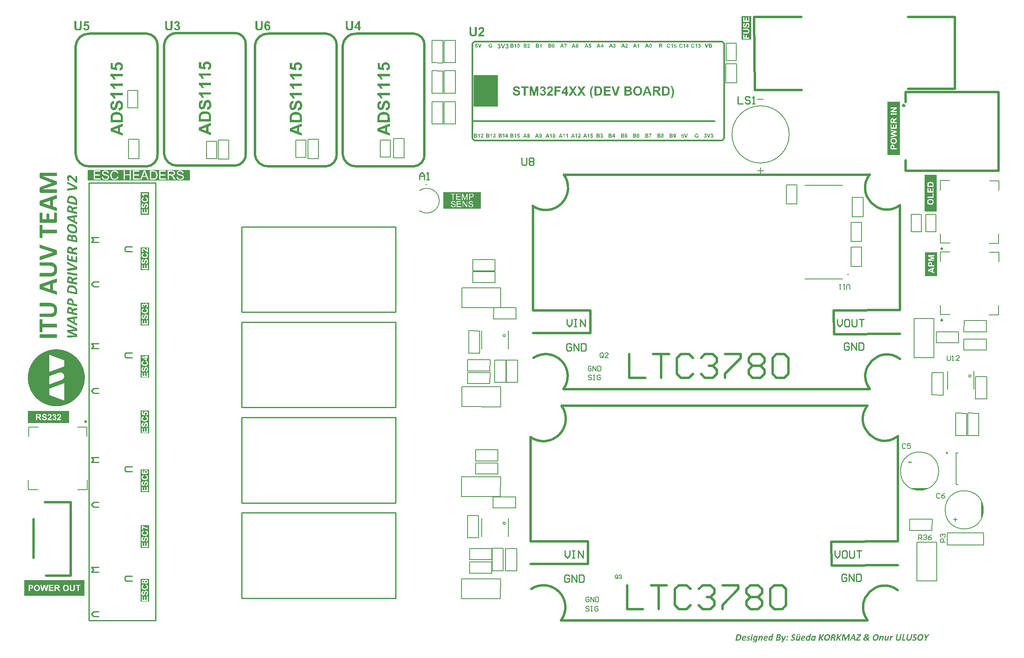
<source format=gto>
G04*
G04 #@! TF.GenerationSoftware,Altium Limited,Altium Designer,21.4.1 (30)*
G04*
G04 Layer_Color=65535*
%FSLAX25Y25*%
%MOIN*%
G70*
G04*
G04 #@! TF.SameCoordinates,5C5CB9DB-6683-4862-BC7F-C0E48B32F829*
G04*
G04*
G04 #@! TF.FilePolarity,Positive*
G04*
G01*
G75*
%ADD10C,0.01968*%
%ADD11C,0.01900*%
%ADD12C,0.00500*%
%ADD13C,0.00787*%
%ADD14C,0.01378*%
%ADD15C,0.00984*%
%ADD16C,0.00800*%
%ADD17C,0.01000*%
%ADD18C,0.02000*%
%ADD19C,0.00600*%
%ADD20C,0.01181*%
%ADD21C,0.01200*%
%ADD22C,0.00591*%
%ADD23R,0.20500X0.26100*%
G36*
X3539Y223636D02*
Y224138D01*
X3559D01*
Y224480D01*
X3579D01*
Y224762D01*
X3599D01*
Y225003D01*
X3619D01*
Y225224D01*
X3640D01*
Y225426D01*
X3660D01*
Y225606D01*
X3680D01*
Y225767D01*
X3700D01*
Y225928D01*
X3720D01*
Y226089D01*
X3740D01*
Y226230D01*
X3760D01*
Y226371D01*
X3780D01*
Y226512D01*
X3801D01*
Y226632D01*
X3821D01*
Y226753D01*
X3841D01*
Y226873D01*
X3861D01*
Y226994D01*
X3881D01*
Y227115D01*
X3901D01*
Y227215D01*
X3921D01*
Y227316D01*
X3941D01*
Y227437D01*
X3961D01*
Y227537D01*
X3982D01*
Y227638D01*
X4002D01*
Y227738D01*
X4022D01*
Y227819D01*
X4042D01*
Y227919D01*
X4062D01*
Y228020D01*
X4082D01*
Y228100D01*
X4102D01*
Y228181D01*
X4122D01*
Y228281D01*
X4142D01*
Y228362D01*
X4163D01*
Y228442D01*
X4183D01*
Y228523D01*
X4203D01*
Y228603D01*
X4223D01*
Y228683D01*
X4243D01*
Y228764D01*
X4263D01*
Y228844D01*
X4283D01*
Y228925D01*
X4303D01*
Y229005D01*
X4323D01*
Y229066D01*
X4343D01*
Y229146D01*
X4364D01*
Y229226D01*
X4384D01*
Y229287D01*
X4404D01*
Y229367D01*
X4424D01*
Y229428D01*
X4444D01*
Y229508D01*
X4464D01*
Y229568D01*
X4484D01*
Y229649D01*
X4504D01*
Y229709D01*
X4524D01*
Y229769D01*
X4545D01*
Y229850D01*
X4565D01*
Y229910D01*
X4585D01*
Y229971D01*
X4605D01*
Y230031D01*
X4625D01*
Y230091D01*
X4645D01*
Y230152D01*
X4665D01*
Y230232D01*
X4685D01*
Y230292D01*
X4705D01*
Y230353D01*
X4726D01*
Y230413D01*
X4746D01*
Y230473D01*
X4766D01*
Y230534D01*
X4786D01*
Y230574D01*
X4806D01*
Y230634D01*
X4826D01*
Y230695D01*
X4846D01*
Y230755D01*
X4866D01*
Y230815D01*
X4887D01*
Y230876D01*
X4907D01*
Y230916D01*
X4927D01*
Y230976D01*
X4947D01*
Y231037D01*
X4967D01*
Y231097D01*
X4987D01*
Y231137D01*
X5007D01*
Y231197D01*
X5027D01*
Y231258D01*
X5047D01*
Y231298D01*
X5068D01*
Y231358D01*
X5088D01*
Y231419D01*
X5108D01*
Y231459D01*
X5128D01*
Y231519D01*
X5148D01*
Y231559D01*
X5168D01*
Y231620D01*
X5188D01*
Y231660D01*
X5208D01*
Y231720D01*
X5228D01*
Y231761D01*
X5249D01*
Y231821D01*
X5269D01*
Y231861D01*
X5289D01*
Y231922D01*
X5309D01*
Y231962D01*
X5329D01*
Y232002D01*
X5349D01*
Y232062D01*
X5369D01*
Y232102D01*
X5389D01*
Y232163D01*
X5409D01*
Y232203D01*
X5429D01*
Y232243D01*
X5450D01*
Y232283D01*
X5470D01*
Y232344D01*
X5490D01*
Y232384D01*
X5510D01*
Y232424D01*
X5530D01*
Y232485D01*
X5550D01*
Y232525D01*
X5570D01*
Y232565D01*
X5590D01*
Y232605D01*
X5610D01*
Y232666D01*
X5631D01*
Y232706D01*
X5651D01*
Y232746D01*
X5671D01*
Y232786D01*
X5691D01*
Y232826D01*
X5711D01*
Y232867D01*
X5731D01*
Y232927D01*
X5751D01*
Y232967D01*
X5771D01*
Y233008D01*
X5791D01*
Y233048D01*
X5812D01*
Y233088D01*
X5832D01*
Y233128D01*
X5852D01*
Y233168D01*
X5872D01*
Y233209D01*
X5892D01*
Y233249D01*
X5912D01*
Y233289D01*
X5932D01*
Y233329D01*
X5952D01*
Y233369D01*
X5973D01*
Y233410D01*
X5993D01*
Y233450D01*
X6013D01*
Y233490D01*
X6033D01*
Y233530D01*
X6053D01*
Y233571D01*
X6073D01*
Y233611D01*
X6093D01*
Y233651D01*
X6113D01*
Y233691D01*
X6133D01*
Y233732D01*
X6154D01*
Y233772D01*
X6174D01*
Y233812D01*
X6194D01*
Y233852D01*
X6214D01*
Y233892D01*
X6234D01*
Y233933D01*
X6254D01*
Y233973D01*
X6274D01*
Y233993D01*
X6294D01*
Y234033D01*
X6314D01*
Y234073D01*
X6335D01*
Y234114D01*
X6355D01*
Y234154D01*
X6375D01*
Y234194D01*
X6395D01*
Y234234D01*
X6415D01*
Y234254D01*
X6435D01*
Y234295D01*
X6455D01*
Y234335D01*
X6475D01*
Y234375D01*
X6495D01*
Y234415D01*
X6515D01*
Y234435D01*
X6536D01*
Y234476D01*
X6556D01*
Y234516D01*
X6576D01*
Y234556D01*
X6596D01*
Y234576D01*
X6616D01*
Y234616D01*
X6636D01*
Y234657D01*
X6656D01*
Y234697D01*
X6676D01*
Y234717D01*
X6696D01*
Y234757D01*
X6717D01*
Y234797D01*
X6737D01*
Y234838D01*
X6757D01*
Y234858D01*
X6777D01*
Y234898D01*
X6797D01*
Y234938D01*
X6817D01*
Y234958D01*
X6837D01*
Y234998D01*
X6857D01*
Y235039D01*
X6877D01*
Y235059D01*
X6898D01*
Y235099D01*
X6918D01*
Y235139D01*
X6938D01*
Y235159D01*
X6958D01*
Y235200D01*
X6978D01*
Y235240D01*
X6998D01*
Y235260D01*
X7018D01*
Y235300D01*
X7038D01*
Y235320D01*
X7058D01*
Y235361D01*
X7079D01*
Y235401D01*
X7099D01*
Y235421D01*
X7119D01*
Y235461D01*
X7139D01*
Y235481D01*
X7159D01*
Y235521D01*
X7179D01*
Y235562D01*
X7199D01*
Y235582D01*
X7219D01*
Y235622D01*
X7239D01*
Y235642D01*
X7260D01*
Y235682D01*
X7280D01*
Y235702D01*
X7300D01*
Y235743D01*
X7320D01*
Y235763D01*
X7340D01*
Y235803D01*
X7360D01*
Y235823D01*
X7380D01*
Y235863D01*
X7400D01*
Y235904D01*
X7421D01*
Y235924D01*
X7441D01*
Y235964D01*
X7461D01*
Y235984D01*
X7481D01*
Y236024D01*
X7501D01*
Y236044D01*
X7521D01*
Y236085D01*
X7541D01*
Y236105D01*
X7561D01*
Y236125D01*
X7581D01*
Y236165D01*
X7602D01*
Y236185D01*
X7622D01*
Y236225D01*
X7642D01*
Y236245D01*
X7662D01*
Y236286D01*
X7682D01*
Y236306D01*
X7702D01*
Y236346D01*
X7722D01*
Y236366D01*
X7742D01*
Y236406D01*
X7762D01*
Y236426D01*
X7783D01*
Y236446D01*
X7803D01*
Y236487D01*
X7823D01*
Y236507D01*
X7843D01*
Y236547D01*
X7863D01*
Y236567D01*
X7883D01*
Y236587D01*
X7903D01*
Y236628D01*
X7923D01*
Y236648D01*
X7943D01*
Y236688D01*
X7964D01*
Y236708D01*
X7984D01*
Y236728D01*
X8004D01*
Y236768D01*
X8024D01*
Y236788D01*
X8044D01*
Y236829D01*
X8064D01*
Y236849D01*
X8084D01*
Y236869D01*
X8104D01*
Y236909D01*
X8124D01*
Y236929D01*
X8145D01*
Y236949D01*
X8165D01*
Y236989D01*
X8185D01*
Y237010D01*
X8205D01*
Y237030D01*
X8225D01*
Y237070D01*
X8245D01*
Y237090D01*
X8265D01*
Y237110D01*
X8285D01*
Y237150D01*
X8305D01*
Y237171D01*
X8326D01*
Y237191D01*
X8346D01*
Y237231D01*
X8366D01*
Y237251D01*
X8386D01*
Y237271D01*
X8406D01*
Y237291D01*
X8426D01*
Y237331D01*
X8446D01*
Y237351D01*
X8466D01*
Y237372D01*
X8486D01*
Y237412D01*
X8506D01*
Y237432D01*
X8527D01*
Y237452D01*
X8547D01*
Y237472D01*
X8567D01*
Y237512D01*
X8587D01*
Y237532D01*
X8607D01*
Y237553D01*
X8627D01*
Y237593D01*
X8647D01*
Y237613D01*
X8667D01*
Y237633D01*
X8687D01*
Y237653D01*
X8708D01*
Y237693D01*
X8728D01*
Y237714D01*
X8748D01*
Y237734D01*
X8768D01*
Y237754D01*
X8788D01*
Y237774D01*
X8808D01*
Y237814D01*
X8828D01*
Y237834D01*
X8848D01*
Y237854D01*
X8868D01*
Y237874D01*
X8889D01*
Y237915D01*
X8909D01*
Y237935D01*
X8929D01*
Y237955D01*
X8949D01*
Y237975D01*
X8969D01*
Y237995D01*
X8989D01*
Y238035D01*
X9009D01*
Y238055D01*
X9029D01*
Y238075D01*
X9049D01*
Y238096D01*
X9070D01*
Y238116D01*
X9090D01*
Y238136D01*
X9110D01*
Y238176D01*
X9130D01*
Y238196D01*
X9150D01*
Y238216D01*
X9170D01*
Y238236D01*
X9190D01*
Y238257D01*
X9210D01*
Y238277D01*
X9230D01*
Y238317D01*
X9251D01*
Y238337D01*
X9271D01*
Y238357D01*
X9291D01*
Y238377D01*
X9311D01*
Y238397D01*
X9331D01*
Y238417D01*
X9351D01*
Y238458D01*
X9371D01*
Y238478D01*
X9391D01*
Y238498D01*
X9411D01*
Y238518D01*
X9432D01*
Y238538D01*
X9452D01*
Y238558D01*
X9472D01*
Y238578D01*
X9492D01*
Y238598D01*
X9512D01*
Y238639D01*
X9532D01*
Y238659D01*
X9552D01*
Y238679D01*
X9572D01*
Y238699D01*
X9593D01*
Y238719D01*
X9613D01*
Y238739D01*
X9633D01*
Y238759D01*
X9653D01*
Y238779D01*
X9673D01*
Y238800D01*
X9693D01*
Y238820D01*
X9713D01*
Y238860D01*
X9733D01*
Y238880D01*
X9753D01*
Y238900D01*
X9774D01*
Y238920D01*
X9794D01*
Y238940D01*
X9814D01*
Y238960D01*
X9834D01*
Y238981D01*
X9854D01*
Y239001D01*
X9874D01*
Y239021D01*
X9894D01*
Y239041D01*
X9914D01*
Y239061D01*
X9934D01*
Y239081D01*
X9955D01*
Y239101D01*
X9975D01*
Y239121D01*
X9995D01*
Y239161D01*
X10015D01*
Y239182D01*
X10035D01*
Y239202D01*
X10055D01*
Y239222D01*
X10075D01*
Y239242D01*
X10095D01*
Y239262D01*
X10115D01*
Y239282D01*
X10136D01*
Y239302D01*
X10156D01*
Y239322D01*
X10176D01*
Y239342D01*
X10196D01*
Y239363D01*
X10216D01*
Y239383D01*
X10236D01*
Y239403D01*
X10256D01*
Y239423D01*
X10276D01*
Y239443D01*
X10296D01*
Y239463D01*
X10317D01*
Y239483D01*
X10337D01*
Y239503D01*
X10357D01*
Y239524D01*
X10377D01*
Y239544D01*
X10397D01*
Y239564D01*
X10417D01*
Y239584D01*
X10437D01*
Y239604D01*
X10457D01*
Y239624D01*
X10477D01*
Y239644D01*
X10498D01*
Y239664D01*
X10518D01*
Y239684D01*
X10538D01*
Y239704D01*
X10558D01*
Y239725D01*
X10578D01*
Y239745D01*
X10598D01*
Y239765D01*
X10618D01*
Y239785D01*
X10638D01*
Y239805D01*
X10658D01*
Y239825D01*
X10678D01*
Y239845D01*
X10699D01*
Y239865D01*
X10719D01*
Y239885D01*
X10739D01*
Y239906D01*
X10759D01*
Y239926D01*
X10779D01*
Y239946D01*
X10799D01*
Y239966D01*
X10839D01*
Y239986D01*
X10859D01*
Y240006D01*
X10880D01*
Y240026D01*
X10900D01*
Y240046D01*
X10920D01*
Y240067D01*
X10940D01*
Y240087D01*
X10960D01*
Y240107D01*
X10980D01*
Y240127D01*
X11000D01*
Y240147D01*
X11020D01*
Y240167D01*
X11040D01*
Y240187D01*
X11061D01*
Y240207D01*
X11081D01*
Y240227D01*
X11101D01*
Y240248D01*
X11141D01*
Y240268D01*
X11161D01*
Y240288D01*
X11181D01*
Y240308D01*
X11201D01*
Y240328D01*
X11221D01*
Y240348D01*
X11242D01*
Y240368D01*
X11262D01*
Y240388D01*
X11282D01*
Y240408D01*
X11302D01*
Y240428D01*
X11322D01*
Y240449D01*
X11362D01*
Y240469D01*
X11382D01*
Y240489D01*
X11402D01*
Y240509D01*
X11423D01*
Y240529D01*
X11443D01*
Y240549D01*
X11463D01*
Y240569D01*
X11483D01*
Y240589D01*
X11503D01*
Y240610D01*
X11543D01*
Y240630D01*
X11563D01*
Y240650D01*
X11584D01*
Y240670D01*
X11604D01*
Y240690D01*
X11624D01*
Y240710D01*
X11644D01*
Y240730D01*
X11684D01*
Y240750D01*
X11704D01*
Y240770D01*
X11724D01*
Y240791D01*
X11744D01*
Y240811D01*
X11765D01*
Y240831D01*
X11785D01*
Y240851D01*
X11825D01*
Y240871D01*
X11845D01*
Y240891D01*
X11865D01*
Y240911D01*
X11885D01*
Y240931D01*
X11905D01*
Y240951D01*
X11925D01*
Y240971D01*
X11966D01*
Y240992D01*
X11986D01*
Y241012D01*
X12006D01*
Y241032D01*
X12026D01*
Y241052D01*
X12046D01*
Y241072D01*
X12086D01*
Y241092D01*
X12106D01*
Y241112D01*
X12127D01*
Y241132D01*
X12147D01*
Y241153D01*
X12187D01*
Y241173D01*
X12207D01*
Y241193D01*
X12227D01*
Y241213D01*
X12247D01*
Y241233D01*
X12267D01*
Y241253D01*
X12308D01*
Y241273D01*
X12328D01*
Y241293D01*
X12348D01*
Y241313D01*
X12368D01*
Y241334D01*
X12408D01*
Y241354D01*
X12428D01*
Y241374D01*
X12448D01*
Y241394D01*
X12489D01*
Y241414D01*
X12509D01*
Y241434D01*
X12529D01*
Y241454D01*
X12549D01*
Y241474D01*
X12589D01*
Y241494D01*
X12609D01*
Y241514D01*
X12629D01*
Y241535D01*
X12670D01*
Y241555D01*
X12690D01*
Y241575D01*
X12710D01*
Y241595D01*
X12730D01*
Y241615D01*
X12770D01*
Y241635D01*
X12790D01*
Y241655D01*
X12810D01*
Y241675D01*
X12851D01*
Y241695D01*
X12871D01*
Y241716D01*
X12891D01*
Y241736D01*
X12931D01*
Y241756D01*
X12951D01*
Y241776D01*
X12971D01*
Y241796D01*
X13011D01*
Y241816D01*
X13032D01*
Y241836D01*
X13052D01*
Y241856D01*
X13092D01*
Y241877D01*
X13112D01*
Y241897D01*
X13132D01*
Y241917D01*
X13172D01*
Y241937D01*
X13192D01*
Y241957D01*
X13233D01*
Y241977D01*
X13253D01*
Y241997D01*
X13273D01*
Y242017D01*
X13313D01*
Y242037D01*
X13333D01*
Y242057D01*
X13373D01*
Y242078D01*
X13394D01*
Y242098D01*
X13414D01*
Y242118D01*
X13454D01*
Y242138D01*
X13474D01*
Y242158D01*
X13514D01*
Y242178D01*
X13534D01*
Y242198D01*
X13554D01*
Y242218D01*
X13595D01*
Y242238D01*
X13615D01*
Y242259D01*
X13655D01*
Y242279D01*
X13675D01*
Y242299D01*
X13715D01*
Y242319D01*
X13735D01*
Y242339D01*
X13776D01*
Y242359D01*
X13796D01*
Y242379D01*
X13836D01*
Y242399D01*
X13856D01*
Y242420D01*
X13876D01*
Y242440D01*
X13916D01*
Y242460D01*
X13937D01*
Y242480D01*
X13977D01*
Y242500D01*
X13997D01*
Y242520D01*
X14037D01*
Y242540D01*
X14057D01*
Y242560D01*
X14097D01*
Y242580D01*
X14138D01*
Y242600D01*
X14158D01*
Y242621D01*
X14198D01*
Y242641D01*
X14218D01*
Y242661D01*
X14258D01*
Y242681D01*
X14278D01*
Y242701D01*
X14319D01*
Y242721D01*
X14339D01*
Y242741D01*
X14379D01*
Y242761D01*
X14399D01*
Y242781D01*
X14439D01*
Y242802D01*
X14480D01*
Y242822D01*
X14500D01*
Y242842D01*
X14540D01*
Y242862D01*
X14560D01*
Y242882D01*
X14600D01*
Y242902D01*
X14640D01*
Y242922D01*
X14660D01*
Y242942D01*
X14701D01*
Y242963D01*
X14721D01*
Y242983D01*
X14761D01*
Y243003D01*
X14801D01*
Y243023D01*
X14821D01*
Y243043D01*
X14862D01*
Y243063D01*
X14902D01*
Y243083D01*
X14922D01*
Y243103D01*
X14962D01*
Y243123D01*
X15002D01*
Y243144D01*
X15023D01*
Y243164D01*
X15063D01*
Y243184D01*
X15103D01*
Y243204D01*
X15123D01*
Y243224D01*
X15163D01*
Y243244D01*
X15204D01*
Y243264D01*
X15244D01*
Y243284D01*
X15264D01*
Y243304D01*
X15304D01*
Y243324D01*
X15344D01*
Y243345D01*
X15384D01*
Y243365D01*
X15405D01*
Y243385D01*
X15445D01*
Y243405D01*
X15485D01*
Y243425D01*
X15525D01*
Y243445D01*
X15545D01*
Y243465D01*
X15586D01*
Y243485D01*
X15626D01*
Y243506D01*
X15666D01*
Y243526D01*
X15706D01*
Y243546D01*
X15726D01*
Y243566D01*
X15767D01*
Y243586D01*
X15807D01*
Y243606D01*
X15847D01*
Y243626D01*
X15887D01*
Y243646D01*
X15927D01*
Y243666D01*
X15968D01*
Y243687D01*
X15988D01*
Y243707D01*
X16028D01*
Y243727D01*
X16068D01*
Y243747D01*
X16108D01*
Y243767D01*
X16149D01*
Y243787D01*
X16189D01*
Y243807D01*
X16229D01*
Y243827D01*
X16269D01*
Y243847D01*
X16310D01*
Y243867D01*
X16350D01*
Y243888D01*
X16390D01*
Y243908D01*
X16430D01*
Y243928D01*
X16471D01*
Y243948D01*
X16511D01*
Y243968D01*
X16551D01*
Y243988D01*
X16591D01*
Y244008D01*
X16632D01*
Y244028D01*
X16672D01*
Y244049D01*
X16712D01*
Y244069D01*
X16752D01*
Y244089D01*
X16792D01*
Y244109D01*
X16833D01*
Y244129D01*
X16873D01*
Y244149D01*
X16913D01*
Y244169D01*
X16953D01*
Y244189D01*
X16994D01*
Y244209D01*
X17034D01*
Y244230D01*
X17094D01*
Y244250D01*
X17134D01*
Y244270D01*
X17174D01*
Y244290D01*
X17215D01*
Y244310D01*
X17255D01*
Y244330D01*
X17295D01*
Y244350D01*
X17355D01*
Y244370D01*
X17396D01*
Y244390D01*
X17436D01*
Y244410D01*
X17476D01*
Y244431D01*
X17536D01*
Y244451D01*
X17577D01*
Y244471D01*
X17617D01*
Y244491D01*
X17677D01*
Y244511D01*
X17718D01*
Y244531D01*
X17758D01*
Y244551D01*
X17798D01*
Y244571D01*
X17858D01*
Y244591D01*
X17898D01*
Y244612D01*
X17959D01*
Y244632D01*
X17999D01*
Y244652D01*
X18039D01*
Y244672D01*
X18100D01*
Y244692D01*
X18140D01*
Y244712D01*
X18200D01*
Y244732D01*
X18240D01*
Y244752D01*
X18301D01*
Y244773D01*
X18341D01*
Y244793D01*
X18401D01*
Y244813D01*
X18441D01*
Y244833D01*
X18502D01*
Y244853D01*
X18542D01*
Y244873D01*
X18602D01*
Y244893D01*
X18663D01*
Y244913D01*
X18703D01*
Y244933D01*
X18763D01*
Y244953D01*
X18824D01*
Y244974D01*
X18864D01*
Y244994D01*
X18924D01*
Y245014D01*
X18984D01*
Y245034D01*
X19045D01*
Y245054D01*
X19085D01*
Y245074D01*
X19145D01*
Y245094D01*
X19206D01*
Y245114D01*
X19266D01*
Y245134D01*
X19326D01*
Y245155D01*
X19387D01*
Y245175D01*
X19427D01*
Y245195D01*
X19487D01*
Y245215D01*
X19548D01*
Y245235D01*
X19608D01*
Y245255D01*
X19668D01*
Y245275D01*
X19729D01*
Y245295D01*
X19809D01*
Y245316D01*
X19869D01*
Y245336D01*
X19930D01*
Y245356D01*
X19990D01*
Y245376D01*
X20050D01*
Y245396D01*
X20111D01*
Y245416D01*
X20191D01*
Y245436D01*
X20252D01*
Y245456D01*
X20312D01*
Y245476D01*
X20392D01*
Y245497D01*
X20453D01*
Y245517D01*
X20533D01*
Y245537D01*
X20593D01*
Y245557D01*
X20674D01*
Y245577D01*
X20734D01*
Y245597D01*
X20815D01*
Y245617D01*
X20895D01*
Y245637D01*
X20955D01*
Y245657D01*
X21036D01*
Y245678D01*
X21116D01*
Y245698D01*
X21197D01*
Y245718D01*
X21277D01*
Y245738D01*
X21358D01*
Y245758D01*
X21438D01*
Y245778D01*
X21519D01*
Y245798D01*
X21599D01*
Y245818D01*
X21679D01*
Y245838D01*
X21780D01*
Y245859D01*
X21860D01*
Y245879D01*
X21941D01*
Y245899D01*
X22041D01*
Y245919D01*
X22142D01*
Y245939D01*
X22222D01*
Y245959D01*
X22323D01*
Y245979D01*
X22423D01*
Y245999D01*
X22524D01*
Y246019D01*
X22645D01*
Y246040D01*
X22745D01*
Y246060D01*
X22846D01*
Y246080D01*
X22966D01*
Y246100D01*
X23087D01*
Y246120D01*
X23208D01*
Y246140D01*
X23328D01*
Y246160D01*
X23449D01*
Y246180D01*
X23590D01*
Y246200D01*
X23731D01*
Y246221D01*
X23871D01*
Y246241D01*
X24032D01*
Y246261D01*
X24193D01*
Y246281D01*
X24354D01*
Y246301D01*
X24535D01*
Y246321D01*
X24736D01*
Y246341D01*
X24958D01*
Y246361D01*
X25199D01*
Y246381D01*
X25480D01*
Y246402D01*
X25822D01*
Y246422D01*
X26325D01*
Y246442D01*
X27713D01*
Y246422D01*
X28216D01*
Y246402D01*
X28557D01*
Y246381D01*
X28839D01*
Y246361D01*
X29080D01*
Y246341D01*
X29302D01*
Y246321D01*
X29503D01*
Y246301D01*
X29684D01*
Y246281D01*
X29844D01*
Y246261D01*
X30005D01*
Y246241D01*
X30166D01*
Y246221D01*
X30307D01*
Y246200D01*
X30448D01*
Y246180D01*
X30589D01*
Y246160D01*
X30709D01*
Y246140D01*
X30830D01*
Y246120D01*
X30951D01*
Y246100D01*
X31071D01*
Y246080D01*
X31192D01*
Y246060D01*
X31293D01*
Y246040D01*
X31393D01*
Y246019D01*
X31514D01*
Y245999D01*
X31614D01*
Y245979D01*
X31715D01*
Y245959D01*
X31815D01*
Y245939D01*
X31896D01*
Y245919D01*
X31996D01*
Y245899D01*
X32097D01*
Y245879D01*
X32177D01*
Y245859D01*
X32258D01*
Y245838D01*
X32358D01*
Y245818D01*
X32439D01*
Y245798D01*
X32519D01*
Y245778D01*
X32600D01*
Y245758D01*
X32680D01*
Y245738D01*
X32761D01*
Y245718D01*
X32841D01*
Y245698D01*
X32922D01*
Y245678D01*
X33002D01*
Y245657D01*
X33083D01*
Y245637D01*
X33143D01*
Y245617D01*
X33223D01*
Y245597D01*
X33304D01*
Y245577D01*
X33364D01*
Y245557D01*
X33444D01*
Y245537D01*
X33505D01*
Y245517D01*
X33585D01*
Y245497D01*
X33646D01*
Y245476D01*
X33726D01*
Y245456D01*
X33786D01*
Y245436D01*
X33847D01*
Y245416D01*
X33927D01*
Y245396D01*
X33988D01*
Y245376D01*
X34048D01*
Y245356D01*
X34108D01*
Y245336D01*
X34168D01*
Y245316D01*
X34229D01*
Y245295D01*
X34309D01*
Y245275D01*
X34370D01*
Y245255D01*
X34430D01*
Y245235D01*
X34490D01*
Y245215D01*
X34551D01*
Y245195D01*
X34611D01*
Y245175D01*
X34651D01*
Y245155D01*
X34712D01*
Y245134D01*
X34772D01*
Y245114D01*
X34832D01*
Y245094D01*
X34892D01*
Y245074D01*
X34953D01*
Y245054D01*
X34993D01*
Y245034D01*
X35053D01*
Y245014D01*
X35114D01*
Y244994D01*
X35174D01*
Y244974D01*
X35214D01*
Y244953D01*
X35275D01*
Y244933D01*
X35335D01*
Y244913D01*
X35375D01*
Y244893D01*
X35436D01*
Y244873D01*
X35496D01*
Y244853D01*
X35536D01*
Y244833D01*
X35596D01*
Y244813D01*
X35637D01*
Y244793D01*
X35697D01*
Y244773D01*
X35737D01*
Y244752D01*
X35798D01*
Y244732D01*
X35838D01*
Y244712D01*
X35898D01*
Y244692D01*
X35938D01*
Y244672D01*
X35999D01*
Y244652D01*
X36039D01*
Y244632D01*
X36079D01*
Y244612D01*
X36139D01*
Y244591D01*
X36180D01*
Y244571D01*
X36240D01*
Y244551D01*
X36280D01*
Y244531D01*
X36320D01*
Y244511D01*
X36361D01*
Y244491D01*
X36421D01*
Y244471D01*
X36461D01*
Y244451D01*
X36501D01*
Y244431D01*
X36562D01*
Y244410D01*
X36602D01*
Y244390D01*
X36642D01*
Y244370D01*
X36682D01*
Y244350D01*
X36743D01*
Y244330D01*
X36783D01*
Y244310D01*
X36823D01*
Y244290D01*
X36863D01*
Y244270D01*
X36904D01*
Y244250D01*
X36944D01*
Y244230D01*
X37004D01*
Y244209D01*
X37044D01*
Y244189D01*
X37085D01*
Y244169D01*
X37125D01*
Y244149D01*
X37165D01*
Y244129D01*
X37205D01*
Y244109D01*
X37246D01*
Y244089D01*
X37286D01*
Y244069D01*
X37326D01*
Y244049D01*
X37366D01*
Y244028D01*
X37406D01*
Y244008D01*
X37447D01*
Y243988D01*
X37487D01*
Y243968D01*
X37527D01*
Y243948D01*
X37567D01*
Y243928D01*
X37607D01*
Y243908D01*
X37648D01*
Y243888D01*
X37688D01*
Y243867D01*
X37728D01*
Y243847D01*
X37768D01*
Y243827D01*
X37809D01*
Y243807D01*
X37849D01*
Y243787D01*
X37889D01*
Y243767D01*
X37929D01*
Y243747D01*
X37969D01*
Y243727D01*
X38010D01*
Y243707D01*
X38050D01*
Y243687D01*
X38070D01*
Y243666D01*
X38110D01*
Y243646D01*
X38151D01*
Y243626D01*
X38191D01*
Y243606D01*
X38231D01*
Y243586D01*
X38271D01*
Y243566D01*
X38311D01*
Y243546D01*
X38331D01*
Y243526D01*
X38372D01*
Y243506D01*
X38412D01*
Y243485D01*
X38452D01*
Y243465D01*
X38492D01*
Y243445D01*
X38513D01*
Y243425D01*
X38553D01*
Y243405D01*
X38593D01*
Y243385D01*
X38633D01*
Y243365D01*
X38653D01*
Y243345D01*
X38693D01*
Y243324D01*
X38734D01*
Y243304D01*
X38774D01*
Y243284D01*
X38794D01*
Y243264D01*
X38834D01*
Y243244D01*
X38875D01*
Y243224D01*
X38915D01*
Y243204D01*
X38935D01*
Y243184D01*
X38975D01*
Y243164D01*
X39015D01*
Y243144D01*
X39035D01*
Y243123D01*
X39076D01*
Y243103D01*
X39116D01*
Y243083D01*
X39136D01*
Y243063D01*
X39176D01*
Y243043D01*
X39216D01*
Y243023D01*
X39237D01*
Y243003D01*
X39277D01*
Y242983D01*
X39317D01*
Y242963D01*
X39337D01*
Y242942D01*
X39377D01*
Y242922D01*
X39397D01*
Y242902D01*
X39438D01*
Y242882D01*
X39478D01*
Y242862D01*
X39498D01*
Y242842D01*
X39538D01*
Y242822D01*
X39558D01*
Y242802D01*
X39599D01*
Y242781D01*
X39639D01*
Y242761D01*
X39659D01*
Y242741D01*
X39699D01*
Y242721D01*
X39719D01*
Y242701D01*
X39759D01*
Y242681D01*
X39779D01*
Y242661D01*
X39820D01*
Y242641D01*
X39840D01*
Y242621D01*
X39880D01*
Y242600D01*
X39900D01*
Y242580D01*
X39940D01*
Y242560D01*
X39981D01*
Y242540D01*
X40001D01*
Y242520D01*
X40041D01*
Y242500D01*
X40061D01*
Y242480D01*
X40101D01*
Y242460D01*
X40121D01*
Y242440D01*
X40162D01*
Y242420D01*
X40182D01*
Y242399D01*
X40202D01*
Y242379D01*
X40242D01*
Y242359D01*
X40262D01*
Y242339D01*
X40302D01*
Y242319D01*
X40323D01*
Y242299D01*
X40363D01*
Y242279D01*
X40383D01*
Y242259D01*
X40423D01*
Y242238D01*
X40443D01*
Y242218D01*
X40483D01*
Y242198D01*
X40503D01*
Y242178D01*
X40524D01*
Y242158D01*
X40564D01*
Y242138D01*
X40584D01*
Y242118D01*
X40624D01*
Y242098D01*
X40644D01*
Y242078D01*
X40664D01*
Y242057D01*
X40705D01*
Y242037D01*
X40725D01*
Y242017D01*
X40765D01*
Y241997D01*
X40785D01*
Y241977D01*
X40805D01*
Y241957D01*
X40845D01*
Y241937D01*
X40865D01*
Y241917D01*
X40906D01*
Y241897D01*
X40926D01*
Y241877D01*
X40946D01*
Y241856D01*
X40986D01*
Y241836D01*
X41006D01*
Y241816D01*
X41026D01*
Y241796D01*
X41067D01*
Y241776D01*
X41087D01*
Y241756D01*
X41107D01*
Y241736D01*
X41147D01*
Y241716D01*
X41167D01*
Y241695D01*
X41187D01*
Y241675D01*
X41227D01*
Y241655D01*
X41248D01*
Y241635D01*
X41268D01*
Y241615D01*
X41308D01*
Y241595D01*
X41328D01*
Y241575D01*
X41348D01*
Y241555D01*
X41368D01*
Y241535D01*
X41409D01*
Y241514D01*
X41429D01*
Y241494D01*
X41449D01*
Y241474D01*
X41489D01*
Y241454D01*
X41509D01*
Y241434D01*
X41529D01*
Y241414D01*
X41549D01*
Y241394D01*
X41589D01*
Y241374D01*
X41610D01*
Y241354D01*
X41630D01*
Y241334D01*
X41670D01*
Y241313D01*
X41690D01*
Y241293D01*
X41710D01*
Y241273D01*
X41730D01*
Y241253D01*
X41770D01*
Y241233D01*
X41791D01*
Y241213D01*
X41811D01*
Y241193D01*
X41831D01*
Y241173D01*
X41851D01*
Y241153D01*
X41891D01*
Y241132D01*
X41911D01*
Y241112D01*
X41931D01*
Y241092D01*
X41952D01*
Y241072D01*
X41992D01*
Y241052D01*
X42012D01*
Y241032D01*
X42032D01*
Y241012D01*
X42052D01*
Y240992D01*
X42072D01*
Y240971D01*
X42112D01*
Y240951D01*
X42132D01*
Y240931D01*
X42153D01*
Y240911D01*
X42173D01*
Y240891D01*
X42193D01*
Y240871D01*
X42213D01*
Y240851D01*
X42253D01*
Y240831D01*
X42273D01*
Y240811D01*
X42293D01*
Y240791D01*
X42314D01*
Y240770D01*
X42334D01*
Y240750D01*
X42354D01*
Y240730D01*
X42394D01*
Y240710D01*
X42414D01*
Y240690D01*
X42434D01*
Y240670D01*
X42454D01*
Y240650D01*
X42474D01*
Y240630D01*
X42494D01*
Y240610D01*
X42535D01*
Y240589D01*
X42555D01*
Y240569D01*
X42575D01*
Y240549D01*
X42595D01*
Y240529D01*
X42615D01*
Y240509D01*
X42635D01*
Y240489D01*
X42655D01*
Y240469D01*
X42676D01*
Y240449D01*
X42716D01*
Y240428D01*
X42736D01*
Y240408D01*
X42756D01*
Y240388D01*
X42776D01*
Y240368D01*
X42796D01*
Y240348D01*
X42816D01*
Y240328D01*
X42836D01*
Y240308D01*
X42856D01*
Y240288D01*
X42877D01*
Y240268D01*
X42897D01*
Y240248D01*
X42937D01*
Y240227D01*
X42957D01*
Y240207D01*
X42977D01*
Y240187D01*
X42997D01*
Y240167D01*
X43017D01*
Y240147D01*
X43038D01*
Y240127D01*
X43058D01*
Y240107D01*
X43078D01*
Y240087D01*
X43098D01*
Y240067D01*
X43118D01*
Y240046D01*
X43138D01*
Y240026D01*
X43158D01*
Y240006D01*
X43178D01*
Y239986D01*
X43198D01*
Y239966D01*
X43239D01*
Y239946D01*
X43259D01*
Y239926D01*
X43279D01*
Y239906D01*
X43299D01*
Y239885D01*
X43319D01*
Y239865D01*
X43339D01*
Y239845D01*
X43359D01*
Y239825D01*
X43379D01*
Y239805D01*
X43400D01*
Y239785D01*
X43420D01*
Y239765D01*
X43440D01*
Y239745D01*
X43460D01*
Y239725D01*
X43480D01*
Y239704D01*
X43500D01*
Y239684D01*
X43520D01*
Y239664D01*
X43540D01*
Y239644D01*
X43560D01*
Y239624D01*
X43580D01*
Y239604D01*
X43601D01*
Y239584D01*
X43621D01*
Y239564D01*
X43641D01*
Y239544D01*
X43661D01*
Y239524D01*
X43681D01*
Y239503D01*
X43701D01*
Y239483D01*
X43721D01*
Y239463D01*
X43741D01*
Y239443D01*
X43762D01*
Y239423D01*
X43782D01*
Y239403D01*
X43802D01*
Y239383D01*
X43822D01*
Y239363D01*
X43842D01*
Y239342D01*
X43862D01*
Y239322D01*
X43882D01*
Y239302D01*
X43902D01*
Y239282D01*
X43922D01*
Y239262D01*
X43942D01*
Y239242D01*
X43963D01*
Y239222D01*
X43983D01*
Y239202D01*
X44003D01*
Y239182D01*
X44023D01*
Y239161D01*
X44043D01*
Y239121D01*
X44063D01*
Y239101D01*
X44083D01*
Y239081D01*
X44103D01*
Y239061D01*
X44124D01*
Y239041D01*
X44144D01*
Y239021D01*
X44164D01*
Y239001D01*
X44184D01*
Y238981D01*
X44204D01*
Y238960D01*
X44224D01*
Y238940D01*
X44244D01*
Y238920D01*
X44264D01*
Y238900D01*
X44284D01*
Y238880D01*
X44304D01*
Y238860D01*
X44325D01*
Y238820D01*
X44345D01*
Y238800D01*
X44365D01*
Y238779D01*
X44385D01*
Y238759D01*
X44405D01*
Y238739D01*
X44425D01*
Y238719D01*
X44445D01*
Y238699D01*
X44465D01*
Y238679D01*
X44486D01*
Y238659D01*
X44506D01*
Y238639D01*
X44526D01*
Y238598D01*
X44546D01*
Y238578D01*
X44566D01*
Y238558D01*
X44586D01*
Y238538D01*
X44606D01*
Y238518D01*
X44626D01*
Y238498D01*
X44646D01*
Y238478D01*
X44666D01*
Y238458D01*
X44687D01*
Y238417D01*
X44707D01*
Y238397D01*
X44727D01*
Y238377D01*
X44747D01*
Y238357D01*
X44767D01*
Y238337D01*
X44787D01*
Y238317D01*
X44807D01*
Y238277D01*
X44827D01*
Y238257D01*
X44848D01*
Y238236D01*
X44868D01*
Y238216D01*
X44888D01*
Y238196D01*
X44908D01*
Y238176D01*
X44928D01*
Y238136D01*
X44948D01*
Y238116D01*
X44968D01*
Y238096D01*
X44988D01*
Y238075D01*
X45008D01*
Y238055D01*
X45028D01*
Y238035D01*
X45049D01*
Y237995D01*
X45069D01*
Y237975D01*
X45089D01*
Y237955D01*
X45109D01*
Y237935D01*
X45129D01*
Y237915D01*
X45149D01*
Y237874D01*
X45169D01*
Y237854D01*
X45189D01*
Y237834D01*
X45210D01*
Y237814D01*
X45230D01*
Y237774D01*
X45250D01*
Y237754D01*
X45270D01*
Y237734D01*
X45290D01*
Y237714D01*
X45310D01*
Y237693D01*
X45330D01*
Y237653D01*
X45350D01*
Y237633D01*
X45370D01*
Y237613D01*
X45390D01*
Y237593D01*
X45411D01*
Y237553D01*
X45431D01*
Y237532D01*
X45451D01*
Y237512D01*
X45471D01*
Y237472D01*
X45491D01*
Y237452D01*
X45511D01*
Y237432D01*
X45531D01*
Y237412D01*
X45551D01*
Y237372D01*
X45572D01*
Y237351D01*
X45592D01*
Y237331D01*
X45612D01*
Y237291D01*
X45632D01*
Y237271D01*
X45652D01*
Y237251D01*
X45672D01*
Y237231D01*
X45692D01*
Y237191D01*
X45712D01*
Y237171D01*
X45732D01*
Y237150D01*
X45753D01*
Y237110D01*
X45773D01*
Y237090D01*
X45793D01*
Y237070D01*
X45813D01*
Y237030D01*
X45833D01*
Y237010D01*
X45853D01*
Y236989D01*
X45873D01*
Y236949D01*
X45893D01*
Y236929D01*
X45913D01*
Y236909D01*
X45933D01*
Y236869D01*
X45954D01*
Y236849D01*
X45974D01*
Y236829D01*
X45994D01*
Y236788D01*
X46014D01*
Y236768D01*
X46034D01*
Y236728D01*
X46054D01*
Y236708D01*
X46074D01*
Y236688D01*
X46094D01*
Y236648D01*
X46115D01*
Y236628D01*
X46135D01*
Y236587D01*
X46155D01*
Y236567D01*
X46175D01*
Y236547D01*
X46195D01*
Y236507D01*
X46215D01*
Y236487D01*
X46235D01*
Y236446D01*
X46255D01*
Y236426D01*
X46275D01*
Y236406D01*
X46295D01*
Y236366D01*
X46316D01*
Y236346D01*
X46336D01*
Y236306D01*
X46356D01*
Y236286D01*
X46376D01*
Y236245D01*
X46396D01*
Y236225D01*
X46416D01*
Y236185D01*
X46436D01*
Y236165D01*
X46456D01*
Y236125D01*
X46477D01*
Y236105D01*
X46497D01*
Y236085D01*
X46517D01*
Y236044D01*
X46537D01*
Y236024D01*
X46557D01*
Y235984D01*
X46577D01*
Y235964D01*
X46597D01*
Y235924D01*
X46617D01*
Y235904D01*
X46637D01*
Y235863D01*
X46657D01*
Y235823D01*
X46678D01*
Y235803D01*
X46698D01*
Y235763D01*
X46718D01*
Y235743D01*
X46738D01*
Y235702D01*
X46758D01*
Y235682D01*
X46778D01*
Y235642D01*
X46798D01*
Y235622D01*
X46818D01*
Y235582D01*
X46839D01*
Y235562D01*
X46859D01*
Y235521D01*
X46879D01*
Y235481D01*
X46899D01*
Y235461D01*
X46919D01*
Y235421D01*
X46939D01*
Y235401D01*
X46959D01*
Y235361D01*
X46979D01*
Y235320D01*
X46999D01*
Y235300D01*
X47019D01*
Y235260D01*
X47040D01*
Y235240D01*
X47060D01*
Y235200D01*
X47080D01*
Y235159D01*
X47100D01*
Y235139D01*
X47120D01*
Y235099D01*
X47140D01*
Y235059D01*
X47160D01*
Y235039D01*
X47180D01*
Y234998D01*
X47201D01*
Y234958D01*
X47221D01*
Y234938D01*
X47241D01*
Y234898D01*
X47261D01*
Y234858D01*
X47281D01*
Y234838D01*
X47301D01*
Y234797D01*
X47321D01*
Y234757D01*
X47341D01*
Y234717D01*
X47361D01*
Y234697D01*
X47381D01*
Y234657D01*
X47402D01*
Y234616D01*
X47422D01*
Y234576D01*
X47442D01*
Y234556D01*
X47462D01*
Y234516D01*
X47482D01*
Y234476D01*
X47502D01*
Y234435D01*
X47522D01*
Y234415D01*
X47542D01*
Y234375D01*
X47563D01*
Y234335D01*
X47583D01*
Y234295D01*
X47603D01*
Y234254D01*
X47623D01*
Y234234D01*
X47643D01*
Y234194D01*
X47663D01*
Y234154D01*
X47683D01*
Y234114D01*
X47703D01*
Y234073D01*
X47723D01*
Y234033D01*
X47744D01*
Y233993D01*
X47764D01*
Y233973D01*
X47784D01*
Y233933D01*
X47804D01*
Y233892D01*
X47824D01*
Y233852D01*
X47844D01*
Y233812D01*
X47864D01*
Y233772D01*
X47884D01*
Y233732D01*
X47905D01*
Y233691D01*
X47925D01*
Y233651D01*
X47945D01*
Y233611D01*
X47965D01*
Y233571D01*
X47985D01*
Y233530D01*
X48005D01*
Y233490D01*
X48025D01*
Y233450D01*
X48045D01*
Y233410D01*
X48065D01*
Y233369D01*
X48085D01*
Y233329D01*
X48106D01*
Y233289D01*
X48126D01*
Y233249D01*
X48146D01*
Y233209D01*
X48166D01*
Y233168D01*
X48186D01*
Y233128D01*
X48206D01*
Y233088D01*
X48226D01*
Y233048D01*
X48246D01*
Y233008D01*
X48266D01*
Y232967D01*
X48287D01*
Y232927D01*
X48307D01*
Y232867D01*
X48327D01*
Y232826D01*
X48347D01*
Y232786D01*
X48367D01*
Y232746D01*
X48387D01*
Y232706D01*
X48407D01*
Y232666D01*
X48427D01*
Y232605D01*
X48447D01*
Y232565D01*
X48468D01*
Y232525D01*
X48488D01*
Y232485D01*
X48508D01*
Y232424D01*
X48528D01*
Y232384D01*
X48548D01*
Y232344D01*
X48568D01*
Y232283D01*
X48588D01*
Y232243D01*
X48608D01*
Y232203D01*
X48628D01*
Y232163D01*
X48649D01*
Y232102D01*
X48669D01*
Y232062D01*
X48689D01*
Y232002D01*
X48709D01*
Y231962D01*
X48729D01*
Y231922D01*
X48749D01*
Y231861D01*
X48769D01*
Y231821D01*
X48789D01*
Y231761D01*
X48809D01*
Y231720D01*
X48830D01*
Y231660D01*
X48850D01*
Y231620D01*
X48870D01*
Y231559D01*
X48890D01*
Y231519D01*
X48910D01*
Y231459D01*
X48930D01*
Y231419D01*
X48950D01*
Y231358D01*
X48970D01*
Y231298D01*
X48990D01*
Y231258D01*
X49011D01*
Y231197D01*
X49031D01*
Y231137D01*
X49051D01*
Y231097D01*
X49071D01*
Y231037D01*
X49091D01*
Y230976D01*
X49111D01*
Y230916D01*
X49131D01*
Y230876D01*
X49151D01*
Y230815D01*
X49172D01*
Y230755D01*
X49192D01*
Y230695D01*
X49212D01*
Y230634D01*
X49232D01*
Y230574D01*
X49252D01*
Y230534D01*
X49272D01*
Y230473D01*
X49292D01*
Y230413D01*
X49312D01*
Y230353D01*
X49332D01*
Y230292D01*
X49352D01*
Y230232D01*
X49373D01*
Y230152D01*
X49393D01*
Y230091D01*
X49413D01*
Y230031D01*
X49433D01*
Y229971D01*
X49453D01*
Y229910D01*
X49473D01*
Y229850D01*
X49493D01*
Y229769D01*
X49513D01*
Y229709D01*
X49534D01*
Y229649D01*
X49554D01*
Y229568D01*
X49574D01*
Y229508D01*
X49594D01*
Y229428D01*
X49614D01*
Y229367D01*
X49634D01*
Y229287D01*
X49654D01*
Y229226D01*
X49674D01*
Y229146D01*
X49694D01*
Y229066D01*
X49714D01*
Y229005D01*
X49735D01*
Y228925D01*
X49755D01*
Y228844D01*
X49775D01*
Y228764D01*
X49795D01*
Y228683D01*
X49815D01*
Y228603D01*
X49835D01*
Y228523D01*
X49855D01*
Y228442D01*
X49875D01*
Y228362D01*
X49896D01*
Y228281D01*
X49916D01*
Y228181D01*
X49936D01*
Y228100D01*
X49956D01*
Y228020D01*
X49976D01*
Y227919D01*
X49996D01*
Y227819D01*
X50016D01*
Y227738D01*
X50036D01*
Y227638D01*
X50056D01*
Y227537D01*
X50077D01*
Y227437D01*
X50097D01*
Y227316D01*
X50117D01*
Y227215D01*
X50137D01*
Y227115D01*
X50157D01*
Y226994D01*
X50177D01*
Y226873D01*
X50197D01*
Y226753D01*
X50217D01*
Y226632D01*
X50237D01*
Y226512D01*
X50257D01*
Y226371D01*
X50278D01*
Y226230D01*
X50298D01*
Y226089D01*
X50318D01*
Y225928D01*
X50338D01*
Y225767D01*
X50358D01*
Y225606D01*
X50378D01*
Y225426D01*
X50398D01*
Y225224D01*
X50418D01*
Y225003D01*
X50438D01*
Y224762D01*
X50459D01*
Y224480D01*
X50479D01*
Y224138D01*
X50499D01*
Y223636D01*
X50519D01*
Y222248D01*
X50499D01*
Y221745D01*
X50479D01*
Y221403D01*
X50459D01*
Y221122D01*
X50438D01*
Y220880D01*
X50418D01*
Y220659D01*
X50398D01*
Y220458D01*
X50378D01*
Y220277D01*
X50358D01*
Y220116D01*
X50338D01*
Y219955D01*
X50318D01*
Y219794D01*
X50298D01*
Y219654D01*
X50278D01*
Y219513D01*
X50257D01*
Y219372D01*
X50237D01*
Y219251D01*
X50217D01*
Y219131D01*
X50197D01*
Y219010D01*
X50177D01*
Y218889D01*
X50157D01*
Y218769D01*
X50137D01*
Y218668D01*
X50117D01*
Y218568D01*
X50097D01*
Y218447D01*
X50077D01*
Y218346D01*
X50056D01*
Y218246D01*
X50036D01*
Y218145D01*
X50016D01*
Y218065D01*
X49996D01*
Y217964D01*
X49976D01*
Y217864D01*
X49956D01*
Y217783D01*
X49936D01*
Y217703D01*
X49916D01*
Y217602D01*
X49896D01*
Y217522D01*
X49875D01*
Y217441D01*
X49855D01*
Y217361D01*
X49835D01*
Y217281D01*
X49815D01*
Y217200D01*
X49795D01*
Y217120D01*
X49775D01*
Y217039D01*
X49755D01*
Y216959D01*
X49735D01*
Y216878D01*
X49714D01*
Y216818D01*
X49694D01*
Y216738D01*
X49674D01*
Y216657D01*
X49654D01*
Y216597D01*
X49634D01*
Y216516D01*
X49614D01*
Y216456D01*
X49594D01*
Y216375D01*
X49574D01*
Y216315D01*
X49554D01*
Y216235D01*
X49534D01*
Y216174D01*
X49513D01*
Y216114D01*
X49493D01*
Y216034D01*
X49473D01*
Y215973D01*
X49453D01*
Y215913D01*
X49433D01*
Y215853D01*
X49413D01*
Y215792D01*
X49393D01*
Y215732D01*
X49373D01*
Y215651D01*
X49352D01*
Y215591D01*
X49332D01*
Y215531D01*
X49312D01*
Y215470D01*
X49292D01*
Y215410D01*
X49272D01*
Y215350D01*
X49252D01*
Y215310D01*
X49232D01*
Y215249D01*
X49212D01*
Y215189D01*
X49192D01*
Y215129D01*
X49172D01*
Y215068D01*
X49151D01*
Y215008D01*
X49131D01*
Y214968D01*
X49111D01*
Y214907D01*
X49091D01*
Y214847D01*
X49071D01*
Y214787D01*
X49051D01*
Y214746D01*
X49031D01*
Y214686D01*
X49011D01*
Y214626D01*
X48990D01*
Y214586D01*
X48970D01*
Y214525D01*
X48950D01*
Y214465D01*
X48930D01*
Y214425D01*
X48910D01*
Y214364D01*
X48890D01*
Y214324D01*
X48870D01*
Y214264D01*
X48850D01*
Y214224D01*
X48830D01*
Y214163D01*
X48809D01*
Y214123D01*
X48789D01*
Y214063D01*
X48769D01*
Y214022D01*
X48749D01*
Y213962D01*
X48729D01*
Y213922D01*
X48709D01*
Y213882D01*
X48689D01*
Y213821D01*
X48669D01*
Y213781D01*
X48649D01*
Y213721D01*
X48628D01*
Y213681D01*
X48608D01*
Y213640D01*
X48588D01*
Y213600D01*
X48568D01*
Y213540D01*
X48548D01*
Y213499D01*
X48528D01*
Y213459D01*
X48508D01*
Y213399D01*
X48488D01*
Y213359D01*
X48468D01*
Y213319D01*
X48447D01*
Y213278D01*
X48427D01*
Y213218D01*
X48407D01*
Y213178D01*
X48387D01*
Y213138D01*
X48367D01*
Y213097D01*
X48347D01*
Y213057D01*
X48327D01*
Y213017D01*
X48307D01*
Y212957D01*
X48287D01*
Y212916D01*
X48266D01*
Y212876D01*
X48246D01*
Y212836D01*
X48226D01*
Y212796D01*
X48206D01*
Y212755D01*
X48186D01*
Y212715D01*
X48166D01*
Y212675D01*
X48146D01*
Y212635D01*
X48126D01*
Y212595D01*
X48106D01*
Y212554D01*
X48085D01*
Y212514D01*
X48065D01*
Y212474D01*
X48045D01*
Y212434D01*
X48025D01*
Y212393D01*
X48005D01*
Y212353D01*
X47985D01*
Y212313D01*
X47965D01*
Y212273D01*
X47945D01*
Y212232D01*
X47925D01*
Y212192D01*
X47905D01*
Y212152D01*
X47884D01*
Y212112D01*
X47864D01*
Y212072D01*
X47844D01*
Y212031D01*
X47824D01*
Y211991D01*
X47804D01*
Y211951D01*
X47784D01*
Y211911D01*
X47764D01*
Y211891D01*
X47744D01*
Y211850D01*
X47723D01*
Y211810D01*
X47703D01*
Y211770D01*
X47683D01*
Y211730D01*
X47663D01*
Y211689D01*
X47643D01*
Y211649D01*
X47623D01*
Y211629D01*
X47603D01*
Y211589D01*
X47583D01*
Y211549D01*
X47563D01*
Y211508D01*
X47542D01*
Y211468D01*
X47522D01*
Y211448D01*
X47502D01*
Y211408D01*
X47482D01*
Y211368D01*
X47462D01*
Y211328D01*
X47442D01*
Y211307D01*
X47422D01*
Y211267D01*
X47402D01*
Y211227D01*
X47381D01*
Y211187D01*
X47361D01*
Y211167D01*
X47341D01*
Y211126D01*
X47321D01*
Y211086D01*
X47301D01*
Y211046D01*
X47281D01*
Y211026D01*
X47261D01*
Y210986D01*
X47241D01*
Y210945D01*
X47221D01*
Y210925D01*
X47201D01*
Y210885D01*
X47180D01*
Y210845D01*
X47160D01*
Y210825D01*
X47140D01*
Y210785D01*
X47120D01*
Y210744D01*
X47100D01*
Y210724D01*
X47080D01*
Y210684D01*
X47060D01*
Y210644D01*
X47040D01*
Y210624D01*
X47019D01*
Y210583D01*
X46999D01*
Y210563D01*
X46979D01*
Y210523D01*
X46959D01*
Y210483D01*
X46939D01*
Y210463D01*
X46919D01*
Y210422D01*
X46899D01*
Y210402D01*
X46879D01*
Y210362D01*
X46859D01*
Y210322D01*
X46839D01*
Y210302D01*
X46818D01*
Y210262D01*
X46798D01*
Y210242D01*
X46778D01*
Y210201D01*
X46758D01*
Y210181D01*
X46738D01*
Y210141D01*
X46718D01*
Y210121D01*
X46698D01*
Y210081D01*
X46678D01*
Y210061D01*
X46657D01*
Y210020D01*
X46637D01*
Y209980D01*
X46617D01*
Y209960D01*
X46597D01*
Y209920D01*
X46577D01*
Y209900D01*
X46557D01*
Y209859D01*
X46537D01*
Y209839D01*
X46517D01*
Y209799D01*
X46497D01*
Y209779D01*
X46477D01*
Y209759D01*
X46456D01*
Y209719D01*
X46436D01*
Y209699D01*
X46416D01*
Y209658D01*
X46396D01*
Y209638D01*
X46376D01*
Y209598D01*
X46356D01*
Y209578D01*
X46336D01*
Y209538D01*
X46316D01*
Y209518D01*
X46295D01*
Y209477D01*
X46275D01*
Y209457D01*
X46255D01*
Y209437D01*
X46235D01*
Y209397D01*
X46215D01*
Y209377D01*
X46195D01*
Y209336D01*
X46175D01*
Y209316D01*
X46155D01*
Y209296D01*
X46135D01*
Y209256D01*
X46115D01*
Y209236D01*
X46094D01*
Y209196D01*
X46074D01*
Y209176D01*
X46054D01*
Y209156D01*
X46034D01*
Y209115D01*
X46014D01*
Y209095D01*
X45994D01*
Y209055D01*
X45974D01*
Y209035D01*
X45954D01*
Y209015D01*
X45933D01*
Y208975D01*
X45913D01*
Y208954D01*
X45893D01*
Y208934D01*
X45873D01*
Y208894D01*
X45853D01*
Y208874D01*
X45833D01*
Y208854D01*
X45813D01*
Y208814D01*
X45793D01*
Y208793D01*
X45773D01*
Y208773D01*
X45753D01*
Y208733D01*
X45732D01*
Y208713D01*
X45712D01*
Y208693D01*
X45692D01*
Y208653D01*
X45672D01*
Y208633D01*
X45652D01*
Y208612D01*
X45632D01*
Y208592D01*
X45612D01*
Y208552D01*
X45592D01*
Y208532D01*
X45572D01*
Y208512D01*
X45551D01*
Y208472D01*
X45531D01*
Y208452D01*
X45511D01*
Y208432D01*
X45491D01*
Y208411D01*
X45471D01*
Y208371D01*
X45451D01*
Y208351D01*
X45431D01*
Y208331D01*
X45411D01*
Y208291D01*
X45390D01*
Y208271D01*
X45370D01*
Y208250D01*
X45350D01*
Y208230D01*
X45330D01*
Y208190D01*
X45310D01*
Y208170D01*
X45290D01*
Y208150D01*
X45270D01*
Y208130D01*
X45250D01*
Y208110D01*
X45230D01*
Y208069D01*
X45210D01*
Y208049D01*
X45189D01*
Y208029D01*
X45169D01*
Y208009D01*
X45149D01*
Y207969D01*
X45129D01*
Y207949D01*
X45109D01*
Y207929D01*
X45089D01*
Y207909D01*
X45069D01*
Y207889D01*
X45049D01*
Y207848D01*
X45028D01*
Y207828D01*
X45008D01*
Y207808D01*
X44988D01*
Y207788D01*
X44968D01*
Y207768D01*
X44948D01*
Y207748D01*
X44928D01*
Y207708D01*
X44908D01*
Y207687D01*
X44888D01*
Y207667D01*
X44868D01*
Y207647D01*
X44848D01*
Y207627D01*
X44827D01*
Y207607D01*
X44807D01*
Y207567D01*
X44787D01*
Y207547D01*
X44767D01*
Y207526D01*
X44747D01*
Y207506D01*
X44727D01*
Y207486D01*
X44707D01*
Y207466D01*
X44687D01*
Y207426D01*
X44666D01*
Y207406D01*
X44646D01*
Y207386D01*
X44626D01*
Y207366D01*
X44606D01*
Y207346D01*
X44586D01*
Y207325D01*
X44566D01*
Y207305D01*
X44546D01*
Y207285D01*
X44526D01*
Y207245D01*
X44506D01*
Y207225D01*
X44486D01*
Y207205D01*
X44465D01*
Y207185D01*
X44445D01*
Y207165D01*
X44425D01*
Y207144D01*
X44405D01*
Y207124D01*
X44385D01*
Y207104D01*
X44365D01*
Y207084D01*
X44345D01*
Y207064D01*
X44325D01*
Y207024D01*
X44304D01*
Y207004D01*
X44284D01*
Y206983D01*
X44264D01*
Y206963D01*
X44244D01*
Y206943D01*
X44224D01*
Y206923D01*
X44204D01*
Y206903D01*
X44184D01*
Y206883D01*
X44164D01*
Y206863D01*
X44144D01*
Y206843D01*
X44124D01*
Y206823D01*
X44103D01*
Y206803D01*
X44083D01*
Y206782D01*
X44063D01*
Y206762D01*
X44043D01*
Y206722D01*
X44023D01*
Y206702D01*
X44003D01*
Y206682D01*
X43983D01*
Y206662D01*
X43963D01*
Y206642D01*
X43942D01*
Y206622D01*
X43922D01*
Y206601D01*
X43902D01*
Y206581D01*
X43882D01*
Y206561D01*
X43862D01*
Y206541D01*
X43842D01*
Y206521D01*
X43822D01*
Y206501D01*
X43802D01*
Y206481D01*
X43782D01*
Y206461D01*
X43762D01*
Y206440D01*
X43741D01*
Y206420D01*
X43721D01*
Y206400D01*
X43701D01*
Y206380D01*
X43681D01*
Y206360D01*
X43661D01*
Y206340D01*
X43641D01*
Y206320D01*
X43621D01*
Y206300D01*
X43601D01*
Y206280D01*
X43580D01*
Y206259D01*
X43560D01*
Y206239D01*
X43540D01*
Y206219D01*
X43520D01*
Y206199D01*
X43500D01*
Y206179D01*
X43480D01*
Y206159D01*
X43460D01*
Y206139D01*
X43440D01*
Y206119D01*
X43420D01*
Y206099D01*
X43400D01*
Y206079D01*
X43379D01*
Y206058D01*
X43359D01*
Y206038D01*
X43339D01*
Y206018D01*
X43319D01*
Y205998D01*
X43299D01*
Y205978D01*
X43279D01*
Y205958D01*
X43259D01*
Y205938D01*
X43239D01*
Y205918D01*
X43198D01*
Y205897D01*
X43178D01*
Y205877D01*
X43158D01*
Y205857D01*
X43138D01*
Y205837D01*
X43118D01*
Y205817D01*
X43098D01*
Y205797D01*
X43078D01*
Y205777D01*
X43058D01*
Y205757D01*
X43038D01*
Y205737D01*
X43017D01*
Y205716D01*
X42997D01*
Y205696D01*
X42977D01*
Y205676D01*
X42957D01*
Y205656D01*
X42937D01*
Y205636D01*
X42897D01*
Y205616D01*
X42877D01*
Y205596D01*
X42856D01*
Y205576D01*
X42836D01*
Y205556D01*
X42816D01*
Y205536D01*
X42796D01*
Y205515D01*
X42776D01*
Y205495D01*
X42756D01*
Y205475D01*
X42736D01*
Y205455D01*
X42716D01*
Y205435D01*
X42676D01*
Y205415D01*
X42655D01*
Y205395D01*
X42635D01*
Y205375D01*
X42615D01*
Y205354D01*
X42595D01*
Y205334D01*
X42575D01*
Y205314D01*
X42555D01*
Y205294D01*
X42535D01*
Y205274D01*
X42494D01*
Y205254D01*
X42474D01*
Y205234D01*
X42454D01*
Y205214D01*
X42434D01*
Y205194D01*
X42414D01*
Y205173D01*
X42394D01*
Y205153D01*
X42354D01*
Y205133D01*
X42334D01*
Y205113D01*
X42314D01*
Y205093D01*
X42293D01*
Y205073D01*
X42273D01*
Y205053D01*
X42253D01*
Y205033D01*
X42213D01*
Y205013D01*
X42193D01*
Y204993D01*
X42173D01*
Y204972D01*
X42153D01*
Y204952D01*
X42132D01*
Y204932D01*
X42112D01*
Y204912D01*
X42072D01*
Y204892D01*
X42052D01*
Y204872D01*
X42032D01*
Y204852D01*
X42012D01*
Y204832D01*
X41992D01*
Y204812D01*
X41952D01*
Y204791D01*
X41931D01*
Y204771D01*
X41911D01*
Y204751D01*
X41891D01*
Y204731D01*
X41851D01*
Y204711D01*
X41831D01*
Y204691D01*
X41811D01*
Y204671D01*
X41791D01*
Y204651D01*
X41770D01*
Y204630D01*
X41730D01*
Y204610D01*
X41710D01*
Y204590D01*
X41690D01*
Y204570D01*
X41670D01*
Y204550D01*
X41630D01*
Y204530D01*
X41610D01*
Y204510D01*
X41589D01*
Y204490D01*
X41549D01*
Y204470D01*
X41529D01*
Y204450D01*
X41509D01*
Y204429D01*
X41489D01*
Y204409D01*
X41449D01*
Y204389D01*
X41429D01*
Y204369D01*
X41409D01*
Y204349D01*
X41368D01*
Y204329D01*
X41348D01*
Y204309D01*
X41328D01*
Y204289D01*
X41308D01*
Y204269D01*
X41268D01*
Y204248D01*
X41248D01*
Y204228D01*
X41227D01*
Y204208D01*
X41187D01*
Y204188D01*
X41167D01*
Y204168D01*
X41147D01*
Y204148D01*
X41107D01*
Y204128D01*
X41087D01*
Y204108D01*
X41067D01*
Y204087D01*
X41026D01*
Y204067D01*
X41006D01*
Y204047D01*
X40986D01*
Y204027D01*
X40946D01*
Y204007D01*
X40926D01*
Y203987D01*
X40906D01*
Y203967D01*
X40865D01*
Y203947D01*
X40845D01*
Y203927D01*
X40805D01*
Y203906D01*
X40785D01*
Y203886D01*
X40765D01*
Y203866D01*
X40725D01*
Y203846D01*
X40705D01*
Y203826D01*
X40664D01*
Y203806D01*
X40644D01*
Y203786D01*
X40624D01*
Y203766D01*
X40584D01*
Y203746D01*
X40564D01*
Y203726D01*
X40524D01*
Y203705D01*
X40503D01*
Y203685D01*
X40483D01*
Y203665D01*
X40443D01*
Y203645D01*
X40423D01*
Y203625D01*
X40383D01*
Y203605D01*
X40363D01*
Y203585D01*
X40323D01*
Y203565D01*
X40302D01*
Y203544D01*
X40262D01*
Y203524D01*
X40242D01*
Y203504D01*
X40202D01*
Y203484D01*
X40182D01*
Y203464D01*
X40162D01*
Y203444D01*
X40121D01*
Y203424D01*
X40101D01*
Y203404D01*
X40061D01*
Y203384D01*
X40041D01*
Y203363D01*
X40001D01*
Y203343D01*
X39981D01*
Y203323D01*
X39940D01*
Y203303D01*
X39900D01*
Y203283D01*
X39880D01*
Y203263D01*
X39840D01*
Y203243D01*
X39820D01*
Y203223D01*
X39779D01*
Y203203D01*
X39759D01*
Y203183D01*
X39719D01*
Y203162D01*
X39699D01*
Y203142D01*
X39659D01*
Y203122D01*
X39639D01*
Y203102D01*
X39599D01*
Y203082D01*
X39558D01*
Y203062D01*
X39538D01*
Y203042D01*
X39498D01*
Y203022D01*
X39478D01*
Y203001D01*
X39438D01*
Y202981D01*
X39397D01*
Y202961D01*
X39377D01*
Y202941D01*
X39337D01*
Y202921D01*
X39317D01*
Y202901D01*
X39277D01*
Y202881D01*
X39237D01*
Y202861D01*
X39216D01*
Y202841D01*
X39176D01*
Y202820D01*
X39136D01*
Y202800D01*
X39116D01*
Y202780D01*
X39076D01*
Y202760D01*
X39035D01*
Y202740D01*
X39015D01*
Y202720D01*
X38975D01*
Y202700D01*
X38935D01*
Y202680D01*
X38915D01*
Y202660D01*
X38875D01*
Y202640D01*
X38834D01*
Y202619D01*
X38794D01*
Y202599D01*
X38774D01*
Y202579D01*
X38734D01*
Y202559D01*
X38693D01*
Y202539D01*
X38653D01*
Y202519D01*
X38633D01*
Y202499D01*
X38593D01*
Y202479D01*
X38553D01*
Y202459D01*
X38513D01*
Y202438D01*
X38492D01*
Y202418D01*
X38452D01*
Y202398D01*
X38412D01*
Y202378D01*
X38372D01*
Y202358D01*
X38331D01*
Y202338D01*
X38311D01*
Y202318D01*
X38271D01*
Y202298D01*
X38231D01*
Y202277D01*
X38191D01*
Y202257D01*
X38151D01*
Y202237D01*
X38110D01*
Y202217D01*
X38070D01*
Y202197D01*
X38050D01*
Y202177D01*
X38010D01*
Y202157D01*
X37969D01*
Y202137D01*
X37929D01*
Y202117D01*
X37889D01*
Y202097D01*
X37849D01*
Y202076D01*
X37809D01*
Y202056D01*
X37768D01*
Y202036D01*
X37728D01*
Y202016D01*
X37688D01*
Y201996D01*
X37648D01*
Y201976D01*
X37607D01*
Y201956D01*
X37567D01*
Y201936D01*
X37527D01*
Y201916D01*
X37487D01*
Y201895D01*
X37447D01*
Y201875D01*
X37406D01*
Y201855D01*
X37366D01*
Y201835D01*
X37326D01*
Y201815D01*
X37286D01*
Y201795D01*
X37246D01*
Y201775D01*
X37205D01*
Y201755D01*
X37165D01*
Y201734D01*
X37125D01*
Y201714D01*
X37085D01*
Y201694D01*
X37044D01*
Y201674D01*
X37004D01*
Y201654D01*
X36944D01*
Y201634D01*
X36904D01*
Y201614D01*
X36863D01*
Y201594D01*
X36823D01*
Y201574D01*
X36783D01*
Y201554D01*
X36743D01*
Y201533D01*
X36682D01*
Y201513D01*
X36642D01*
Y201493D01*
X36602D01*
Y201473D01*
X36562D01*
Y201453D01*
X36501D01*
Y201433D01*
X36461D01*
Y201413D01*
X36421D01*
Y201393D01*
X36361D01*
Y201373D01*
X36320D01*
Y201352D01*
X36280D01*
Y201332D01*
X36240D01*
Y201312D01*
X36180D01*
Y201292D01*
X36139D01*
Y201272D01*
X36079D01*
Y201252D01*
X36039D01*
Y201232D01*
X35999D01*
Y201212D01*
X35938D01*
Y201191D01*
X35898D01*
Y201171D01*
X35838D01*
Y201151D01*
X35798D01*
Y201131D01*
X35737D01*
Y201111D01*
X35697D01*
Y201091D01*
X35637D01*
Y201071D01*
X35596D01*
Y201051D01*
X35536D01*
Y201031D01*
X35496D01*
Y201010D01*
X35436D01*
Y200990D01*
X35375D01*
Y200970D01*
X35335D01*
Y200950D01*
X35275D01*
Y200930D01*
X35214D01*
Y200910D01*
X35174D01*
Y200890D01*
X35114D01*
Y200870D01*
X35053D01*
Y200850D01*
X34993D01*
Y200830D01*
X34953D01*
Y200809D01*
X34892D01*
Y200789D01*
X34832D01*
Y200769D01*
X34772D01*
Y200749D01*
X34712D01*
Y200729D01*
X34651D01*
Y200709D01*
X34611D01*
Y200689D01*
X34551D01*
Y200669D01*
X34490D01*
Y200648D01*
X34430D01*
Y200628D01*
X34370D01*
Y200608D01*
X34309D01*
Y200588D01*
X34229D01*
Y200568D01*
X34168D01*
Y200548D01*
X34108D01*
Y200528D01*
X34048D01*
Y200508D01*
X33988D01*
Y200488D01*
X33927D01*
Y200467D01*
X33847D01*
Y200447D01*
X33786D01*
Y200427D01*
X33726D01*
Y200407D01*
X33646D01*
Y200387D01*
X33585D01*
Y200367D01*
X33505D01*
Y200347D01*
X33444D01*
Y200327D01*
X33364D01*
Y200307D01*
X33304D01*
Y200286D01*
X33223D01*
Y200266D01*
X33143D01*
Y200246D01*
X33083D01*
Y200226D01*
X33002D01*
Y200206D01*
X32922D01*
Y200186D01*
X32841D01*
Y200166D01*
X32761D01*
Y200146D01*
X32680D01*
Y200126D01*
X32600D01*
Y200105D01*
X32519D01*
Y200085D01*
X32439D01*
Y200065D01*
X32358D01*
Y200045D01*
X32258D01*
Y200025D01*
X32177D01*
Y200005D01*
X32097D01*
Y199985D01*
X31996D01*
Y199965D01*
X31896D01*
Y199945D01*
X31815D01*
Y199925D01*
X31715D01*
Y199904D01*
X31614D01*
Y199884D01*
X31514D01*
Y199864D01*
X31393D01*
Y199844D01*
X31293D01*
Y199824D01*
X31192D01*
Y199804D01*
X31071D01*
Y199784D01*
X30951D01*
Y199764D01*
X30830D01*
Y199743D01*
X30709D01*
Y199723D01*
X30589D01*
Y199703D01*
X30448D01*
Y199683D01*
X30307D01*
Y199663D01*
X30166D01*
Y199643D01*
X30005D01*
Y199623D01*
X29844D01*
Y199603D01*
X29684D01*
Y199583D01*
X29503D01*
Y199562D01*
X29302D01*
Y199542D01*
X29080D01*
Y199522D01*
X28839D01*
Y199502D01*
X28557D01*
Y199482D01*
X28216D01*
Y199462D01*
X27713D01*
Y199442D01*
X26325D01*
Y199462D01*
X25822D01*
Y199482D01*
X25480D01*
Y199502D01*
X25199D01*
Y199522D01*
X24958D01*
Y199542D01*
X24736D01*
Y199562D01*
X24535D01*
Y199583D01*
X24354D01*
Y199603D01*
X24193D01*
Y199623D01*
X24032D01*
Y199643D01*
X23871D01*
Y199663D01*
X23731D01*
Y199683D01*
X23590D01*
Y199703D01*
X23449D01*
Y199723D01*
X23328D01*
Y199743D01*
X23208D01*
Y199764D01*
X23087D01*
Y199784D01*
X22966D01*
Y199804D01*
X22846D01*
Y199824D01*
X22745D01*
Y199844D01*
X22645D01*
Y199864D01*
X22524D01*
Y199884D01*
X22423D01*
Y199904D01*
X22323D01*
Y199925D01*
X22222D01*
Y199945D01*
X22142D01*
Y199965D01*
X22041D01*
Y199985D01*
X21941D01*
Y200005D01*
X21860D01*
Y200025D01*
X21780D01*
Y200045D01*
X21679D01*
Y200065D01*
X21599D01*
Y200085D01*
X21519D01*
Y200105D01*
X21438D01*
Y200126D01*
X21358D01*
Y200146D01*
X21277D01*
Y200166D01*
X21197D01*
Y200186D01*
X21116D01*
Y200206D01*
X21036D01*
Y200226D01*
X20955D01*
Y200246D01*
X20895D01*
Y200266D01*
X20815D01*
Y200286D01*
X20734D01*
Y200307D01*
X20674D01*
Y200327D01*
X20593D01*
Y200347D01*
X20533D01*
Y200367D01*
X20453D01*
Y200387D01*
X20392D01*
Y200407D01*
X20312D01*
Y200427D01*
X20252D01*
Y200447D01*
X20191D01*
Y200467D01*
X20111D01*
Y200488D01*
X20050D01*
Y200508D01*
X19990D01*
Y200528D01*
X19930D01*
Y200548D01*
X19869D01*
Y200568D01*
X19809D01*
Y200588D01*
X19729D01*
Y200608D01*
X19668D01*
Y200628D01*
X19608D01*
Y200648D01*
X19548D01*
Y200669D01*
X19487D01*
Y200689D01*
X19427D01*
Y200709D01*
X19387D01*
Y200729D01*
X19326D01*
Y200749D01*
X19266D01*
Y200769D01*
X19206D01*
Y200789D01*
X19145D01*
Y200809D01*
X19085D01*
Y200830D01*
X19045D01*
Y200850D01*
X18984D01*
Y200870D01*
X18924D01*
Y200890D01*
X18864D01*
Y200910D01*
X18824D01*
Y200930D01*
X18763D01*
Y200950D01*
X18703D01*
Y200970D01*
X18663D01*
Y200990D01*
X18602D01*
Y201010D01*
X18542D01*
Y201031D01*
X18502D01*
Y201051D01*
X18441D01*
Y201071D01*
X18401D01*
Y201091D01*
X18341D01*
Y201111D01*
X18301D01*
Y201131D01*
X18240D01*
Y201151D01*
X18200D01*
Y201171D01*
X18140D01*
Y201191D01*
X18100D01*
Y201212D01*
X18039D01*
Y201232D01*
X17999D01*
Y201252D01*
X17959D01*
Y201272D01*
X17898D01*
Y201292D01*
X17858D01*
Y201312D01*
X17798D01*
Y201332D01*
X17758D01*
Y201352D01*
X17718D01*
Y201373D01*
X17677D01*
Y201393D01*
X17617D01*
Y201413D01*
X17577D01*
Y201433D01*
X17536D01*
Y201453D01*
X17476D01*
Y201473D01*
X17436D01*
Y201493D01*
X17396D01*
Y201513D01*
X17355D01*
Y201533D01*
X17295D01*
Y201554D01*
X17255D01*
Y201574D01*
X17215D01*
Y201594D01*
X17174D01*
Y201614D01*
X17134D01*
Y201634D01*
X17094D01*
Y201654D01*
X17034D01*
Y201674D01*
X16994D01*
Y201694D01*
X16953D01*
Y201714D01*
X16913D01*
Y201734D01*
X16873D01*
Y201755D01*
X16833D01*
Y201775D01*
X16792D01*
Y201795D01*
X16752D01*
Y201815D01*
X16712D01*
Y201835D01*
X16672D01*
Y201855D01*
X16632D01*
Y201875D01*
X16591D01*
Y201895D01*
X16551D01*
Y201916D01*
X16511D01*
Y201936D01*
X16471D01*
Y201956D01*
X16430D01*
Y201976D01*
X16390D01*
Y201996D01*
X16350D01*
Y202016D01*
X16310D01*
Y202036D01*
X16269D01*
Y202056D01*
X16229D01*
Y202076D01*
X16189D01*
Y202097D01*
X16149D01*
Y202117D01*
X16108D01*
Y202137D01*
X16068D01*
Y202157D01*
X16028D01*
Y202177D01*
X15988D01*
Y202197D01*
X15968D01*
Y202217D01*
X15927D01*
Y202237D01*
X15887D01*
Y202257D01*
X15847D01*
Y202277D01*
X15807D01*
Y202298D01*
X15767D01*
Y202318D01*
X15726D01*
Y202338D01*
X15706D01*
Y202358D01*
X15666D01*
Y202378D01*
X15626D01*
Y202398D01*
X15586D01*
Y202418D01*
X15545D01*
Y202438D01*
X15525D01*
Y202459D01*
X15485D01*
Y202479D01*
X15445D01*
Y202499D01*
X15405D01*
Y202519D01*
X15384D01*
Y202539D01*
X15344D01*
Y202559D01*
X15304D01*
Y202579D01*
X15264D01*
Y202599D01*
X15244D01*
Y202619D01*
X15204D01*
Y202640D01*
X15163D01*
Y202660D01*
X15123D01*
Y202680D01*
X15103D01*
Y202700D01*
X15063D01*
Y202720D01*
X15023D01*
Y202740D01*
X15002D01*
Y202760D01*
X14962D01*
Y202780D01*
X14922D01*
Y202800D01*
X14902D01*
Y202820D01*
X14862D01*
Y202841D01*
X14821D01*
Y202861D01*
X14801D01*
Y202881D01*
X14761D01*
Y202901D01*
X14721D01*
Y202921D01*
X14701D01*
Y202941D01*
X14660D01*
Y202961D01*
X14640D01*
Y202981D01*
X14600D01*
Y203001D01*
X14560D01*
Y203022D01*
X14540D01*
Y203042D01*
X14500D01*
Y203062D01*
X14480D01*
Y203082D01*
X14439D01*
Y203102D01*
X14399D01*
Y203122D01*
X14379D01*
Y203142D01*
X14339D01*
Y203162D01*
X14319D01*
Y203183D01*
X14278D01*
Y203203D01*
X14258D01*
Y203223D01*
X14218D01*
Y203243D01*
X14198D01*
Y203263D01*
X14158D01*
Y203283D01*
X14138D01*
Y203303D01*
X14097D01*
Y203323D01*
X14057D01*
Y203343D01*
X14037D01*
Y203363D01*
X13997D01*
Y203384D01*
X13977D01*
Y203404D01*
X13937D01*
Y203424D01*
X13916D01*
Y203444D01*
X13876D01*
Y203464D01*
X13856D01*
Y203484D01*
X13836D01*
Y203504D01*
X13796D01*
Y203524D01*
X13776D01*
Y203544D01*
X13735D01*
Y203565D01*
X13715D01*
Y203585D01*
X13675D01*
Y203605D01*
X13655D01*
Y203625D01*
X13615D01*
Y203645D01*
X13595D01*
Y203665D01*
X13554D01*
Y203685D01*
X13534D01*
Y203705D01*
X13514D01*
Y203726D01*
X13474D01*
Y203746D01*
X13454D01*
Y203766D01*
X13414D01*
Y203786D01*
X13394D01*
Y203806D01*
X13373D01*
Y203826D01*
X13333D01*
Y203846D01*
X13313D01*
Y203866D01*
X13273D01*
Y203886D01*
X13253D01*
Y203906D01*
X13233D01*
Y203927D01*
X13192D01*
Y203947D01*
X13172D01*
Y203967D01*
X13132D01*
Y203987D01*
X13112D01*
Y204007D01*
X13092D01*
Y204027D01*
X13052D01*
Y204047D01*
X13032D01*
Y204067D01*
X13011D01*
Y204087D01*
X12971D01*
Y204108D01*
X12951D01*
Y204128D01*
X12931D01*
Y204148D01*
X12891D01*
Y204168D01*
X12871D01*
Y204188D01*
X12851D01*
Y204208D01*
X12810D01*
Y204228D01*
X12790D01*
Y204248D01*
X12770D01*
Y204269D01*
X12730D01*
Y204289D01*
X12710D01*
Y204309D01*
X12690D01*
Y204329D01*
X12670D01*
Y204349D01*
X12629D01*
Y204369D01*
X12609D01*
Y204389D01*
X12589D01*
Y204409D01*
X12549D01*
Y204429D01*
X12529D01*
Y204450D01*
X12509D01*
Y204470D01*
X12489D01*
Y204490D01*
X12448D01*
Y204510D01*
X12428D01*
Y204530D01*
X12408D01*
Y204550D01*
X12368D01*
Y204570D01*
X12348D01*
Y204590D01*
X12328D01*
Y204610D01*
X12308D01*
Y204630D01*
X12267D01*
Y204651D01*
X12247D01*
Y204671D01*
X12227D01*
Y204691D01*
X12207D01*
Y204711D01*
X12187D01*
Y204731D01*
X12147D01*
Y204751D01*
X12127D01*
Y204771D01*
X12106D01*
Y204791D01*
X12086D01*
Y204812D01*
X12046D01*
Y204832D01*
X12026D01*
Y204852D01*
X12006D01*
Y204872D01*
X11986D01*
Y204892D01*
X11966D01*
Y204912D01*
X11925D01*
Y204932D01*
X11905D01*
Y204952D01*
X11885D01*
Y204972D01*
X11865D01*
Y204993D01*
X11845D01*
Y205013D01*
X11825D01*
Y205033D01*
X11785D01*
Y205053D01*
X11765D01*
Y205073D01*
X11744D01*
Y205093D01*
X11724D01*
Y205113D01*
X11704D01*
Y205133D01*
X11684D01*
Y205153D01*
X11644D01*
Y205173D01*
X11624D01*
Y205194D01*
X11604D01*
Y205214D01*
X11584D01*
Y205234D01*
X11563D01*
Y205254D01*
X11543D01*
Y205274D01*
X11503D01*
Y205294D01*
X11483D01*
Y205314D01*
X11463D01*
Y205334D01*
X11443D01*
Y205354D01*
X11423D01*
Y205375D01*
X11402D01*
Y205395D01*
X11382D01*
Y205415D01*
X11362D01*
Y205435D01*
X11322D01*
Y205455D01*
X11302D01*
Y205475D01*
X11282D01*
Y205495D01*
X11262D01*
Y205515D01*
X11242D01*
Y205536D01*
X11221D01*
Y205556D01*
X11201D01*
Y205576D01*
X11181D01*
Y205596D01*
X11161D01*
Y205616D01*
X11141D01*
Y205636D01*
X11101D01*
Y205656D01*
X11081D01*
Y205676D01*
X11061D01*
Y205696D01*
X11040D01*
Y205716D01*
X11020D01*
Y205737D01*
X11000D01*
Y205757D01*
X10980D01*
Y205777D01*
X10960D01*
Y205797D01*
X10940D01*
Y205817D01*
X10920D01*
Y205837D01*
X10900D01*
Y205857D01*
X10880D01*
Y205877D01*
X10859D01*
Y205897D01*
X10839D01*
Y205918D01*
X10799D01*
Y205938D01*
X10779D01*
Y205958D01*
X10759D01*
Y205978D01*
X10739D01*
Y205998D01*
X10719D01*
Y206018D01*
X10699D01*
Y206038D01*
X10678D01*
Y206058D01*
X10658D01*
Y206079D01*
X10638D01*
Y206099D01*
X10618D01*
Y206119D01*
X10598D01*
Y206139D01*
X10578D01*
Y206159D01*
X10558D01*
Y206179D01*
X10538D01*
Y206199D01*
X10518D01*
Y206219D01*
X10498D01*
Y206239D01*
X10477D01*
Y206259D01*
X10457D01*
Y206280D01*
X10437D01*
Y206300D01*
X10417D01*
Y206320D01*
X10397D01*
Y206340D01*
X10377D01*
Y206360D01*
X10357D01*
Y206380D01*
X10337D01*
Y206400D01*
X10317D01*
Y206420D01*
X10296D01*
Y206440D01*
X10276D01*
Y206461D01*
X10256D01*
Y206481D01*
X10236D01*
Y206501D01*
X10216D01*
Y206521D01*
X10196D01*
Y206541D01*
X10176D01*
Y206561D01*
X10156D01*
Y206581D01*
X10136D01*
Y206601D01*
X10115D01*
Y206622D01*
X10095D01*
Y206642D01*
X10075D01*
Y206662D01*
X10055D01*
Y206682D01*
X10035D01*
Y206702D01*
X10015D01*
Y206722D01*
X9995D01*
Y206762D01*
X9975D01*
Y206782D01*
X9955D01*
Y206803D01*
X9934D01*
Y206823D01*
X9914D01*
Y206843D01*
X9894D01*
Y206863D01*
X9874D01*
Y206883D01*
X9854D01*
Y206903D01*
X9834D01*
Y206923D01*
X9814D01*
Y206943D01*
X9794D01*
Y206963D01*
X9774D01*
Y206983D01*
X9753D01*
Y207004D01*
X9733D01*
Y207024D01*
X9713D01*
Y207064D01*
X9693D01*
Y207084D01*
X9673D01*
Y207104D01*
X9653D01*
Y207124D01*
X9633D01*
Y207144D01*
X9613D01*
Y207165D01*
X9593D01*
Y207185D01*
X9572D01*
Y207205D01*
X9552D01*
Y207225D01*
X9532D01*
Y207245D01*
X9512D01*
Y207285D01*
X9492D01*
Y207305D01*
X9472D01*
Y207325D01*
X9452D01*
Y207346D01*
X9432D01*
Y207366D01*
X9411D01*
Y207386D01*
X9391D01*
Y207406D01*
X9371D01*
Y207426D01*
X9351D01*
Y207466D01*
X9331D01*
Y207486D01*
X9311D01*
Y207506D01*
X9291D01*
Y207526D01*
X9271D01*
Y207547D01*
X9251D01*
Y207567D01*
X9230D01*
Y207607D01*
X9210D01*
Y207627D01*
X9190D01*
Y207647D01*
X9170D01*
Y207667D01*
X9150D01*
Y207687D01*
X9130D01*
Y207708D01*
X9110D01*
Y207748D01*
X9090D01*
Y207768D01*
X9070D01*
Y207788D01*
X9049D01*
Y207808D01*
X9029D01*
Y207828D01*
X9009D01*
Y207848D01*
X8989D01*
Y207889D01*
X8969D01*
Y207909D01*
X8949D01*
Y207929D01*
X8929D01*
Y207949D01*
X8909D01*
Y207969D01*
X8889D01*
Y208009D01*
X8868D01*
Y208029D01*
X8848D01*
Y208049D01*
X8828D01*
Y208069D01*
X8808D01*
Y208110D01*
X8788D01*
Y208130D01*
X8768D01*
Y208150D01*
X8748D01*
Y208170D01*
X8728D01*
Y208190D01*
X8708D01*
Y208230D01*
X8687D01*
Y208250D01*
X8667D01*
Y208271D01*
X8647D01*
Y208291D01*
X8627D01*
Y208331D01*
X8607D01*
Y208351D01*
X8587D01*
Y208371D01*
X8567D01*
Y208411D01*
X8547D01*
Y208432D01*
X8527D01*
Y208452D01*
X8506D01*
Y208472D01*
X8486D01*
Y208512D01*
X8466D01*
Y208532D01*
X8446D01*
Y208552D01*
X8426D01*
Y208592D01*
X8406D01*
Y208612D01*
X8386D01*
Y208633D01*
X8366D01*
Y208653D01*
X8346D01*
Y208693D01*
X8326D01*
Y208713D01*
X8305D01*
Y208733D01*
X8285D01*
Y208773D01*
X8265D01*
Y208793D01*
X8245D01*
Y208814D01*
X8225D01*
Y208854D01*
X8205D01*
Y208874D01*
X8185D01*
Y208894D01*
X8165D01*
Y208934D01*
X8145D01*
Y208954D01*
X8124D01*
Y208975D01*
X8104D01*
Y209015D01*
X8084D01*
Y209035D01*
X8064D01*
Y209055D01*
X8044D01*
Y209095D01*
X8024D01*
Y209115D01*
X8004D01*
Y209156D01*
X7984D01*
Y209176D01*
X7964D01*
Y209196D01*
X7943D01*
Y209236D01*
X7923D01*
Y209256D01*
X7903D01*
Y209296D01*
X7883D01*
Y209316D01*
X7863D01*
Y209336D01*
X7843D01*
Y209377D01*
X7823D01*
Y209397D01*
X7803D01*
Y209437D01*
X7783D01*
Y209457D01*
X7762D01*
Y209477D01*
X7742D01*
Y209518D01*
X7722D01*
Y209538D01*
X7702D01*
Y209578D01*
X7682D01*
Y209598D01*
X7662D01*
Y209638D01*
X7642D01*
Y209658D01*
X7622D01*
Y209699D01*
X7602D01*
Y209719D01*
X7581D01*
Y209759D01*
X7561D01*
Y209779D01*
X7541D01*
Y209799D01*
X7521D01*
Y209839D01*
X7501D01*
Y209859D01*
X7481D01*
Y209900D01*
X7461D01*
Y209920D01*
X7441D01*
Y209960D01*
X7421D01*
Y209980D01*
X7400D01*
Y210020D01*
X7380D01*
Y210061D01*
X7360D01*
Y210081D01*
X7340D01*
Y210121D01*
X7320D01*
Y210141D01*
X7300D01*
Y210181D01*
X7280D01*
Y210201D01*
X7260D01*
Y210242D01*
X7239D01*
Y210262D01*
X7219D01*
Y210302D01*
X7199D01*
Y210322D01*
X7179D01*
Y210362D01*
X7159D01*
Y210402D01*
X7139D01*
Y210422D01*
X7119D01*
Y210463D01*
X7099D01*
Y210483D01*
X7079D01*
Y210523D01*
X7058D01*
Y210563D01*
X7038D01*
Y210583D01*
X7018D01*
Y210624D01*
X6998D01*
Y210644D01*
X6978D01*
Y210684D01*
X6958D01*
Y210724D01*
X6938D01*
Y210744D01*
X6918D01*
Y210785D01*
X6898D01*
Y210825D01*
X6877D01*
Y210845D01*
X6857D01*
Y210885D01*
X6837D01*
Y210925D01*
X6817D01*
Y210945D01*
X6797D01*
Y210986D01*
X6777D01*
Y211026D01*
X6757D01*
Y211046D01*
X6737D01*
Y211086D01*
X6717D01*
Y211126D01*
X6696D01*
Y211167D01*
X6676D01*
Y211187D01*
X6656D01*
Y211227D01*
X6636D01*
Y211267D01*
X6616D01*
Y211307D01*
X6596D01*
Y211328D01*
X6576D01*
Y211368D01*
X6556D01*
Y211408D01*
X6536D01*
Y211448D01*
X6515D01*
Y211468D01*
X6495D01*
Y211508D01*
X6475D01*
Y211549D01*
X6455D01*
Y211589D01*
X6435D01*
Y211629D01*
X6415D01*
Y211649D01*
X6395D01*
Y211689D01*
X6375D01*
Y211730D01*
X6355D01*
Y211770D01*
X6335D01*
Y211810D01*
X6314D01*
Y211850D01*
X6294D01*
Y211891D01*
X6274D01*
Y211911D01*
X6254D01*
Y211951D01*
X6234D01*
Y211991D01*
X6214D01*
Y212031D01*
X6194D01*
Y212072D01*
X6174D01*
Y212112D01*
X6154D01*
Y212152D01*
X6133D01*
Y212192D01*
X6113D01*
Y212232D01*
X6093D01*
Y212273D01*
X6073D01*
Y212313D01*
X6053D01*
Y212353D01*
X6033D01*
Y212393D01*
X6013D01*
Y212434D01*
X5993D01*
Y212474D01*
X5973D01*
Y212514D01*
X5952D01*
Y212554D01*
X5932D01*
Y212595D01*
X5912D01*
Y212635D01*
X5892D01*
Y212675D01*
X5872D01*
Y212715D01*
X5852D01*
Y212755D01*
X5832D01*
Y212796D01*
X5812D01*
Y212836D01*
X5791D01*
Y212876D01*
X5771D01*
Y212916D01*
X5751D01*
Y212957D01*
X5731D01*
Y213017D01*
X5711D01*
Y213057D01*
X5691D01*
Y213097D01*
X5671D01*
Y213138D01*
X5651D01*
Y213178D01*
X5631D01*
Y213218D01*
X5610D01*
Y213278D01*
X5590D01*
Y213319D01*
X5570D01*
Y213359D01*
X5550D01*
Y213399D01*
X5530D01*
Y213459D01*
X5510D01*
Y213499D01*
X5490D01*
Y213540D01*
X5470D01*
Y213600D01*
X5450D01*
Y213640D01*
X5429D01*
Y213681D01*
X5409D01*
Y213721D01*
X5389D01*
Y213781D01*
X5369D01*
Y213821D01*
X5349D01*
Y213882D01*
X5329D01*
Y213922D01*
X5309D01*
Y213962D01*
X5289D01*
Y214022D01*
X5269D01*
Y214063D01*
X5249D01*
Y214123D01*
X5228D01*
Y214163D01*
X5208D01*
Y214224D01*
X5188D01*
Y214264D01*
X5168D01*
Y214324D01*
X5148D01*
Y214364D01*
X5128D01*
Y214425D01*
X5108D01*
Y214465D01*
X5088D01*
Y214525D01*
X5068D01*
Y214586D01*
X5047D01*
Y214626D01*
X5027D01*
Y214686D01*
X5007D01*
Y214746D01*
X4987D01*
Y214787D01*
X4967D01*
Y214847D01*
X4947D01*
Y214907D01*
X4927D01*
Y214968D01*
X4907D01*
Y215008D01*
X4887D01*
Y215068D01*
X4866D01*
Y215129D01*
X4846D01*
Y215189D01*
X4826D01*
Y215249D01*
X4806D01*
Y215310D01*
X4786D01*
Y215350D01*
X4766D01*
Y215410D01*
X4746D01*
Y215470D01*
X4726D01*
Y215531D01*
X4705D01*
Y215591D01*
X4685D01*
Y215651D01*
X4665D01*
Y215732D01*
X4645D01*
Y215792D01*
X4625D01*
Y215853D01*
X4605D01*
Y215913D01*
X4585D01*
Y215973D01*
X4565D01*
Y216034D01*
X4545D01*
Y216114D01*
X4524D01*
Y216174D01*
X4504D01*
Y216235D01*
X4484D01*
Y216315D01*
X4464D01*
Y216375D01*
X4444D01*
Y216456D01*
X4424D01*
Y216516D01*
X4404D01*
Y216597D01*
X4384D01*
Y216657D01*
X4364D01*
Y216738D01*
X4343D01*
Y216818D01*
X4323D01*
Y216878D01*
X4303D01*
Y216959D01*
X4283D01*
Y217039D01*
X4263D01*
Y217120D01*
X4243D01*
Y217200D01*
X4223D01*
Y217281D01*
X4203D01*
Y217361D01*
X4183D01*
Y217441D01*
X4163D01*
Y217522D01*
X4142D01*
Y217602D01*
X4122D01*
Y217703D01*
X4102D01*
Y217783D01*
X4082D01*
Y217864D01*
X4062D01*
Y217964D01*
X4042D01*
Y218065D01*
X4022D01*
Y218145D01*
X4002D01*
Y218246D01*
X3982D01*
Y218346D01*
X3961D01*
Y218447D01*
X3941D01*
Y218568D01*
X3921D01*
Y218668D01*
X3901D01*
Y218769D01*
X3881D01*
Y218889D01*
X3861D01*
Y219010D01*
X3841D01*
Y219131D01*
X3821D01*
Y219251D01*
X3801D01*
Y219372D01*
X3780D01*
Y219513D01*
X3760D01*
Y219654D01*
X3740D01*
Y219794D01*
X3720D01*
Y219955D01*
X3700D01*
Y220116D01*
X3680D01*
Y220277D01*
X3660D01*
Y220458D01*
X3640D01*
Y220659D01*
X3619D01*
Y220880D01*
X3599D01*
Y221122D01*
X3579D01*
Y221403D01*
X3559D01*
Y221745D01*
X3539D01*
Y222248D01*
X3519D01*
Y223636D01*
X3539D01*
D02*
G37*
G36*
X745755Y131617D02*
X744976Y131254D01*
X743348Y130701D01*
X741669Y130329D01*
X739960Y130142D01*
X738240D01*
X736531Y130329D01*
X734852Y130701D01*
X733224Y131254D01*
X732445Y131617D01*
X732445D01*
X745755D01*
D02*
G37*
G36*
X790209Y120569D02*
X790573Y119790D01*
X791126Y118161D01*
X791498Y116482D01*
X791685Y114773D01*
Y113054D01*
X791498Y111344D01*
X791126Y109666D01*
X790573Y108037D01*
X790209Y107258D01*
X790210Y107258D01*
X790209Y120569D01*
D02*
G37*
G36*
X50325Y42944D02*
X675D01*
Y55856D01*
X50325D01*
Y42944D01*
D02*
G37*
G36*
X137092Y385900D02*
X52908D01*
Y394700D01*
X137092D01*
Y385900D01*
D02*
G37*
G36*
X103455Y241691D02*
Y223109D01*
X96545D01*
Y241691D01*
X103455D01*
D02*
G37*
G36*
X399169Y422461D02*
X399566D01*
Y421925D01*
X399169D01*
Y421283D01*
X398577D01*
Y421925D01*
X397266D01*
Y422457D01*
X398652Y424494D01*
X399169D01*
Y422461D01*
D02*
G37*
G36*
X396452Y421283D02*
X395838D01*
Y423598D01*
X395833Y423593D01*
X395824Y423584D01*
X395806Y423570D01*
X395778Y423547D01*
X395745Y423519D01*
X395708Y423491D01*
X395662Y423459D01*
X395612Y423422D01*
X395556Y423385D01*
X395496Y423348D01*
X395431Y423307D01*
X395362Y423270D01*
X395214Y423200D01*
X395048Y423136D01*
Y423690D01*
X395053D01*
X395057Y423695D01*
X395071Y423699D01*
X395089Y423704D01*
X395136Y423727D01*
X395200Y423755D01*
X395279Y423792D01*
X395367Y423843D01*
X395464Y423907D01*
X395565Y423981D01*
X395570Y423986D01*
X395579Y423990D01*
X395593Y424004D01*
X395612Y424023D01*
X395662Y424069D01*
X395718Y424129D01*
X395782Y424203D01*
X395847Y424295D01*
X395907Y424392D01*
X395953Y424499D01*
X396452D01*
Y421283D01*
D02*
G37*
G36*
X393288Y424475D02*
X393380Y424471D01*
X393472Y424466D01*
X393560Y424457D01*
X393639Y424448D01*
X393648D01*
X393671Y424443D01*
X393703Y424434D01*
X393750Y424420D01*
X393800Y424402D01*
X393856Y424378D01*
X393916Y424351D01*
X393971Y424314D01*
X393976Y424309D01*
X393994Y424295D01*
X394022Y424272D01*
X394059Y424244D01*
X394096Y424203D01*
X394138Y424157D01*
X394179Y424106D01*
X394216Y424046D01*
X394221Y424037D01*
X394230Y424018D01*
X394249Y423981D01*
X394267Y423935D01*
X394286Y423879D01*
X394304Y423819D01*
X394313Y423746D01*
X394318Y423672D01*
Y423667D01*
Y423662D01*
Y423635D01*
X394313Y423593D01*
X394304Y423538D01*
X394286Y423473D01*
X394267Y423404D01*
X394235Y423334D01*
X394193Y423260D01*
X394188Y423251D01*
X394170Y423228D01*
X394142Y423196D01*
X394110Y423154D01*
X394064Y423113D01*
X394008Y423062D01*
X393944Y423020D01*
X393870Y422979D01*
X393874D01*
X393884Y422974D01*
X393898Y422969D01*
X393916Y422965D01*
X393971Y422942D01*
X394036Y422909D01*
X394105Y422872D01*
X394184Y422822D01*
X394253Y422761D01*
X394318Y422688D01*
X394322Y422678D01*
X394341Y422651D01*
X394369Y422609D01*
X394396Y422554D01*
X394424Y422480D01*
X394452Y422401D01*
X394470Y422309D01*
X394475Y422207D01*
Y422202D01*
Y422198D01*
Y422170D01*
X394470Y422128D01*
X394461Y422073D01*
X394452Y422008D01*
X394433Y421935D01*
X394406Y421861D01*
X394373Y421782D01*
X394369Y421773D01*
X394355Y421750D01*
X394332Y421713D01*
X394299Y421667D01*
X394263Y421611D01*
X394212Y421560D01*
X394161Y421505D01*
X394096Y421454D01*
X394087Y421449D01*
X394064Y421435D01*
X394027Y421412D01*
X393976Y421389D01*
X393911Y421362D01*
X393837Y421339D01*
X393754Y421315D01*
X393662Y421302D01*
X393643D01*
X393625Y421297D01*
X393579D01*
X393546Y421292D01*
X393459D01*
X393403Y421288D01*
X393265D01*
X393186Y421283D01*
X391800D01*
Y424480D01*
X393204D01*
X393288Y424475D01*
D02*
G37*
G36*
X525650Y498794D02*
X525701D01*
X525751Y498789D01*
X525811D01*
X525932Y498775D01*
X526056Y498762D01*
X526172Y498739D01*
X526223Y498725D01*
X526269Y498711D01*
X526273D01*
X526278Y498706D01*
X526306Y498692D01*
X526347Y498669D01*
X526403Y498641D01*
X526463Y498595D01*
X526523Y498545D01*
X526583Y498480D01*
X526638Y498401D01*
Y498397D01*
X526643Y498392D01*
X526652Y498378D01*
X526661Y498364D01*
X526685Y498318D01*
X526712Y498258D01*
X526735Y498184D01*
X526758Y498101D01*
X526777Y498004D01*
X526782Y497902D01*
Y497898D01*
Y497889D01*
Y497865D01*
X526777Y497842D01*
Y497810D01*
X526772Y497778D01*
X526754Y497694D01*
X526731Y497597D01*
X526694Y497500D01*
X526638Y497399D01*
X526606Y497353D01*
X526569Y497306D01*
X526564Y497302D01*
X526560Y497297D01*
X526546Y497283D01*
X526528Y497269D01*
X526509Y497251D01*
X526481Y497228D01*
X526449Y497205D01*
X526412Y497182D01*
X526370Y497154D01*
X526320Y497131D01*
X526269Y497108D01*
X526213Y497085D01*
X526149Y497061D01*
X526084Y497043D01*
X526015Y497024D01*
X525936Y497011D01*
X525941D01*
X525945Y497006D01*
X525973Y496988D01*
X526010Y496965D01*
X526056Y496932D01*
X526112Y496890D01*
X526167Y496849D01*
X526227Y496798D01*
X526278Y496743D01*
X526283Y496738D01*
X526306Y496715D01*
X526333Y496678D01*
X526375Y496623D01*
X526431Y496553D01*
X526458Y496507D01*
X526490Y496461D01*
X526528Y496410D01*
X526564Y496355D01*
X526606Y496290D01*
X526648Y496225D01*
X527040Y495602D01*
X526264D01*
X525802Y496295D01*
X525798Y496299D01*
X525793Y496313D01*
X525779Y496332D01*
X525761Y496355D01*
X525742Y496382D01*
X525719Y496419D01*
X525668Y496493D01*
X525608Y496576D01*
X525553Y496650D01*
X525502Y496720D01*
X525479Y496743D01*
X525460Y496766D01*
X525456Y496770D01*
X525446Y496780D01*
X525428Y496798D01*
X525405Y496821D01*
X525373Y496840D01*
X525340Y496863D01*
X525303Y496881D01*
X525266Y496900D01*
X525262D01*
X525248Y496904D01*
X525225Y496914D01*
X525188Y496918D01*
X525141Y496927D01*
X525086Y496932D01*
X525021Y496937D01*
X524814D01*
Y495602D01*
X524167D01*
Y498799D01*
X525608D01*
X525650Y498794D01*
D02*
G37*
G36*
X103455Y195791D02*
Y177209D01*
X96545D01*
Y195791D01*
X103455D01*
D02*
G37*
G36*
Y147291D02*
Y128709D01*
X96545D01*
Y147291D01*
X103455D01*
D02*
G37*
G36*
X416618Y498794D02*
X416660Y498789D01*
X416706Y498785D01*
X416757Y498775D01*
X416812Y498766D01*
X416932Y498734D01*
X417052Y498688D01*
X417117Y498660D01*
X417172Y498628D01*
X417233Y498586D01*
X417283Y498540D01*
X417288Y498535D01*
X417297Y498531D01*
X417306Y498512D01*
X417325Y498494D01*
X417348Y498471D01*
X417371Y498438D01*
X417394Y498406D01*
X417422Y498364D01*
X417468Y498272D01*
X417514Y498166D01*
X417533Y498106D01*
X417542Y498041D01*
X417551Y497972D01*
X417556Y497902D01*
Y497893D01*
Y497865D01*
X417551Y497824D01*
X417547Y497773D01*
X417537Y497708D01*
X417524Y497639D01*
X417505Y497565D01*
X417477Y497491D01*
X417473Y497482D01*
X417463Y497459D01*
X417445Y497417D01*
X417417Y497366D01*
X417385Y497306D01*
X417343Y497237D01*
X417293Y497163D01*
X417233Y497085D01*
X417228Y497080D01*
X417209Y497057D01*
X417182Y497024D01*
X417140Y496978D01*
X417085Y496923D01*
X417015Y496849D01*
X416932Y496770D01*
X416831Y496673D01*
X416826Y496669D01*
X416817Y496664D01*
X416803Y496650D01*
X416784Y496632D01*
X416734Y496586D01*
X416674Y496530D01*
X416613Y496470D01*
X416553Y496410D01*
X416498Y496359D01*
X416479Y496336D01*
X416461Y496318D01*
X416456Y496313D01*
X416447Y496304D01*
X416433Y496285D01*
X416415Y496262D01*
X416373Y496211D01*
X416336Y496151D01*
X417556D01*
Y495583D01*
X415408D01*
Y495588D01*
Y495597D01*
X415412Y495615D01*
X415417Y495639D01*
X415421Y495666D01*
X415426Y495699D01*
X415445Y495782D01*
X415472Y495874D01*
X415509Y495976D01*
X415555Y496087D01*
X415616Y496193D01*
Y496198D01*
X415625Y496207D01*
X415634Y496225D01*
X415653Y496244D01*
X415671Y496276D01*
X415699Y496308D01*
X415731Y496350D01*
X415768Y496396D01*
X415810Y496452D01*
X415860Y496507D01*
X415916Y496572D01*
X415980Y496641D01*
X416050Y496710D01*
X416128Y496789D01*
X416212Y496872D01*
X416304Y496960D01*
X416308Y496965D01*
X416322Y496978D01*
X416341Y496997D01*
X416369Y497024D01*
X416405Y497052D01*
X416442Y497089D01*
X416526Y497172D01*
X416609Y497260D01*
X416692Y497348D01*
X416729Y497385D01*
X416766Y497427D01*
X416794Y497459D01*
X416812Y497486D01*
X416817Y497496D01*
X416831Y497519D01*
X416854Y497556D01*
X416877Y497607D01*
X416900Y497662D01*
X416923Y497727D01*
X416937Y497791D01*
X416941Y497861D01*
Y497865D01*
Y497870D01*
Y497893D01*
X416937Y497935D01*
X416928Y497981D01*
X416914Y498032D01*
X416895Y498082D01*
X416867Y498133D01*
X416831Y498179D01*
X416826Y498184D01*
X416812Y498198D01*
X416784Y498216D01*
X416752Y498235D01*
X416706Y498253D01*
X416655Y498272D01*
X416595Y498286D01*
X416526Y498290D01*
X416493D01*
X416456Y498286D01*
X416415Y498277D01*
X416364Y498263D01*
X416313Y498240D01*
X416262Y498212D01*
X416216Y498175D01*
X416212Y498170D01*
X416198Y498152D01*
X416179Y498124D01*
X416161Y498082D01*
X416138Y498032D01*
X416119Y497962D01*
X416101Y497884D01*
X416091Y497791D01*
X415482Y497852D01*
Y497856D01*
X415486Y497875D01*
Y497898D01*
X415495Y497935D01*
X415500Y497976D01*
X415514Y498023D01*
X415528Y498073D01*
X415542Y498133D01*
X415588Y498249D01*
X415643Y498369D01*
X415680Y498429D01*
X415722Y498485D01*
X415768Y498531D01*
X415819Y498577D01*
X415823Y498582D01*
X415833Y498586D01*
X415846Y498595D01*
X415870Y498614D01*
X415897Y498628D01*
X415934Y498646D01*
X415971Y498669D01*
X416017Y498688D01*
X416068Y498711D01*
X416124Y498729D01*
X416244Y498766D01*
X416387Y498789D01*
X416461Y498794D01*
X416539Y498799D01*
X416586D01*
X416618Y498794D01*
D02*
G37*
G36*
X413888Y498775D02*
X413980Y498771D01*
X414072Y498766D01*
X414160Y498757D01*
X414239Y498748D01*
X414248D01*
X414271Y498743D01*
X414303Y498734D01*
X414350Y498720D01*
X414400Y498702D01*
X414456Y498678D01*
X414516Y498651D01*
X414571Y498614D01*
X414576Y498609D01*
X414595Y498595D01*
X414622Y498572D01*
X414659Y498545D01*
X414696Y498503D01*
X414738Y498457D01*
X414779Y498406D01*
X414816Y498346D01*
X414821Y498337D01*
X414830Y498318D01*
X414849Y498281D01*
X414867Y498235D01*
X414886Y498179D01*
X414904Y498119D01*
X414913Y498046D01*
X414918Y497972D01*
Y497967D01*
Y497962D01*
Y497935D01*
X414913Y497893D01*
X414904Y497838D01*
X414886Y497773D01*
X414867Y497704D01*
X414835Y497634D01*
X414793Y497561D01*
X414788Y497551D01*
X414770Y497528D01*
X414742Y497496D01*
X414710Y497454D01*
X414664Y497413D01*
X414608Y497362D01*
X414544Y497320D01*
X414470Y497279D01*
X414474D01*
X414484Y497274D01*
X414498Y497269D01*
X414516Y497265D01*
X414571Y497242D01*
X414636Y497209D01*
X414705Y497172D01*
X414784Y497122D01*
X414853Y497061D01*
X414918Y496988D01*
X414923Y496978D01*
X414941Y496951D01*
X414969Y496909D01*
X414996Y496854D01*
X415024Y496780D01*
X415052Y496701D01*
X415070Y496609D01*
X415075Y496507D01*
Y496502D01*
Y496498D01*
Y496470D01*
X415070Y496429D01*
X415061Y496373D01*
X415052Y496308D01*
X415033Y496235D01*
X415006Y496161D01*
X414973Y496082D01*
X414969Y496073D01*
X414955Y496050D01*
X414932Y496013D01*
X414899Y495967D01*
X414862Y495911D01*
X414812Y495860D01*
X414761Y495805D01*
X414696Y495754D01*
X414687Y495749D01*
X414664Y495736D01*
X414627Y495713D01*
X414576Y495689D01*
X414511Y495662D01*
X414437Y495639D01*
X414354Y495615D01*
X414262Y495602D01*
X414243D01*
X414225Y495597D01*
X414179D01*
X414146Y495592D01*
X414059D01*
X414003Y495588D01*
X413865D01*
X413786Y495583D01*
X412400D01*
Y498780D01*
X413804D01*
X413888Y498775D01*
D02*
G37*
G36*
X507115Y424494D02*
X507147D01*
X507184Y424489D01*
X507268Y424471D01*
X507360Y424448D01*
X507462Y424411D01*
X507563Y424360D01*
X507609Y424328D01*
X507656Y424291D01*
X507660D01*
X507665Y424282D01*
X507679Y424268D01*
X507693Y424254D01*
X507716Y424231D01*
X507734Y424207D01*
X507785Y424143D01*
X507836Y424055D01*
X507887Y423953D01*
X507933Y423838D01*
X507965Y423699D01*
X507374Y423635D01*
Y423644D01*
X507369Y423662D01*
X507360Y423695D01*
X507351Y423736D01*
X507337Y423778D01*
X507314Y423824D01*
X507291Y423866D01*
X507258Y423903D01*
X507254Y423907D01*
X507240Y423916D01*
X507221Y423930D01*
X507194Y423949D01*
X507161Y423963D01*
X507120Y423977D01*
X507069Y423986D01*
X507018Y423990D01*
X507009D01*
X506986Y423986D01*
X506949Y423981D01*
X506903Y423967D01*
X506852Y423949D01*
X506796Y423916D01*
X506741Y423875D01*
X506690Y423815D01*
X506685Y423806D01*
X506676Y423796D01*
X506667Y423778D01*
X506658Y423759D01*
X506644Y423732D01*
X506635Y423699D01*
X506621Y423658D01*
X506602Y423612D01*
X506588Y423561D01*
X506574Y423501D01*
X506561Y423436D01*
X506547Y423362D01*
X506538Y423279D01*
X506528Y423186D01*
X506519Y423090D01*
X506524Y423094D01*
X506528Y423103D01*
X506542Y423113D01*
X506561Y423131D01*
X506584Y423154D01*
X506611Y423177D01*
X506676Y423228D01*
X506759Y423274D01*
X506856Y423320D01*
X506912Y423339D01*
X506967Y423348D01*
X507027Y423357D01*
X507092Y423362D01*
X507129D01*
X507157Y423357D01*
X507189Y423353D01*
X507226Y423348D01*
X507272Y423339D01*
X507318Y423325D01*
X507420Y423288D01*
X507475Y423265D01*
X507531Y423237D01*
X507586Y423205D01*
X507642Y423163D01*
X507697Y423117D01*
X507748Y423066D01*
X507753Y423062D01*
X507762Y423053D01*
X507776Y423039D01*
X507790Y423016D01*
X507813Y422983D01*
X507836Y422951D01*
X507859Y422909D01*
X507887Y422863D01*
X507914Y422812D01*
X507937Y422752D01*
X507961Y422692D01*
X507984Y422623D01*
X507998Y422554D01*
X508011Y422475D01*
X508021Y422397D01*
X508025Y422309D01*
Y422304D01*
Y422286D01*
Y422262D01*
X508021Y422226D01*
X508016Y422184D01*
X508011Y422138D01*
X508002Y422082D01*
X507988Y422027D01*
X507956Y421898D01*
X507933Y421833D01*
X507900Y421768D01*
X507868Y421703D01*
X507831Y421639D01*
X507785Y421574D01*
X507734Y421519D01*
X507729Y421514D01*
X507720Y421505D01*
X507706Y421491D01*
X507683Y421473D01*
X507656Y421449D01*
X507619Y421426D01*
X507582Y421399D01*
X507536Y421371D01*
X507485Y421343D01*
X507429Y421315D01*
X507369Y421292D01*
X507300Y421269D01*
X507231Y421251D01*
X507157Y421237D01*
X507078Y421228D01*
X506995Y421223D01*
X506972D01*
X506949Y421228D01*
X506916D01*
X506875Y421237D01*
X506824Y421242D01*
X506773Y421255D01*
X506713Y421269D01*
X506653Y421288D01*
X506588Y421315D01*
X506519Y421343D01*
X506454Y421380D01*
X506385Y421422D01*
X506320Y421473D01*
X506256Y421533D01*
X506196Y421597D01*
X506191Y421602D01*
X506182Y421616D01*
X506168Y421639D01*
X506149Y421671D01*
X506122Y421713D01*
X506099Y421764D01*
X506071Y421824D01*
X506043Y421893D01*
X506011Y421976D01*
X505983Y422064D01*
X505960Y422165D01*
X505937Y422281D01*
X505914Y422401D01*
X505900Y422535D01*
X505891Y422678D01*
X505886Y422835D01*
Y422840D01*
Y422845D01*
Y422858D01*
Y422872D01*
Y422919D01*
X505891Y422979D01*
X505895Y423053D01*
X505905Y423136D01*
X505914Y423228D01*
X505928Y423325D01*
X505942Y423427D01*
X505965Y423533D01*
X505992Y423639D01*
X506025Y423746D01*
X506062Y423843D01*
X506103Y423940D01*
X506154Y424027D01*
X506210Y424106D01*
X506214Y424111D01*
X506223Y424124D01*
X506242Y424143D01*
X506270Y424166D01*
X506302Y424198D01*
X506339Y424231D01*
X506385Y424268D01*
X506436Y424305D01*
X506496Y424337D01*
X506556Y424374D01*
X506630Y424406D01*
X506704Y424439D01*
X506782Y424462D01*
X506870Y424480D01*
X506958Y424494D01*
X507055Y424499D01*
X507092D01*
X507115Y424494D01*
D02*
G37*
G36*
X504288Y424475D02*
X504380Y424471D01*
X504472Y424466D01*
X504560Y424457D01*
X504639Y424448D01*
X504648D01*
X504671Y424443D01*
X504703Y424434D01*
X504750Y424420D01*
X504801Y424402D01*
X504856Y424378D01*
X504916Y424351D01*
X504971Y424314D01*
X504976Y424309D01*
X504994Y424295D01*
X505022Y424272D01*
X505059Y424244D01*
X505096Y424203D01*
X505138Y424157D01*
X505179Y424106D01*
X505216Y424046D01*
X505221Y424037D01*
X505230Y424018D01*
X505249Y423981D01*
X505267Y423935D01*
X505286Y423879D01*
X505304Y423819D01*
X505313Y423746D01*
X505318Y423672D01*
Y423667D01*
Y423662D01*
Y423635D01*
X505313Y423593D01*
X505304Y423538D01*
X505286Y423473D01*
X505267Y423404D01*
X505235Y423334D01*
X505193Y423260D01*
X505189Y423251D01*
X505170Y423228D01*
X505142Y423196D01*
X505110Y423154D01*
X505064Y423113D01*
X505008Y423062D01*
X504944Y423020D01*
X504870Y422979D01*
X504874D01*
X504884Y422974D01*
X504897Y422969D01*
X504916Y422965D01*
X504971Y422942D01*
X505036Y422909D01*
X505105Y422872D01*
X505184Y422822D01*
X505253Y422761D01*
X505318Y422688D01*
X505323Y422678D01*
X505341Y422651D01*
X505369Y422609D01*
X505396Y422554D01*
X505424Y422480D01*
X505452Y422401D01*
X505470Y422309D01*
X505475Y422207D01*
Y422202D01*
Y422198D01*
Y422170D01*
X505470Y422128D01*
X505461Y422073D01*
X505452Y422008D01*
X505433Y421935D01*
X505406Y421861D01*
X505373Y421782D01*
X505369Y421773D01*
X505355Y421750D01*
X505332Y421713D01*
X505299Y421667D01*
X505262Y421611D01*
X505212Y421560D01*
X505161Y421505D01*
X505096Y421454D01*
X505087Y421449D01*
X505064Y421435D01*
X505027Y421412D01*
X504976Y421389D01*
X504911Y421362D01*
X504837Y421339D01*
X504754Y421315D01*
X504662Y421302D01*
X504643D01*
X504625Y421297D01*
X504579D01*
X504546Y421292D01*
X504459D01*
X504403Y421288D01*
X504264D01*
X504186Y421283D01*
X502800D01*
Y424480D01*
X504205D01*
X504288Y424475D01*
D02*
G37*
G36*
X103455Y330591D02*
Y312009D01*
X96545D01*
Y330591D01*
X103455D01*
D02*
G37*
G36*
X555382Y424494D02*
X555433Y424489D01*
X555493Y424485D01*
X555557Y424480D01*
X555626Y424466D01*
X555774Y424439D01*
X555927Y424392D01*
X556005Y424365D01*
X556079Y424332D01*
X556149Y424295D01*
X556213Y424249D01*
X556218Y424244D01*
X556227Y424240D01*
X556246Y424221D01*
X556269Y424203D01*
X556296Y424180D01*
X556324Y424148D01*
X556356Y424111D01*
X556393Y424069D01*
X556430Y424023D01*
X556467Y423972D01*
X556504Y423916D01*
X556537Y423852D01*
X556574Y423787D01*
X556601Y423718D01*
X556629Y423639D01*
X556648Y423561D01*
X556005Y423441D01*
Y423445D01*
X556001Y423450D01*
X555992Y423478D01*
X555973Y423519D01*
X555945Y423575D01*
X555913Y423635D01*
X555867Y423695D01*
X555811Y423755D01*
X555747Y423810D01*
X555737Y423815D01*
X555714Y423833D01*
X555673Y423856D01*
X555622Y423879D01*
X555553Y423907D01*
X555474Y423926D01*
X555386Y423944D01*
X555285Y423949D01*
X555243D01*
X555215Y423944D01*
X555178Y423940D01*
X555137Y423935D01*
X555091Y423926D01*
X555040Y423916D01*
X554934Y423884D01*
X554878Y423861D01*
X554823Y423833D01*
X554767Y423801D01*
X554712Y423769D01*
X554661Y423723D01*
X554610Y423676D01*
X554605Y423672D01*
X554601Y423662D01*
X554587Y423649D01*
X554573Y423625D01*
X554555Y423598D01*
X554532Y423565D01*
X554508Y423524D01*
X554490Y423478D01*
X554467Y423422D01*
X554444Y423362D01*
X554421Y423297D01*
X554402Y423228D01*
X554388Y423150D01*
X554375Y423062D01*
X554370Y422974D01*
X554365Y422877D01*
Y422872D01*
Y422854D01*
Y422822D01*
X554370Y422785D01*
X554375Y422734D01*
X554379Y422683D01*
X554388Y422618D01*
X554398Y422554D01*
X554425Y422415D01*
X554471Y422272D01*
X554499Y422202D01*
X554532Y422138D01*
X554573Y422073D01*
X554615Y422018D01*
X554619Y422013D01*
X554629Y422004D01*
X554642Y421990D01*
X554661Y421972D01*
X554689Y421953D01*
X554716Y421925D01*
X554753Y421902D01*
X554795Y421874D01*
X554841Y421847D01*
X554887Y421824D01*
X555003Y421777D01*
X555067Y421759D01*
X555132Y421745D01*
X555206Y421736D01*
X555280Y421731D01*
X555317D01*
X555354Y421736D01*
X555409Y421740D01*
X555470Y421750D01*
X555539Y421764D01*
X555613Y421782D01*
X555687Y421810D01*
X555691D01*
X555696Y421814D01*
X555719Y421824D01*
X555760Y421842D01*
X555807Y421865D01*
X555862Y421893D01*
X555922Y421925D01*
X555982Y421962D01*
X556038Y422004D01*
Y422415D01*
X555299D01*
Y422956D01*
X556689D01*
Y421671D01*
X556680Y421662D01*
X556666Y421653D01*
X556652Y421639D01*
X556629Y421620D01*
X556606Y421602D01*
X556541Y421556D01*
X556454Y421505D01*
X556352Y421445D01*
X556236Y421385D01*
X556098Y421329D01*
X556093D01*
X556079Y421325D01*
X556061Y421315D01*
X556033Y421306D01*
X555996Y421297D01*
X555955Y421283D01*
X555908Y421269D01*
X555858Y421255D01*
X555742Y421228D01*
X555608Y421205D01*
X555470Y421186D01*
X555322Y421181D01*
X555271D01*
X555238Y421186D01*
X555192D01*
X555141Y421191D01*
X555086Y421200D01*
X555021Y421209D01*
X554887Y421232D01*
X554740Y421269D01*
X554587Y421320D01*
X554518Y421352D01*
X554444Y421389D01*
X554439Y421394D01*
X554430Y421399D01*
X554407Y421412D01*
X554384Y421431D01*
X554351Y421449D01*
X554319Y421477D01*
X554278Y421510D01*
X554236Y421546D01*
X554143Y421630D01*
X554051Y421736D01*
X553963Y421856D01*
X553885Y421995D01*
Y421999D01*
X553876Y422013D01*
X553866Y422036D01*
X553857Y422064D01*
X553843Y422101D01*
X553825Y422142D01*
X553811Y422193D01*
X553792Y422249D01*
X553774Y422309D01*
X553760Y422378D01*
X553728Y422521D01*
X553709Y422678D01*
X553700Y422849D01*
Y422854D01*
Y422872D01*
Y422900D01*
X553705Y422932D01*
Y422979D01*
X553709Y423029D01*
X553719Y423085D01*
X553728Y423150D01*
X553751Y423284D01*
X553788Y423436D01*
X553839Y423589D01*
X553871Y423662D01*
X553908Y423736D01*
X553912Y423741D01*
X553917Y423755D01*
X553931Y423773D01*
X553945Y423801D01*
X553968Y423833D01*
X553996Y423870D01*
X554028Y423912D01*
X554060Y423958D01*
X554102Y424004D01*
X554148Y424055D01*
X554199Y424106D01*
X554254Y424157D01*
X554315Y424203D01*
X554375Y424254D01*
X554518Y424337D01*
X554522D01*
X554532Y424346D01*
X554550Y424351D01*
X554573Y424365D01*
X554605Y424374D01*
X554638Y424388D01*
X554684Y424402D01*
X554730Y424420D01*
X554781Y424434D01*
X554841Y424448D01*
X554906Y424462D01*
X554971Y424475D01*
X555118Y424494D01*
X555285Y424499D01*
X555340D01*
X555382Y424494D01*
D02*
G37*
G36*
X565463Y421283D02*
X564765D01*
X563619Y424480D01*
X564317D01*
X565130Y422115D01*
X565911Y424480D01*
X566599D01*
X565463Y421283D01*
D02*
G37*
G36*
X567870Y424494D02*
X567911Y424489D01*
X567953Y424485D01*
X568004Y424475D01*
X568054Y424462D01*
X568170Y424429D01*
X568230Y424406D01*
X568295Y424374D01*
X568355Y424341D01*
X568410Y424305D01*
X568470Y424258D01*
X568521Y424207D01*
X568526Y424203D01*
X568530Y424198D01*
X568544Y424185D01*
X568558Y424166D01*
X568595Y424120D01*
X568637Y424055D01*
X568678Y423977D01*
X568711Y423884D01*
X568738Y423782D01*
X568743Y423732D01*
X568747Y423676D01*
Y423672D01*
Y423658D01*
X568743Y423635D01*
X568738Y423607D01*
X568734Y423570D01*
X568724Y423528D01*
X568711Y423482D01*
X568692Y423431D01*
X568664Y423381D01*
X568637Y423325D01*
X568600Y423270D01*
X568553Y423214D01*
X568498Y423159D01*
X568438Y423103D01*
X568369Y423053D01*
X568285Y423002D01*
X568290D01*
X568299Y422997D01*
X568313D01*
X568332Y422988D01*
X568383Y422974D01*
X568442Y422946D01*
X568512Y422909D01*
X568586Y422863D01*
X568660Y422803D01*
X568724Y422734D01*
X568734Y422724D01*
X568752Y422697D01*
X568775Y422655D01*
X568808Y422595D01*
X568840Y422526D01*
X568863Y422438D01*
X568881Y422346D01*
X568891Y422239D01*
Y422235D01*
Y422221D01*
Y422198D01*
X568886Y422170D01*
X568881Y422133D01*
X568872Y422092D01*
X568863Y422041D01*
X568854Y421990D01*
X568817Y421879D01*
X568789Y421819D01*
X568761Y421754D01*
X568724Y421694D01*
X568683Y421634D01*
X568637Y421574D01*
X568581Y421519D01*
X568576Y421514D01*
X568567Y421505D01*
X568549Y421491D01*
X568526Y421473D01*
X568493Y421449D01*
X568461Y421426D01*
X568415Y421399D01*
X568369Y421371D01*
X568318Y421343D01*
X568258Y421315D01*
X568193Y421292D01*
X568128Y421269D01*
X568054Y421251D01*
X567980Y421237D01*
X567897Y421228D01*
X567814Y421223D01*
X567773D01*
X567740Y421228D01*
X567703Y421232D01*
X567662Y421237D01*
X567616Y421246D01*
X567560Y421255D01*
X567449Y421283D01*
X567329Y421329D01*
X567264Y421357D01*
X567209Y421389D01*
X567149Y421431D01*
X567094Y421473D01*
X567089Y421477D01*
X567080Y421486D01*
X567066Y421500D01*
X567047Y421519D01*
X567024Y421542D01*
X567001Y421574D01*
X566973Y421606D01*
X566946Y421648D01*
X566918Y421694D01*
X566886Y421740D01*
X566835Y421851D01*
X566793Y421981D01*
X566775Y422050D01*
X566765Y422124D01*
X567357Y422198D01*
Y422193D01*
Y422189D01*
X567361Y422161D01*
X567371Y422119D01*
X567384Y422069D01*
X567408Y422013D01*
X567431Y421953D01*
X567468Y421898D01*
X567509Y421847D01*
X567514Y421842D01*
X567532Y421828D01*
X567560Y421810D01*
X567592Y421791D01*
X567639Y421768D01*
X567690Y421750D01*
X567745Y421736D01*
X567810Y421731D01*
X567819D01*
X567842Y421736D01*
X567874Y421740D01*
X567920Y421750D01*
X567971Y421768D01*
X568022Y421791D01*
X568078Y421828D01*
X568128Y421874D01*
X568133Y421879D01*
X568152Y421902D01*
X568170Y421935D01*
X568198Y421976D01*
X568221Y422031D01*
X568244Y422101D01*
X568258Y422179D01*
X568262Y422267D01*
Y422272D01*
Y422276D01*
Y422304D01*
X568258Y422346D01*
X568249Y422401D01*
X568230Y422461D01*
X568207Y422521D01*
X568175Y422581D01*
X568133Y422637D01*
X568128Y422641D01*
X568110Y422660D01*
X568082Y422683D01*
X568050Y422706D01*
X568004Y422734D01*
X567953Y422752D01*
X567897Y422771D01*
X567833Y422775D01*
X567787D01*
X567754Y422771D01*
X567713Y422766D01*
X567662Y422757D01*
X567611Y422743D01*
X567551Y422729D01*
X567616Y423223D01*
X567657D01*
X567703Y423228D01*
X567759Y423233D01*
X567819Y423247D01*
X567883Y423265D01*
X567944Y423293D01*
X567999Y423330D01*
X568004Y423334D01*
X568022Y423353D01*
X568041Y423376D01*
X568068Y423413D01*
X568091Y423455D01*
X568115Y423505D01*
X568128Y423565D01*
X568133Y423635D01*
Y423644D01*
Y423662D01*
X568128Y423690D01*
X568119Y423727D01*
X568110Y423769D01*
X568091Y423810D01*
X568068Y423856D01*
X568036Y423893D01*
X568031Y423898D01*
X568017Y423907D01*
X567999Y423926D01*
X567967Y423944D01*
X567930Y423958D01*
X567888Y423977D01*
X567833Y423986D01*
X567777Y423990D01*
X567750D01*
X567722Y423986D01*
X567685Y423977D01*
X567643Y423963D01*
X567597Y423944D01*
X567551Y423916D01*
X567509Y423879D01*
X567505Y423875D01*
X567491Y423861D01*
X567472Y423833D01*
X567449Y423796D01*
X567426Y423755D01*
X567408Y423699D01*
X567389Y423635D01*
X567375Y423561D01*
X566812Y423653D01*
Y423658D01*
X566816Y423667D01*
Y423681D01*
X566821Y423704D01*
X566835Y423755D01*
X566853Y423824D01*
X566881Y423898D01*
X566909Y423977D01*
X566946Y424051D01*
X566987Y424120D01*
X566992Y424129D01*
X567010Y424148D01*
X567038Y424180D01*
X567075Y424221D01*
X567121Y424263D01*
X567177Y424309D01*
X567246Y424355D01*
X567320Y424397D01*
X567324D01*
X567329Y424402D01*
X567357Y424411D01*
X567403Y424429D01*
X567458Y424448D01*
X567528Y424466D01*
X567611Y424485D01*
X567699Y424494D01*
X567796Y424499D01*
X567837D01*
X567870Y424494D01*
D02*
G37*
G36*
X562404D02*
X562446Y424489D01*
X562487Y424485D01*
X562538Y424475D01*
X562589Y424462D01*
X562705Y424429D01*
X562765Y424406D01*
X562829Y424374D01*
X562889Y424341D01*
X562945Y424305D01*
X563005Y424258D01*
X563056Y424207D01*
X563060Y424203D01*
X563065Y424198D01*
X563079Y424185D01*
X563093Y424166D01*
X563130Y424120D01*
X563171Y424055D01*
X563213Y423977D01*
X563245Y423884D01*
X563273Y423782D01*
X563277Y423732D01*
X563282Y423676D01*
Y423672D01*
Y423658D01*
X563277Y423635D01*
X563273Y423607D01*
X563268Y423570D01*
X563259Y423528D01*
X563245Y423482D01*
X563227Y423431D01*
X563199Y423381D01*
X563171Y423325D01*
X563134Y423270D01*
X563088Y423214D01*
X563032Y423159D01*
X562972Y423103D01*
X562903Y423053D01*
X562820Y423002D01*
X562825D01*
X562834Y422997D01*
X562848D01*
X562866Y422988D01*
X562917Y422974D01*
X562977Y422946D01*
X563046Y422909D01*
X563120Y422863D01*
X563194Y422803D01*
X563259Y422734D01*
X563268Y422724D01*
X563287Y422697D01*
X563310Y422655D01*
X563342Y422595D01*
X563374Y422526D01*
X563398Y422438D01*
X563416Y422346D01*
X563425Y422239D01*
Y422235D01*
Y422221D01*
Y422198D01*
X563421Y422170D01*
X563416Y422133D01*
X563407Y422092D01*
X563398Y422041D01*
X563388Y421990D01*
X563351Y421879D01*
X563324Y421819D01*
X563296Y421754D01*
X563259Y421694D01*
X563217Y421634D01*
X563171Y421574D01*
X563116Y421519D01*
X563111Y421514D01*
X563102Y421505D01*
X563083Y421491D01*
X563060Y421473D01*
X563028Y421449D01*
X562995Y421426D01*
X562949Y421399D01*
X562903Y421371D01*
X562852Y421343D01*
X562792Y421315D01*
X562728Y421292D01*
X562663Y421269D01*
X562589Y421251D01*
X562515Y421237D01*
X562432Y421228D01*
X562349Y421223D01*
X562307D01*
X562275Y421228D01*
X562238Y421232D01*
X562196Y421237D01*
X562150Y421246D01*
X562095Y421255D01*
X561984Y421283D01*
X561864Y421329D01*
X561799Y421357D01*
X561743Y421389D01*
X561684Y421431D01*
X561628Y421473D01*
X561623Y421477D01*
X561614Y421486D01*
X561600Y421500D01*
X561582Y421519D01*
X561559Y421542D01*
X561536Y421574D01*
X561508Y421606D01*
X561480Y421648D01*
X561452Y421694D01*
X561420Y421740D01*
X561369Y421851D01*
X561328Y421981D01*
X561309Y422050D01*
X561300Y422124D01*
X561891Y422198D01*
Y422193D01*
Y422189D01*
X561896Y422161D01*
X561905Y422119D01*
X561919Y422069D01*
X561942Y422013D01*
X561965Y421953D01*
X562002Y421898D01*
X562044Y421847D01*
X562048Y421842D01*
X562067Y421828D01*
X562095Y421810D01*
X562127Y421791D01*
X562173Y421768D01*
X562224Y421750D01*
X562279Y421736D01*
X562344Y421731D01*
X562353D01*
X562376Y421736D01*
X562409Y421740D01*
X562455Y421750D01*
X562506Y421768D01*
X562557Y421791D01*
X562612Y421828D01*
X562663Y421874D01*
X562668Y421879D01*
X562686Y421902D01*
X562705Y421935D01*
X562732Y421976D01*
X562755Y422031D01*
X562778Y422101D01*
X562792Y422179D01*
X562797Y422267D01*
Y422272D01*
Y422276D01*
Y422304D01*
X562792Y422346D01*
X562783Y422401D01*
X562765Y422461D01*
X562741Y422521D01*
X562709Y422581D01*
X562668Y422637D01*
X562663Y422641D01*
X562644Y422660D01*
X562617Y422683D01*
X562584Y422706D01*
X562538Y422734D01*
X562487Y422752D01*
X562432Y422771D01*
X562367Y422775D01*
X562321D01*
X562289Y422771D01*
X562247Y422766D01*
X562196Y422757D01*
X562146Y422743D01*
X562085Y422729D01*
X562150Y423223D01*
X562192D01*
X562238Y423228D01*
X562293Y423233D01*
X562353Y423247D01*
X562418Y423265D01*
X562478Y423293D01*
X562534Y423330D01*
X562538Y423334D01*
X562557Y423353D01*
X562575Y423376D01*
X562603Y423413D01*
X562626Y423455D01*
X562649Y423505D01*
X562663Y423565D01*
X562668Y423635D01*
Y423644D01*
Y423662D01*
X562663Y423690D01*
X562654Y423727D01*
X562644Y423769D01*
X562626Y423810D01*
X562603Y423856D01*
X562570Y423893D01*
X562566Y423898D01*
X562552Y423907D01*
X562534Y423926D01*
X562501Y423944D01*
X562464Y423958D01*
X562423Y423977D01*
X562367Y423986D01*
X562312Y423990D01*
X562284D01*
X562256Y423986D01*
X562219Y423977D01*
X562178Y423963D01*
X562132Y423944D01*
X562085Y423916D01*
X562044Y423879D01*
X562039Y423875D01*
X562025Y423861D01*
X562007Y423833D01*
X561984Y423796D01*
X561961Y423755D01*
X561942Y423699D01*
X561924Y423635D01*
X561910Y423561D01*
X561346Y423653D01*
Y423658D01*
X561351Y423667D01*
Y423681D01*
X561355Y423704D01*
X561369Y423755D01*
X561388Y423824D01*
X561415Y423898D01*
X561443Y423977D01*
X561480Y424051D01*
X561522Y424120D01*
X561526Y424129D01*
X561545Y424148D01*
X561573Y424180D01*
X561610Y424221D01*
X561656Y424263D01*
X561711Y424309D01*
X561781Y424355D01*
X561854Y424397D01*
X561859D01*
X561864Y424402D01*
X561891Y424411D01*
X561938Y424429D01*
X561993Y424448D01*
X562062Y424466D01*
X562146Y424485D01*
X562233Y424494D01*
X562330Y424499D01*
X562372D01*
X562404Y424494D01*
D02*
G37*
G36*
X406152Y495583D02*
X405538D01*
Y497898D01*
X405533Y497893D01*
X405524Y497884D01*
X405506Y497870D01*
X405478Y497847D01*
X405445Y497819D01*
X405408Y497791D01*
X405362Y497759D01*
X405311Y497722D01*
X405256Y497685D01*
X405196Y497648D01*
X405131Y497607D01*
X405062Y497570D01*
X404914Y497500D01*
X404748Y497436D01*
Y497990D01*
X404752D01*
X404757Y497995D01*
X404771Y497999D01*
X404789Y498004D01*
X404836Y498027D01*
X404900Y498055D01*
X404979Y498092D01*
X405067Y498143D01*
X405164Y498207D01*
X405265Y498281D01*
X405270Y498286D01*
X405279Y498290D01*
X405293Y498304D01*
X405311Y498323D01*
X405362Y498369D01*
X405418Y498429D01*
X405482Y498503D01*
X405547Y498595D01*
X405607Y498692D01*
X405653Y498799D01*
X406152D01*
Y495583D01*
D02*
G37*
G36*
X402988Y498775D02*
X403080Y498771D01*
X403172Y498766D01*
X403260Y498757D01*
X403339Y498748D01*
X403348D01*
X403371Y498743D01*
X403403Y498734D01*
X403450Y498720D01*
X403501Y498702D01*
X403556Y498678D01*
X403616Y498651D01*
X403671Y498614D01*
X403676Y498609D01*
X403694Y498595D01*
X403722Y498572D01*
X403759Y498545D01*
X403796Y498503D01*
X403838Y498457D01*
X403879Y498406D01*
X403916Y498346D01*
X403921Y498337D01*
X403930Y498318D01*
X403949Y498281D01*
X403967Y498235D01*
X403986Y498179D01*
X404004Y498119D01*
X404013Y498046D01*
X404018Y497972D01*
Y497967D01*
Y497962D01*
Y497935D01*
X404013Y497893D01*
X404004Y497838D01*
X403986Y497773D01*
X403967Y497704D01*
X403935Y497634D01*
X403893Y497561D01*
X403889Y497551D01*
X403870Y497528D01*
X403842Y497496D01*
X403810Y497454D01*
X403764Y497413D01*
X403708Y497362D01*
X403644Y497320D01*
X403570Y497279D01*
X403574D01*
X403584Y497274D01*
X403597Y497269D01*
X403616Y497265D01*
X403671Y497242D01*
X403736Y497209D01*
X403805Y497172D01*
X403884Y497122D01*
X403953Y497061D01*
X404018Y496988D01*
X404023Y496978D01*
X404041Y496951D01*
X404069Y496909D01*
X404096Y496854D01*
X404124Y496780D01*
X404152Y496701D01*
X404170Y496609D01*
X404175Y496507D01*
Y496502D01*
Y496498D01*
Y496470D01*
X404170Y496429D01*
X404161Y496373D01*
X404152Y496308D01*
X404133Y496235D01*
X404106Y496161D01*
X404073Y496082D01*
X404069Y496073D01*
X404055Y496050D01*
X404032Y496013D01*
X403999Y495967D01*
X403962Y495911D01*
X403912Y495860D01*
X403861Y495805D01*
X403796Y495754D01*
X403787Y495749D01*
X403764Y495736D01*
X403727Y495713D01*
X403676Y495689D01*
X403611Y495662D01*
X403537Y495639D01*
X403454Y495615D01*
X403362Y495602D01*
X403343D01*
X403325Y495597D01*
X403279D01*
X403246Y495592D01*
X403159D01*
X403103Y495588D01*
X402964D01*
X402886Y495583D01*
X401500D01*
Y498780D01*
X402905D01*
X402988Y498775D01*
D02*
G37*
G36*
X408185Y498794D02*
X408222Y498789D01*
X408268Y498780D01*
X408315Y498771D01*
X408370Y498757D01*
X408430Y498739D01*
X408485Y498715D01*
X408545Y498692D01*
X408605Y498660D01*
X408666Y498618D01*
X408726Y498577D01*
X408781Y498526D01*
X408832Y498466D01*
X408837Y498461D01*
X408846Y498448D01*
X408860Y498424D01*
X408883Y498392D01*
X408906Y498346D01*
X408934Y498290D01*
X408961Y498230D01*
X408989Y498152D01*
X409017Y498069D01*
X409049Y497972D01*
X409072Y497865D01*
X409095Y497745D01*
X409118Y497616D01*
X409132Y497477D01*
X409141Y497325D01*
X409146Y497158D01*
Y497154D01*
Y497149D01*
Y497135D01*
Y497117D01*
Y497071D01*
X409141Y497011D01*
X409137Y496937D01*
X409128Y496849D01*
X409118Y496757D01*
X409109Y496655D01*
X409091Y496549D01*
X409067Y496438D01*
X409045Y496332D01*
X409012Y496225D01*
X408980Y496119D01*
X408934Y496022D01*
X408887Y495930D01*
X408832Y495851D01*
X408827Y495846D01*
X408818Y495837D01*
X408804Y495819D01*
X408786Y495800D01*
X408758Y495777D01*
X408726Y495749D01*
X408684Y495717D01*
X408642Y495689D01*
X408592Y495657D01*
X408541Y495625D01*
X408481Y495597D01*
X408416Y495574D01*
X408347Y495555D01*
X408268Y495537D01*
X408190Y495528D01*
X408107Y495523D01*
X408088D01*
X408060Y495528D01*
X408028D01*
X407991Y495532D01*
X407945Y495541D01*
X407894Y495551D01*
X407839Y495569D01*
X407779Y495588D01*
X407719Y495611D01*
X407654Y495639D01*
X407594Y495676D01*
X407529Y495713D01*
X407469Y495763D01*
X407409Y495814D01*
X407353Y495879D01*
X407349Y495883D01*
X407340Y495897D01*
X407326Y495920D01*
X407312Y495948D01*
X407289Y495990D01*
X407266Y496040D01*
X407238Y496105D01*
X407215Y496174D01*
X407187Y496258D01*
X407160Y496350D01*
X407136Y496456D01*
X407118Y496572D01*
X407099Y496701D01*
X407086Y496844D01*
X407076Y496997D01*
X407072Y497163D01*
Y497168D01*
Y497172D01*
Y497186D01*
Y497205D01*
Y497251D01*
X407076Y497311D01*
X407081Y497385D01*
X407090Y497473D01*
X407099Y497565D01*
X407109Y497667D01*
X407127Y497773D01*
X407146Y497879D01*
X407173Y497990D01*
X407201Y498096D01*
X407238Y498198D01*
X407280Y498295D01*
X407326Y498387D01*
X407381Y498466D01*
X407386Y498471D01*
X407395Y498480D01*
X407409Y498498D01*
X407432Y498517D01*
X407455Y498545D01*
X407487Y498572D01*
X407529Y498600D01*
X407571Y498632D01*
X407621Y498665D01*
X407672Y498692D01*
X407732Y498720D01*
X407797Y498748D01*
X407866Y498766D01*
X407945Y498785D01*
X408023Y498794D01*
X408107Y498799D01*
X408153D01*
X408185Y498794D01*
D02*
G37*
G36*
X376630Y495602D02*
X375933D01*
X374787Y498799D01*
X375484D01*
X376298Y496433D01*
X377078Y498799D01*
X377767D01*
X376630Y495602D01*
D02*
G37*
G36*
X374510Y498184D02*
X373350D01*
X373253Y497639D01*
X373258D01*
X373262Y497644D01*
X373290Y497657D01*
X373332Y497671D01*
X373382Y497694D01*
X373447Y497713D01*
X373516Y497727D01*
X373595Y497741D01*
X373674Y497745D01*
X373715D01*
X373743Y497741D01*
X373775Y497736D01*
X373817Y497731D01*
X373863Y497722D01*
X373914Y497708D01*
X374020Y497671D01*
X374080Y497648D01*
X374135Y497620D01*
X374196Y497584D01*
X374256Y497542D01*
X374311Y497496D01*
X374366Y497445D01*
X374371Y497440D01*
X374380Y497431D01*
X374394Y497413D01*
X374413Y497390D01*
X374431Y497362D01*
X374459Y497325D01*
X374482Y497283D01*
X374510Y497237D01*
X374537Y497186D01*
X374560Y497126D01*
X374588Y497061D01*
X374607Y496997D01*
X374625Y496923D01*
X374639Y496844D01*
X374648Y496761D01*
X374653Y496673D01*
Y496669D01*
Y496655D01*
Y496636D01*
X374648Y496609D01*
Y496572D01*
X374639Y496530D01*
X374634Y496484D01*
X374625Y496438D01*
X374598Y496327D01*
X374556Y496207D01*
X374528Y496142D01*
X374500Y496082D01*
X374464Y496022D01*
X374422Y495962D01*
X374417Y495957D01*
X374408Y495943D01*
X374390Y495925D01*
X374366Y495897D01*
X374334Y495865D01*
X374292Y495828D01*
X374246Y495791D01*
X374196Y495754D01*
X374135Y495713D01*
X374071Y495676D01*
X374002Y495639D01*
X373923Y495606D01*
X373840Y495578D01*
X373752Y495560D01*
X373655Y495546D01*
X373553Y495541D01*
X373512D01*
X373479Y495546D01*
X373443Y495551D01*
X373396Y495555D01*
X373350Y495560D01*
X373295Y495569D01*
X373184Y495597D01*
X373059Y495643D01*
X372999Y495666D01*
X372939Y495699D01*
X372883Y495736D01*
X372828Y495777D01*
X372823Y495782D01*
X372814Y495786D01*
X372800Y495800D01*
X372782Y495819D01*
X372763Y495846D01*
X372736Y495874D01*
X372712Y495906D01*
X372685Y495943D01*
X372652Y495990D01*
X372625Y496036D01*
X372574Y496147D01*
X372528Y496272D01*
X372514Y496341D01*
X372500Y496415D01*
X373110Y496479D01*
Y496470D01*
X373114Y496447D01*
X373124Y496406D01*
X373138Y496359D01*
X373156Y496308D01*
X373184Y496253D01*
X373221Y496202D01*
X373262Y496151D01*
X373267Y496147D01*
X373285Y496133D01*
X373313Y496114D01*
X373350Y496091D01*
X373392Y496068D01*
X373443Y496050D01*
X373502Y496036D01*
X373563Y496031D01*
X373572D01*
X373595Y496036D01*
X373632Y496040D01*
X373678Y496050D01*
X373729Y496068D01*
X373784Y496096D01*
X373840Y496138D01*
X373891Y496188D01*
X373895Y496198D01*
X373914Y496216D01*
X373932Y496253D01*
X373960Y496308D01*
X373983Y496373D01*
X374006Y496452D01*
X374020Y496549D01*
X374025Y496660D01*
Y496664D01*
Y496673D01*
Y496687D01*
Y496710D01*
X374020Y496761D01*
X374006Y496826D01*
X373992Y496900D01*
X373969Y496974D01*
X373937Y497043D01*
X373891Y497103D01*
X373886Y497108D01*
X373868Y497126D01*
X373835Y497149D01*
X373798Y497182D01*
X373747Y497209D01*
X373687Y497232D01*
X373618Y497251D01*
X373544Y497256D01*
X373516D01*
X373498Y497251D01*
X373452Y497242D01*
X373387Y497228D01*
X373313Y497200D01*
X373235Y497158D01*
X373193Y497131D01*
X373151Y497098D01*
X373110Y497061D01*
X373068Y497020D01*
X372574Y497089D01*
X372888Y498757D01*
X374510D01*
Y498184D01*
D02*
G37*
G36*
X722831Y406776D02*
X712569D01*
Y451024D01*
X722831D01*
Y406776D01*
D02*
G37*
G36*
X532289Y498794D02*
X532340Y498789D01*
X532396Y498780D01*
X532460Y498771D01*
X532529Y498757D01*
X532603Y498739D01*
X532682Y498715D01*
X532760Y498688D01*
X532844Y498651D01*
X532922Y498614D01*
X532996Y498568D01*
X533075Y498512D01*
X533144Y498452D01*
X533149D01*
X533153Y498443D01*
X533167Y498429D01*
X533181Y498415D01*
X533199Y498392D01*
X533218Y498364D01*
X533269Y498300D01*
X533320Y498216D01*
X533375Y498115D01*
X533426Y497999D01*
X533472Y497865D01*
X532834Y497713D01*
Y497718D01*
X532830Y497722D01*
Y497736D01*
X532821Y497754D01*
X532807Y497796D01*
X532784Y497852D01*
X532751Y497916D01*
X532710Y497981D01*
X532654Y498046D01*
X532594Y498101D01*
X532585Y498106D01*
X532562Y498124D01*
X532525Y498147D01*
X532474Y498175D01*
X532409Y498203D01*
X532336Y498226D01*
X532252Y498244D01*
X532160Y498249D01*
X532128D01*
X532100Y498244D01*
X532072Y498240D01*
X532035Y498235D01*
X531957Y498216D01*
X531864Y498184D01*
X531767Y498138D01*
X531716Y498110D01*
X531670Y498078D01*
X531624Y498036D01*
X531582Y497990D01*
Y497986D01*
X531573Y497976D01*
X531564Y497962D01*
X531550Y497939D01*
X531532Y497912D01*
X531513Y497879D01*
X531495Y497838D01*
X531476Y497791D01*
X531453Y497736D01*
X531435Y497676D01*
X531416Y497607D01*
X531398Y497533D01*
X531384Y497450D01*
X531375Y497362D01*
X531370Y497265D01*
X531365Y497158D01*
Y497154D01*
Y497131D01*
Y497098D01*
X531370Y497061D01*
Y497011D01*
X531379Y496951D01*
X531384Y496890D01*
X531393Y496821D01*
X531421Y496678D01*
X531458Y496535D01*
X531481Y496465D01*
X531513Y496401D01*
X531545Y496341D01*
X531582Y496290D01*
X531587Y496285D01*
X531592Y496281D01*
X531605Y496267D01*
X531624Y496248D01*
X531670Y496211D01*
X531735Y496165D01*
X531813Y496114D01*
X531910Y496077D01*
X532021Y496045D01*
X532081Y496040D01*
X532146Y496036D01*
X532169D01*
X532188Y496040D01*
X532238Y496045D01*
X532299Y496054D01*
X532363Y496077D01*
X532437Y496105D01*
X532511Y496142D01*
X532585Y496198D01*
X532594Y496207D01*
X532617Y496230D01*
X532650Y496267D01*
X532687Y496322D01*
X532733Y496396D01*
X532774Y496484D01*
X532816Y496590D01*
X532853Y496715D01*
X533481Y496521D01*
Y496516D01*
X533477Y496498D01*
X533467Y496470D01*
X533454Y496433D01*
X533435Y496392D01*
X533417Y496341D01*
X533393Y496285D01*
X533366Y496225D01*
X533301Y496101D01*
X533218Y495971D01*
X533116Y495846D01*
X533061Y495791D01*
X533001Y495740D01*
X532996Y495736D01*
X532987Y495731D01*
X532968Y495717D01*
X532941Y495699D01*
X532908Y495680D01*
X532867Y495662D01*
X532821Y495639D01*
X532770Y495615D01*
X532710Y495588D01*
X532645Y495565D01*
X532576Y495546D01*
X532502Y495528D01*
X532423Y495509D01*
X532336Y495495D01*
X532248Y495491D01*
X532151Y495486D01*
X532123D01*
X532091Y495491D01*
X532044Y495495D01*
X531994Y495500D01*
X531929Y495509D01*
X531860Y495523D01*
X531781Y495541D01*
X531703Y495565D01*
X531619Y495592D01*
X531532Y495629D01*
X531444Y495671D01*
X531356Y495717D01*
X531268Y495777D01*
X531185Y495842D01*
X531107Y495920D01*
X531102Y495925D01*
X531088Y495939D01*
X531070Y495967D01*
X531042Y495999D01*
X531014Y496045D01*
X530977Y496096D01*
X530940Y496161D01*
X530903Y496235D01*
X530866Y496313D01*
X530829Y496401D01*
X530792Y496502D01*
X530765Y496609D01*
X530737Y496720D01*
X530719Y496844D01*
X530705Y496974D01*
X530700Y497112D01*
Y497117D01*
Y497122D01*
Y497149D01*
X530705Y497191D01*
Y497246D01*
X530714Y497311D01*
X530723Y497390D01*
X530732Y497473D01*
X530751Y497570D01*
X530774Y497667D01*
X530802Y497768D01*
X530834Y497870D01*
X530875Y497976D01*
X530922Y498078D01*
X530977Y498175D01*
X531037Y498267D01*
X531111Y498355D01*
X531116Y498360D01*
X531130Y498374D01*
X531153Y498397D01*
X531185Y498424D01*
X531227Y498457D01*
X531278Y498494D01*
X531333Y498535D01*
X531402Y498577D01*
X531476Y498618D01*
X531555Y498660D01*
X531647Y498697D01*
X531740Y498729D01*
X531846Y498757D01*
X531952Y498780D01*
X532072Y498794D01*
X532192Y498799D01*
X532248D01*
X532289Y498794D01*
D02*
G37*
G36*
X538406Y498124D02*
X537247D01*
X537149Y497579D01*
X537154D01*
X537159Y497584D01*
X537186Y497597D01*
X537228Y497611D01*
X537279Y497634D01*
X537344Y497653D01*
X537413Y497667D01*
X537491Y497681D01*
X537570Y497685D01*
X537611D01*
X537639Y497681D01*
X537672Y497676D01*
X537713Y497671D01*
X537759Y497662D01*
X537810Y497648D01*
X537916Y497611D01*
X537977Y497588D01*
X538032Y497561D01*
X538092Y497523D01*
X538152Y497482D01*
X538207Y497436D01*
X538263Y497385D01*
X538268Y497380D01*
X538277Y497371D01*
X538291Y497353D01*
X538309Y497329D01*
X538328Y497302D01*
X538355Y497265D01*
X538378Y497223D01*
X538406Y497177D01*
X538434Y497126D01*
X538457Y497066D01*
X538485Y497001D01*
X538503Y496937D01*
X538522Y496863D01*
X538535Y496784D01*
X538545Y496701D01*
X538549Y496613D01*
Y496609D01*
Y496595D01*
Y496576D01*
X538545Y496549D01*
Y496512D01*
X538535Y496470D01*
X538531Y496424D01*
X538522Y496378D01*
X538494Y496267D01*
X538452Y496147D01*
X538425Y496082D01*
X538397Y496022D01*
X538360Y495962D01*
X538318Y495902D01*
X538314Y495897D01*
X538305Y495883D01*
X538286Y495865D01*
X538263Y495837D01*
X538231Y495805D01*
X538189Y495768D01*
X538143Y495731D01*
X538092Y495694D01*
X538032Y495652D01*
X537967Y495615D01*
X537898Y495578D01*
X537819Y495546D01*
X537736Y495518D01*
X537648Y495500D01*
X537551Y495486D01*
X537450Y495481D01*
X537408D01*
X537376Y495486D01*
X537339Y495491D01*
X537293Y495495D01*
X537247Y495500D01*
X537191Y495509D01*
X537080Y495537D01*
X536955Y495583D01*
X536895Y495606D01*
X536835Y495639D01*
X536780Y495676D01*
X536725Y495717D01*
X536720Y495722D01*
X536711Y495726D01*
X536697Y495740D01*
X536678Y495759D01*
X536660Y495786D01*
X536632Y495814D01*
X536609Y495846D01*
X536581Y495883D01*
X536549Y495930D01*
X536521Y495976D01*
X536470Y496087D01*
X536424Y496211D01*
X536410Y496281D01*
X536396Y496355D01*
X537006Y496419D01*
Y496410D01*
X537011Y496387D01*
X537020Y496345D01*
X537034Y496299D01*
X537052Y496248D01*
X537080Y496193D01*
X537117Y496142D01*
X537159Y496091D01*
X537163Y496087D01*
X537182Y496073D01*
X537210Y496054D01*
X537247Y496031D01*
X537288Y496008D01*
X537339Y495990D01*
X537399Y495976D01*
X537459Y495971D01*
X537468D01*
X537491Y495976D01*
X537528Y495980D01*
X537574Y495990D01*
X537625Y496008D01*
X537681Y496036D01*
X537736Y496077D01*
X537787Y496128D01*
X537792Y496138D01*
X537810Y496156D01*
X537829Y496193D01*
X537856Y496248D01*
X537880Y496313D01*
X537903Y496392D01*
X537916Y496489D01*
X537921Y496599D01*
Y496604D01*
Y496613D01*
Y496627D01*
Y496650D01*
X537916Y496701D01*
X537903Y496766D01*
X537889Y496840D01*
X537866Y496914D01*
X537833Y496983D01*
X537787Y497043D01*
X537782Y497048D01*
X537764Y497066D01*
X537732Y497089D01*
X537695Y497122D01*
X537644Y497149D01*
X537584Y497172D01*
X537514Y497191D01*
X537441Y497195D01*
X537413D01*
X537394Y497191D01*
X537348Y497182D01*
X537284Y497168D01*
X537210Y497140D01*
X537131Y497098D01*
X537089Y497071D01*
X537048Y497038D01*
X537006Y497001D01*
X536965Y496960D01*
X536470Y497029D01*
X536785Y498697D01*
X538406D01*
Y498124D01*
D02*
G37*
G36*
X535468Y495541D02*
X534853D01*
Y497856D01*
X534849Y497852D01*
X534839Y497842D01*
X534821Y497828D01*
X534793Y497805D01*
X534761Y497778D01*
X534724Y497750D01*
X534678Y497718D01*
X534627Y497681D01*
X534572Y497644D01*
X534512Y497607D01*
X534447Y497565D01*
X534377Y497528D01*
X534230Y497459D01*
X534063Y497394D01*
Y497949D01*
X534068D01*
X534073Y497953D01*
X534086Y497958D01*
X534105Y497962D01*
X534151Y497986D01*
X534216Y498013D01*
X534294Y498050D01*
X534382Y498101D01*
X534479Y498166D01*
X534581Y498240D01*
X534585Y498244D01*
X534595Y498249D01*
X534609Y498263D01*
X534627Y498281D01*
X534678Y498327D01*
X534733Y498387D01*
X534798Y498461D01*
X534863Y498554D01*
X534923Y498651D01*
X534969Y498757D01*
X535468D01*
Y495541D01*
D02*
G37*
G36*
X378304Y424494D02*
X378345Y424489D01*
X378391Y424485D01*
X378442Y424475D01*
X378498Y424466D01*
X378618Y424434D01*
X378738Y424388D01*
X378803Y424360D01*
X378858Y424328D01*
X378918Y424286D01*
X378969Y424240D01*
X378974Y424235D01*
X378983Y424231D01*
X378992Y424212D01*
X379011Y424194D01*
X379034Y424171D01*
X379057Y424138D01*
X379080Y424106D01*
X379107Y424064D01*
X379154Y423972D01*
X379200Y423866D01*
X379218Y423806D01*
X379228Y423741D01*
X379237Y423672D01*
X379241Y423602D01*
Y423593D01*
Y423565D01*
X379237Y423524D01*
X379232Y423473D01*
X379223Y423408D01*
X379209Y423339D01*
X379191Y423265D01*
X379163Y423191D01*
X379158Y423182D01*
X379149Y423159D01*
X379131Y423117D01*
X379103Y423066D01*
X379070Y423006D01*
X379029Y422937D01*
X378978Y422863D01*
X378918Y422785D01*
X378913Y422780D01*
X378895Y422757D01*
X378867Y422724D01*
X378826Y422678D01*
X378770Y422623D01*
X378701Y422549D01*
X378618Y422470D01*
X378516Y422373D01*
X378512Y422369D01*
X378502Y422364D01*
X378488Y422350D01*
X378470Y422332D01*
X378419Y422286D01*
X378359Y422230D01*
X378299Y422170D01*
X378239Y422110D01*
X378184Y422059D01*
X378165Y422036D01*
X378147Y422018D01*
X378142Y422013D01*
X378133Y422004D01*
X378119Y421985D01*
X378100Y421962D01*
X378059Y421911D01*
X378022Y421851D01*
X379241D01*
Y421283D01*
X377093D01*
Y421288D01*
Y421297D01*
X377098Y421315D01*
X377102Y421339D01*
X377107Y421366D01*
X377112Y421399D01*
X377130Y421482D01*
X377158Y421574D01*
X377195Y421676D01*
X377241Y421787D01*
X377301Y421893D01*
Y421898D01*
X377310Y421907D01*
X377320Y421925D01*
X377338Y421944D01*
X377357Y421976D01*
X377384Y422008D01*
X377417Y422050D01*
X377453Y422096D01*
X377495Y422152D01*
X377546Y422207D01*
X377601Y422272D01*
X377666Y422341D01*
X377735Y422410D01*
X377814Y422489D01*
X377897Y422572D01*
X377990Y422660D01*
X377994Y422664D01*
X378008Y422678D01*
X378026Y422697D01*
X378054Y422724D01*
X378091Y422752D01*
X378128Y422789D01*
X378211Y422872D01*
X378294Y422960D01*
X378378Y423048D01*
X378415Y423085D01*
X378451Y423127D01*
X378479Y423159D01*
X378498Y423186D01*
X378502Y423196D01*
X378516Y423219D01*
X378539Y423256D01*
X378562Y423307D01*
X378585Y423362D01*
X378608Y423427D01*
X378622Y423491D01*
X378627Y423561D01*
Y423565D01*
Y423570D01*
Y423593D01*
X378622Y423635D01*
X378613Y423681D01*
X378599Y423732D01*
X378581Y423782D01*
X378553Y423833D01*
X378516Y423879D01*
X378512Y423884D01*
X378498Y423898D01*
X378470Y423916D01*
X378438Y423935D01*
X378391Y423953D01*
X378341Y423972D01*
X378280Y423986D01*
X378211Y423990D01*
X378179D01*
X378142Y423986D01*
X378100Y423977D01*
X378049Y423963D01*
X377999Y423940D01*
X377948Y423912D01*
X377902Y423875D01*
X377897Y423870D01*
X377883Y423852D01*
X377865Y423824D01*
X377846Y423782D01*
X377823Y423732D01*
X377805Y423662D01*
X377786Y423584D01*
X377777Y423491D01*
X377167Y423552D01*
Y423556D01*
X377172Y423575D01*
Y423598D01*
X377181Y423635D01*
X377186Y423676D01*
X377199Y423723D01*
X377213Y423773D01*
X377227Y423833D01*
X377273Y423949D01*
X377329Y424069D01*
X377366Y424129D01*
X377407Y424185D01*
X377453Y424231D01*
X377504Y424277D01*
X377509Y424282D01*
X377518Y424286D01*
X377532Y424295D01*
X377555Y424314D01*
X377583Y424328D01*
X377620Y424346D01*
X377657Y424369D01*
X377703Y424388D01*
X377754Y424411D01*
X377809Y424429D01*
X377929Y424466D01*
X378073Y424489D01*
X378147Y424494D01*
X378225Y424499D01*
X378271D01*
X378304Y424494D01*
D02*
G37*
G36*
X376252Y421283D02*
X375638D01*
Y423598D01*
X375633Y423593D01*
X375624Y423584D01*
X375606Y423570D01*
X375578Y423547D01*
X375546Y423519D01*
X375508Y423491D01*
X375462Y423459D01*
X375412Y423422D01*
X375356Y423385D01*
X375296Y423348D01*
X375231Y423307D01*
X375162Y423270D01*
X375014Y423200D01*
X374848Y423136D01*
Y423690D01*
X374852D01*
X374857Y423695D01*
X374871Y423699D01*
X374889Y423704D01*
X374936Y423727D01*
X375000Y423755D01*
X375079Y423792D01*
X375167Y423843D01*
X375264Y423907D01*
X375365Y423981D01*
X375370Y423986D01*
X375379Y423990D01*
X375393Y424004D01*
X375412Y424023D01*
X375462Y424069D01*
X375518Y424129D01*
X375582Y424203D01*
X375647Y424295D01*
X375707Y424392D01*
X375753Y424499D01*
X376252D01*
Y421283D01*
D02*
G37*
G36*
X373088Y424475D02*
X373180Y424471D01*
X373272Y424466D01*
X373360Y424457D01*
X373439Y424448D01*
X373448D01*
X373471Y424443D01*
X373503Y424434D01*
X373550Y424420D01*
X373601Y424402D01*
X373656Y424378D01*
X373716Y424351D01*
X373771Y424314D01*
X373776Y424309D01*
X373795Y424295D01*
X373822Y424272D01*
X373859Y424244D01*
X373896Y424203D01*
X373938Y424157D01*
X373979Y424106D01*
X374016Y424046D01*
X374021Y424037D01*
X374030Y424018D01*
X374049Y423981D01*
X374067Y423935D01*
X374086Y423879D01*
X374104Y423819D01*
X374113Y423746D01*
X374118Y423672D01*
Y423667D01*
Y423662D01*
Y423635D01*
X374113Y423593D01*
X374104Y423538D01*
X374086Y423473D01*
X374067Y423404D01*
X374035Y423334D01*
X373993Y423260D01*
X373989Y423251D01*
X373970Y423228D01*
X373942Y423196D01*
X373910Y423154D01*
X373864Y423113D01*
X373808Y423062D01*
X373744Y423020D01*
X373670Y422979D01*
X373674D01*
X373684Y422974D01*
X373697Y422969D01*
X373716Y422965D01*
X373771Y422942D01*
X373836Y422909D01*
X373905Y422872D01*
X373984Y422822D01*
X374053Y422761D01*
X374118Y422688D01*
X374123Y422678D01*
X374141Y422651D01*
X374169Y422609D01*
X374196Y422554D01*
X374224Y422480D01*
X374252Y422401D01*
X374270Y422309D01*
X374275Y422207D01*
Y422202D01*
Y422198D01*
Y422170D01*
X374270Y422128D01*
X374261Y422073D01*
X374252Y422008D01*
X374233Y421935D01*
X374206Y421861D01*
X374173Y421782D01*
X374169Y421773D01*
X374155Y421750D01*
X374132Y421713D01*
X374099Y421667D01*
X374062Y421611D01*
X374012Y421560D01*
X373961Y421505D01*
X373896Y421454D01*
X373887Y421449D01*
X373864Y421435D01*
X373827Y421412D01*
X373776Y421389D01*
X373711Y421362D01*
X373637Y421339D01*
X373554Y421315D01*
X373462Y421302D01*
X373443D01*
X373425Y421297D01*
X373379D01*
X373346Y421292D01*
X373259D01*
X373203Y421288D01*
X373064D01*
X372986Y421283D01*
X371600D01*
Y424480D01*
X373005D01*
X373088Y424475D01*
D02*
G37*
G36*
X600138Y502139D02*
X592062D01*
Y521400D01*
X600138D01*
Y502139D01*
D02*
G37*
G36*
X103455Y101291D02*
Y82709D01*
X96545D01*
Y101291D01*
X103455D01*
D02*
G37*
G36*
X497872Y423884D02*
X496712D01*
X496615Y423339D01*
X496620D01*
X496624Y423344D01*
X496652Y423357D01*
X496694Y423371D01*
X496744Y423394D01*
X496809Y423413D01*
X496878Y423427D01*
X496957Y423441D01*
X497036Y423445D01*
X497077D01*
X497105Y423441D01*
X497137Y423436D01*
X497179Y423431D01*
X497225Y423422D01*
X497276Y423408D01*
X497382Y423371D01*
X497442Y423348D01*
X497498Y423320D01*
X497558Y423284D01*
X497618Y423242D01*
X497673Y423196D01*
X497728Y423145D01*
X497733Y423140D01*
X497742Y423131D01*
X497756Y423113D01*
X497775Y423090D01*
X497793Y423062D01*
X497821Y423025D01*
X497844Y422983D01*
X497872Y422937D01*
X497899Y422886D01*
X497923Y422826D01*
X497950Y422761D01*
X497969Y422697D01*
X497987Y422623D01*
X498001Y422544D01*
X498010Y422461D01*
X498015Y422373D01*
Y422369D01*
Y422355D01*
Y422336D01*
X498010Y422309D01*
Y422272D01*
X498001Y422230D01*
X497997Y422184D01*
X497987Y422138D01*
X497960Y422027D01*
X497918Y421907D01*
X497890Y421842D01*
X497862Y421782D01*
X497826Y421722D01*
X497784Y421662D01*
X497779Y421657D01*
X497770Y421643D01*
X497752Y421625D01*
X497728Y421597D01*
X497696Y421565D01*
X497655Y421528D01*
X497608Y421491D01*
X497558Y421454D01*
X497498Y421412D01*
X497433Y421376D01*
X497364Y421339D01*
X497285Y421306D01*
X497202Y421278D01*
X497114Y421260D01*
X497017Y421246D01*
X496915Y421242D01*
X496874D01*
X496841Y421246D01*
X496805Y421251D01*
X496758Y421255D01*
X496712Y421260D01*
X496657Y421269D01*
X496546Y421297D01*
X496421Y421343D01*
X496361Y421366D01*
X496301Y421399D01*
X496245Y421435D01*
X496190Y421477D01*
X496185Y421482D01*
X496176Y421486D01*
X496162Y421500D01*
X496144Y421519D01*
X496125Y421546D01*
X496098Y421574D01*
X496075Y421606D01*
X496047Y421643D01*
X496014Y421690D01*
X495987Y421736D01*
X495936Y421847D01*
X495890Y421972D01*
X495876Y422041D01*
X495862Y422115D01*
X496472Y422179D01*
Y422170D01*
X496477Y422147D01*
X496486Y422106D01*
X496500Y422059D01*
X496518Y422008D01*
X496546Y421953D01*
X496583Y421902D01*
X496624Y421851D01*
X496629Y421847D01*
X496648Y421833D01*
X496675Y421814D01*
X496712Y421791D01*
X496754Y421768D01*
X496805Y421750D01*
X496865Y421736D01*
X496925Y421731D01*
X496934D01*
X496957Y421736D01*
X496994Y421740D01*
X497040Y421750D01*
X497091Y421768D01*
X497146Y421796D01*
X497202Y421838D01*
X497253Y421888D01*
X497257Y421898D01*
X497276Y421916D01*
X497294Y421953D01*
X497322Y422008D01*
X497345Y422073D01*
X497368Y422152D01*
X497382Y422249D01*
X497387Y422360D01*
Y422364D01*
Y422373D01*
Y422387D01*
Y422410D01*
X497382Y422461D01*
X497368Y422526D01*
X497354Y422600D01*
X497331Y422674D01*
X497299Y422743D01*
X497253Y422803D01*
X497248Y422808D01*
X497230Y422826D01*
X497197Y422849D01*
X497160Y422882D01*
X497110Y422909D01*
X497049Y422932D01*
X496980Y422951D01*
X496906Y422956D01*
X496878D01*
X496860Y422951D01*
X496814Y422942D01*
X496749Y422928D01*
X496675Y422900D01*
X496597Y422858D01*
X496555Y422831D01*
X496514Y422798D01*
X496472Y422761D01*
X496430Y422720D01*
X495936Y422789D01*
X496250Y424457D01*
X497872D01*
Y423884D01*
D02*
G37*
G36*
X494254Y424494D02*
X494347Y424489D01*
X494439Y424485D01*
X494527Y424475D01*
X494605Y424466D01*
X494615D01*
X494638Y424462D01*
X494670Y424452D01*
X494716Y424439D01*
X494767Y424420D01*
X494823Y424397D01*
X494883Y424369D01*
X494938Y424332D01*
X494943Y424328D01*
X494961Y424314D01*
X494989Y424291D01*
X495026Y424263D01*
X495063Y424221D01*
X495104Y424175D01*
X495146Y424124D01*
X495183Y424064D01*
X495188Y424055D01*
X495197Y424037D01*
X495215Y424000D01*
X495234Y423953D01*
X495252Y423898D01*
X495271Y423838D01*
X495280Y423764D01*
X495285Y423690D01*
Y423686D01*
Y423681D01*
Y423653D01*
X495280Y423612D01*
X495271Y423556D01*
X495252Y423491D01*
X495234Y423422D01*
X495201Y423353D01*
X495160Y423279D01*
X495155Y423270D01*
X495137Y423247D01*
X495109Y423214D01*
X495077Y423173D01*
X495030Y423131D01*
X494975Y423080D01*
X494910Y423039D01*
X494836Y422997D01*
X494841D01*
X494850Y422993D01*
X494864Y422988D01*
X494883Y422983D01*
X494938Y422960D01*
X495003Y422928D01*
X495072Y422891D01*
X495151Y422840D01*
X495220Y422780D01*
X495285Y422706D01*
X495289Y422697D01*
X495308Y422669D01*
X495335Y422627D01*
X495363Y422572D01*
X495391Y422498D01*
X495419Y422420D01*
X495437Y422327D01*
X495442Y422226D01*
Y422221D01*
Y422216D01*
Y422189D01*
X495437Y422147D01*
X495428Y422092D01*
X495419Y422027D01*
X495400Y421953D01*
X495372Y421879D01*
X495340Y421801D01*
X495335Y421791D01*
X495322Y421768D01*
X495298Y421731D01*
X495266Y421685D01*
X495229Y421630D01*
X495178Y421579D01*
X495127Y421523D01*
X495063Y421473D01*
X495054Y421468D01*
X495030Y421454D01*
X494993Y421431D01*
X494943Y421408D01*
X494878Y421380D01*
X494804Y421357D01*
X494721Y421334D01*
X494628Y421320D01*
X494610D01*
X494592Y421315D01*
X494545D01*
X494513Y421311D01*
X494425D01*
X494370Y421306D01*
X494231D01*
X494153Y421302D01*
X492767D01*
Y424499D01*
X494171D01*
X494254Y424494D01*
D02*
G37*
G36*
X487387Y498794D02*
X487429Y498789D01*
X487470Y498785D01*
X487521Y498775D01*
X487572Y498762D01*
X487687Y498729D01*
X487747Y498706D01*
X487812Y498674D01*
X487872Y498641D01*
X487928Y498605D01*
X487988Y498558D01*
X488038Y498507D01*
X488043Y498503D01*
X488048Y498498D01*
X488062Y498485D01*
X488075Y498466D01*
X488112Y498420D01*
X488154Y498355D01*
X488196Y498277D01*
X488228Y498184D01*
X488256Y498082D01*
X488260Y498032D01*
X488265Y497976D01*
Y497972D01*
Y497958D01*
X488260Y497935D01*
X488256Y497907D01*
X488251Y497870D01*
X488242Y497828D01*
X488228Y497782D01*
X488209Y497731D01*
X488182Y497681D01*
X488154Y497625D01*
X488117Y497570D01*
X488071Y497514D01*
X488015Y497459D01*
X487955Y497403D01*
X487886Y497353D01*
X487803Y497302D01*
X487808D01*
X487817Y497297D01*
X487831D01*
X487849Y497288D01*
X487900Y497274D01*
X487960Y497246D01*
X488029Y497209D01*
X488103Y497163D01*
X488177Y497103D01*
X488242Y497034D01*
X488251Y497024D01*
X488270Y496997D01*
X488293Y496955D01*
X488325Y496895D01*
X488357Y496826D01*
X488380Y496738D01*
X488399Y496646D01*
X488408Y496539D01*
Y496535D01*
Y496521D01*
Y496498D01*
X488404Y496470D01*
X488399Y496433D01*
X488390Y496392D01*
X488380Y496341D01*
X488371Y496290D01*
X488334Y496179D01*
X488307Y496119D01*
X488279Y496054D01*
X488242Y495994D01*
X488200Y495934D01*
X488154Y495874D01*
X488099Y495819D01*
X488094Y495814D01*
X488085Y495805D01*
X488066Y495791D01*
X488043Y495773D01*
X488011Y495749D01*
X487979Y495726D01*
X487932Y495699D01*
X487886Y495671D01*
X487835Y495643D01*
X487775Y495615D01*
X487711Y495592D01*
X487646Y495569D01*
X487572Y495551D01*
X487498Y495537D01*
X487415Y495528D01*
X487332Y495523D01*
X487290D01*
X487258Y495528D01*
X487221Y495532D01*
X487179Y495537D01*
X487133Y495546D01*
X487078Y495555D01*
X486967Y495583D01*
X486847Y495629D01*
X486782Y495657D01*
X486727Y495689D01*
X486666Y495731D01*
X486611Y495773D01*
X486606Y495777D01*
X486597Y495786D01*
X486583Y495800D01*
X486565Y495819D01*
X486542Y495842D01*
X486519Y495874D01*
X486491Y495906D01*
X486463Y495948D01*
X486435Y495994D01*
X486403Y496040D01*
X486352Y496151D01*
X486311Y496281D01*
X486292Y496350D01*
X486283Y496424D01*
X486874Y496498D01*
Y496493D01*
Y496489D01*
X486879Y496461D01*
X486888Y496419D01*
X486902Y496369D01*
X486925Y496313D01*
X486948Y496253D01*
X486985Y496198D01*
X487027Y496147D01*
X487031Y496142D01*
X487050Y496128D01*
X487078Y496110D01*
X487110Y496091D01*
X487156Y496068D01*
X487207Y496050D01*
X487262Y496036D01*
X487327Y496031D01*
X487336D01*
X487359Y496036D01*
X487392Y496040D01*
X487438Y496050D01*
X487489Y496068D01*
X487540Y496091D01*
X487595Y496128D01*
X487646Y496174D01*
X487650Y496179D01*
X487669Y496202D01*
X487687Y496235D01*
X487715Y496276D01*
X487738Y496332D01*
X487761Y496401D01*
X487775Y496479D01*
X487780Y496567D01*
Y496572D01*
Y496576D01*
Y496604D01*
X487775Y496646D01*
X487766Y496701D01*
X487747Y496761D01*
X487724Y496821D01*
X487692Y496881D01*
X487650Y496937D01*
X487646Y496941D01*
X487627Y496960D01*
X487600Y496983D01*
X487567Y497006D01*
X487521Y497034D01*
X487470Y497052D01*
X487415Y497071D01*
X487350Y497075D01*
X487304D01*
X487272Y497071D01*
X487230Y497066D01*
X487179Y497057D01*
X487128Y497043D01*
X487068Y497029D01*
X487133Y497523D01*
X487175D01*
X487221Y497528D01*
X487276Y497533D01*
X487336Y497547D01*
X487401Y497565D01*
X487461Y497593D01*
X487516Y497630D01*
X487521Y497634D01*
X487540Y497653D01*
X487558Y497676D01*
X487586Y497713D01*
X487609Y497754D01*
X487632Y497805D01*
X487646Y497865D01*
X487650Y497935D01*
Y497944D01*
Y497962D01*
X487646Y497990D01*
X487637Y498027D01*
X487627Y498069D01*
X487609Y498110D01*
X487586Y498156D01*
X487553Y498193D01*
X487549Y498198D01*
X487535Y498207D01*
X487516Y498226D01*
X487484Y498244D01*
X487447Y498258D01*
X487406Y498277D01*
X487350Y498286D01*
X487295Y498290D01*
X487267D01*
X487239Y498286D01*
X487202Y498277D01*
X487161Y498263D01*
X487114Y498244D01*
X487068Y498216D01*
X487027Y498179D01*
X487022Y498175D01*
X487008Y498161D01*
X486990Y498133D01*
X486967Y498096D01*
X486944Y498055D01*
X486925Y497999D01*
X486907Y497935D01*
X486893Y497861D01*
X486329Y497953D01*
Y497958D01*
X486334Y497967D01*
Y497981D01*
X486338Y498004D01*
X486352Y498055D01*
X486371Y498124D01*
X486398Y498198D01*
X486426Y498277D01*
X486463Y498350D01*
X486505Y498420D01*
X486509Y498429D01*
X486528Y498448D01*
X486555Y498480D01*
X486592Y498521D01*
X486639Y498563D01*
X486694Y498609D01*
X486763Y498655D01*
X486837Y498697D01*
X486842D01*
X486847Y498702D01*
X486874Y498711D01*
X486920Y498729D01*
X486976Y498748D01*
X487045Y498766D01*
X487128Y498785D01*
X487216Y498794D01*
X487313Y498799D01*
X487355D01*
X487387Y498794D01*
D02*
G37*
G36*
X486098Y495583D02*
X485400D01*
X485123Y496308D01*
X483839D01*
X483576Y495583D01*
X482892D01*
X484130Y498780D01*
X484814D01*
X486098Y495583D01*
D02*
G37*
G36*
X469519Y423866D02*
X468359D01*
X468262Y423320D01*
X468267D01*
X468271Y423325D01*
X468299Y423339D01*
X468341Y423353D01*
X468391Y423376D01*
X468456Y423394D01*
X468525Y423408D01*
X468604Y423422D01*
X468682Y423427D01*
X468724D01*
X468752Y423422D01*
X468784Y423418D01*
X468826Y423413D01*
X468872Y423404D01*
X468923Y423390D01*
X469029Y423353D01*
X469089Y423330D01*
X469144Y423302D01*
X469205Y423265D01*
X469265Y423223D01*
X469320Y423177D01*
X469376Y423127D01*
X469380Y423122D01*
X469389Y423113D01*
X469403Y423094D01*
X469422Y423071D01*
X469440Y423043D01*
X469468Y423006D01*
X469491Y422965D01*
X469519Y422919D01*
X469546Y422868D01*
X469569Y422808D01*
X469597Y422743D01*
X469616Y422678D01*
X469634Y422604D01*
X469648Y422526D01*
X469657Y422443D01*
X469662Y422355D01*
Y422350D01*
Y422336D01*
Y422318D01*
X469657Y422290D01*
Y422253D01*
X469648Y422212D01*
X469643Y422165D01*
X469634Y422119D01*
X469606Y422008D01*
X469565Y421888D01*
X469537Y421824D01*
X469509Y421764D01*
X469473Y421703D01*
X469431Y421643D01*
X469426Y421639D01*
X469417Y421625D01*
X469399Y421606D01*
X469376Y421579D01*
X469343Y421546D01*
X469302Y421510D01*
X469255Y421473D01*
X469205Y421435D01*
X469144Y421394D01*
X469080Y421357D01*
X469010Y421320D01*
X468932Y421288D01*
X468849Y421260D01*
X468761Y421242D01*
X468664Y421228D01*
X468562Y421223D01*
X468521D01*
X468488Y421228D01*
X468451Y421232D01*
X468405Y421237D01*
X468359Y421242D01*
X468304Y421251D01*
X468193Y421278D01*
X468068Y421325D01*
X468008Y421348D01*
X467948Y421380D01*
X467892Y421417D01*
X467837Y421459D01*
X467832Y421463D01*
X467823Y421468D01*
X467809Y421482D01*
X467791Y421500D01*
X467772Y421528D01*
X467745Y421556D01*
X467722Y421588D01*
X467694Y421625D01*
X467661Y421671D01*
X467634Y421717D01*
X467583Y421828D01*
X467537Y421953D01*
X467523Y422022D01*
X467509Y422096D01*
X468119Y422161D01*
Y422152D01*
X468123Y422128D01*
X468133Y422087D01*
X468147Y422041D01*
X468165Y421990D01*
X468193Y421935D01*
X468230Y421884D01*
X468271Y421833D01*
X468276Y421828D01*
X468294Y421814D01*
X468322Y421796D01*
X468359Y421773D01*
X468401Y421750D01*
X468451Y421731D01*
X468511Y421717D01*
X468572Y421713D01*
X468581D01*
X468604Y421717D01*
X468641Y421722D01*
X468687Y421731D01*
X468738Y421750D01*
X468793Y421777D01*
X468849Y421819D01*
X468900Y421870D01*
X468904Y421879D01*
X468923Y421898D01*
X468941Y421935D01*
X468969Y421990D01*
X468992Y422055D01*
X469015Y422133D01*
X469029Y422230D01*
X469034Y422341D01*
Y422346D01*
Y422355D01*
Y422369D01*
Y422392D01*
X469029Y422443D01*
X469015Y422507D01*
X469001Y422581D01*
X468978Y422655D01*
X468946Y422724D01*
X468900Y422785D01*
X468895Y422789D01*
X468877Y422808D01*
X468844Y422831D01*
X468807Y422863D01*
X468756Y422891D01*
X468696Y422914D01*
X468627Y422932D01*
X468553Y422937D01*
X468525D01*
X468507Y422932D01*
X468461Y422923D01*
X468396Y422909D01*
X468322Y422882D01*
X468244Y422840D01*
X468202Y422812D01*
X468160Y422780D01*
X468119Y422743D01*
X468077Y422701D01*
X467583Y422771D01*
X467897Y424439D01*
X469519D01*
Y423866D01*
D02*
G37*
G36*
X466580Y421283D02*
X465966D01*
Y423598D01*
X465961Y423593D01*
X465952Y423584D01*
X465934Y423570D01*
X465906Y423547D01*
X465873Y423519D01*
X465836Y423491D01*
X465790Y423459D01*
X465739Y423422D01*
X465684Y423385D01*
X465624Y423348D01*
X465559Y423307D01*
X465490Y423270D01*
X465342Y423200D01*
X465176Y423136D01*
Y423690D01*
X465180D01*
X465185Y423695D01*
X465199Y423699D01*
X465217Y423704D01*
X465264Y423727D01*
X465328Y423755D01*
X465407Y423792D01*
X465495Y423843D01*
X465592Y423907D01*
X465693Y423981D01*
X465698Y423986D01*
X465707Y423990D01*
X465721Y424004D01*
X465739Y424023D01*
X465790Y424069D01*
X465846Y424129D01*
X465910Y424203D01*
X465975Y424295D01*
X466035Y424392D01*
X466081Y424499D01*
X466580D01*
Y421283D01*
D02*
G37*
G36*
X464806D02*
X464109D01*
X463832Y422008D01*
X462547D01*
X462284Y421283D01*
X461600D01*
X462838Y424480D01*
X463522D01*
X464806Y421283D01*
D02*
G37*
G36*
X427252Y495583D02*
X426638D01*
Y497898D01*
X426633Y497893D01*
X426624Y497884D01*
X426606Y497870D01*
X426578Y497847D01*
X426545Y497819D01*
X426509Y497791D01*
X426462Y497759D01*
X426411Y497722D01*
X426356Y497685D01*
X426296Y497648D01*
X426231Y497607D01*
X426162Y497570D01*
X426014Y497500D01*
X425848Y497436D01*
Y497990D01*
X425852D01*
X425857Y497995D01*
X425871Y497999D01*
X425889Y498004D01*
X425936Y498027D01*
X426000Y498055D01*
X426079Y498092D01*
X426167Y498143D01*
X426264Y498207D01*
X426365Y498281D01*
X426370Y498286D01*
X426379Y498290D01*
X426393Y498304D01*
X426411Y498323D01*
X426462Y498369D01*
X426518Y498429D01*
X426582Y498503D01*
X426647Y498595D01*
X426707Y498692D01*
X426753Y498799D01*
X427252D01*
Y495583D01*
D02*
G37*
G36*
X424088Y498775D02*
X424180Y498771D01*
X424272Y498766D01*
X424360Y498757D01*
X424439Y498748D01*
X424448D01*
X424471Y498743D01*
X424503Y498734D01*
X424550Y498720D01*
X424601Y498702D01*
X424656Y498678D01*
X424716Y498651D01*
X424771Y498614D01*
X424776Y498609D01*
X424794Y498595D01*
X424822Y498572D01*
X424859Y498545D01*
X424896Y498503D01*
X424938Y498457D01*
X424979Y498406D01*
X425016Y498346D01*
X425021Y498337D01*
X425030Y498318D01*
X425049Y498281D01*
X425067Y498235D01*
X425085Y498179D01*
X425104Y498119D01*
X425113Y498046D01*
X425118Y497972D01*
Y497967D01*
Y497962D01*
Y497935D01*
X425113Y497893D01*
X425104Y497838D01*
X425085Y497773D01*
X425067Y497704D01*
X425035Y497634D01*
X424993Y497561D01*
X424989Y497551D01*
X424970Y497528D01*
X424942Y497496D01*
X424910Y497454D01*
X424864Y497413D01*
X424808Y497362D01*
X424744Y497320D01*
X424670Y497279D01*
X424674D01*
X424684Y497274D01*
X424697Y497269D01*
X424716Y497265D01*
X424771Y497242D01*
X424836Y497209D01*
X424905Y497172D01*
X424984Y497122D01*
X425053Y497061D01*
X425118Y496988D01*
X425122Y496978D01*
X425141Y496951D01*
X425169Y496909D01*
X425196Y496854D01*
X425224Y496780D01*
X425252Y496701D01*
X425270Y496609D01*
X425275Y496507D01*
Y496502D01*
Y496498D01*
Y496470D01*
X425270Y496429D01*
X425261Y496373D01*
X425252Y496308D01*
X425233Y496235D01*
X425206Y496161D01*
X425173Y496082D01*
X425169Y496073D01*
X425155Y496050D01*
X425132Y496013D01*
X425099Y495967D01*
X425062Y495911D01*
X425012Y495860D01*
X424961Y495805D01*
X424896Y495754D01*
X424887Y495749D01*
X424864Y495736D01*
X424827Y495713D01*
X424776Y495689D01*
X424711Y495662D01*
X424637Y495639D01*
X424554Y495615D01*
X424462Y495602D01*
X424443D01*
X424425Y495597D01*
X424379D01*
X424346Y495592D01*
X424259D01*
X424203Y495588D01*
X424064D01*
X423986Y495583D01*
X422600D01*
Y498780D01*
X424005D01*
X424088Y498775D01*
D02*
G37*
G36*
X103455Y376191D02*
Y357609D01*
X96545D01*
Y376191D01*
X103455D01*
D02*
G37*
G36*
X478007Y496766D02*
X478404D01*
Y496230D01*
X478007D01*
Y495588D01*
X477416D01*
Y496230D01*
X476104D01*
Y496761D01*
X477490Y498799D01*
X478007D01*
Y496766D01*
D02*
G37*
G36*
X476002Y495588D02*
X475304D01*
X475027Y496313D01*
X473743D01*
X473479Y495588D01*
X472796D01*
X474034Y498785D01*
X474718D01*
X476002Y495588D01*
D02*
G37*
G36*
X468195Y498184D02*
X467035D01*
X466938Y497639D01*
X466943D01*
X466948Y497644D01*
X466975Y497657D01*
X467017Y497671D01*
X467068Y497694D01*
X467132Y497713D01*
X467202Y497727D01*
X467280Y497741D01*
X467359Y497745D01*
X467400D01*
X467428Y497741D01*
X467460Y497736D01*
X467502Y497731D01*
X467548Y497722D01*
X467599Y497708D01*
X467705Y497671D01*
X467765Y497648D01*
X467821Y497620D01*
X467881Y497584D01*
X467941Y497542D01*
X467996Y497496D01*
X468052Y497445D01*
X468056Y497440D01*
X468066Y497431D01*
X468079Y497413D01*
X468098Y497390D01*
X468116Y497362D01*
X468144Y497325D01*
X468167Y497283D01*
X468195Y497237D01*
X468223Y497186D01*
X468246Y497126D01*
X468273Y497061D01*
X468292Y496997D01*
X468310Y496923D01*
X468324Y496844D01*
X468333Y496761D01*
X468338Y496673D01*
Y496669D01*
Y496655D01*
Y496636D01*
X468333Y496609D01*
Y496572D01*
X468324Y496530D01*
X468320Y496484D01*
X468310Y496438D01*
X468283Y496327D01*
X468241Y496207D01*
X468213Y496142D01*
X468186Y496082D01*
X468149Y496022D01*
X468107Y495962D01*
X468103Y495957D01*
X468093Y495943D01*
X468075Y495925D01*
X468052Y495897D01*
X468019Y495865D01*
X467978Y495828D01*
X467932Y495791D01*
X467881Y495754D01*
X467821Y495713D01*
X467756Y495676D01*
X467687Y495639D01*
X467608Y495606D01*
X467525Y495578D01*
X467437Y495560D01*
X467340Y495546D01*
X467239Y495541D01*
X467197D01*
X467165Y495546D01*
X467128Y495551D01*
X467081Y495555D01*
X467035Y495560D01*
X466980Y495569D01*
X466869Y495597D01*
X466744Y495643D01*
X466684Y495666D01*
X466624Y495699D01*
X466569Y495736D01*
X466513Y495777D01*
X466509Y495782D01*
X466499Y495786D01*
X466486Y495800D01*
X466467Y495819D01*
X466449Y495846D01*
X466421Y495874D01*
X466398Y495906D01*
X466370Y495943D01*
X466338Y495990D01*
X466310Y496036D01*
X466259Y496147D01*
X466213Y496272D01*
X466199Y496341D01*
X466185Y496415D01*
X466795Y496479D01*
Y496470D01*
X466800Y496447D01*
X466809Y496406D01*
X466823Y496359D01*
X466841Y496308D01*
X466869Y496253D01*
X466906Y496202D01*
X466948Y496151D01*
X466952Y496147D01*
X466971Y496133D01*
X466998Y496114D01*
X467035Y496091D01*
X467077Y496068D01*
X467128Y496050D01*
X467188Y496036D01*
X467248Y496031D01*
X467257D01*
X467280Y496036D01*
X467317Y496040D01*
X467363Y496050D01*
X467414Y496068D01*
X467470Y496096D01*
X467525Y496138D01*
X467576Y496188D01*
X467581Y496198D01*
X467599Y496216D01*
X467617Y496253D01*
X467645Y496308D01*
X467668Y496373D01*
X467691Y496452D01*
X467705Y496549D01*
X467710Y496660D01*
Y496664D01*
Y496673D01*
Y496687D01*
Y496710D01*
X467705Y496761D01*
X467691Y496826D01*
X467677Y496900D01*
X467654Y496974D01*
X467622Y497043D01*
X467576Y497103D01*
X467571Y497108D01*
X467553Y497126D01*
X467520Y497149D01*
X467484Y497182D01*
X467433Y497209D01*
X467373Y497232D01*
X467303Y497251D01*
X467229Y497256D01*
X467202D01*
X467183Y497251D01*
X467137Y497242D01*
X467072Y497228D01*
X466998Y497200D01*
X466920Y497158D01*
X466878Y497131D01*
X466837Y497098D01*
X466795Y497061D01*
X466753Y497020D01*
X466259Y497089D01*
X466573Y498757D01*
X468195D01*
Y498184D01*
D02*
G37*
G36*
X465968Y495602D02*
X465271D01*
X464993Y496327D01*
X463709D01*
X463446Y495602D01*
X462762D01*
X464000Y498799D01*
X464684D01*
X465968Y495602D01*
D02*
G37*
G36*
X103455Y56791D02*
Y38209D01*
X96545D01*
Y56791D01*
X103455D01*
D02*
G37*
G36*
X476867Y424494D02*
X476909Y424489D01*
X476950Y424485D01*
X477001Y424475D01*
X477052Y424462D01*
X477168Y424429D01*
X477228Y424406D01*
X477292Y424374D01*
X477352Y424341D01*
X477408Y424305D01*
X477468Y424258D01*
X477519Y424207D01*
X477523Y424203D01*
X477528Y424198D01*
X477542Y424185D01*
X477556Y424166D01*
X477593Y424120D01*
X477634Y424055D01*
X477676Y423977D01*
X477708Y423884D01*
X477736Y423782D01*
X477740Y423732D01*
X477745Y423676D01*
Y423672D01*
Y423658D01*
X477740Y423635D01*
X477736Y423607D01*
X477731Y423570D01*
X477722Y423528D01*
X477708Y423482D01*
X477690Y423431D01*
X477662Y423381D01*
X477634Y423325D01*
X477597Y423270D01*
X477551Y423214D01*
X477496Y423159D01*
X477435Y423103D01*
X477366Y423053D01*
X477283Y423002D01*
X477288D01*
X477297Y422997D01*
X477311D01*
X477329Y422988D01*
X477380Y422974D01*
X477440Y422946D01*
X477509Y422909D01*
X477583Y422863D01*
X477657Y422803D01*
X477722Y422734D01*
X477731Y422724D01*
X477750Y422697D01*
X477773Y422655D01*
X477805Y422595D01*
X477837Y422526D01*
X477860Y422438D01*
X477879Y422346D01*
X477888Y422239D01*
Y422235D01*
Y422221D01*
Y422198D01*
X477884Y422170D01*
X477879Y422133D01*
X477870Y422092D01*
X477860Y422041D01*
X477851Y421990D01*
X477814Y421879D01*
X477787Y421819D01*
X477759Y421754D01*
X477722Y421694D01*
X477680Y421634D01*
X477634Y421574D01*
X477579Y421519D01*
X477574Y421514D01*
X477565Y421505D01*
X477546Y421491D01*
X477523Y421473D01*
X477491Y421449D01*
X477459Y421426D01*
X477412Y421399D01*
X477366Y421371D01*
X477315Y421343D01*
X477255Y421315D01*
X477191Y421292D01*
X477126Y421269D01*
X477052Y421251D01*
X476978Y421237D01*
X476895Y421228D01*
X476812Y421223D01*
X476770D01*
X476738Y421228D01*
X476701Y421232D01*
X476659Y421237D01*
X476613Y421246D01*
X476558Y421255D01*
X476447Y421283D01*
X476327Y421329D01*
X476262Y421357D01*
X476207Y421389D01*
X476147Y421431D01*
X476091Y421473D01*
X476087Y421477D01*
X476077Y421486D01*
X476063Y421500D01*
X476045Y421519D01*
X476022Y421542D01*
X475999Y421574D01*
X475971Y421606D01*
X475943Y421648D01*
X475915Y421694D01*
X475883Y421740D01*
X475832Y421851D01*
X475791Y421981D01*
X475772Y422050D01*
X475763Y422124D01*
X476354Y422198D01*
Y422193D01*
Y422189D01*
X476359Y422161D01*
X476368Y422119D01*
X476382Y422069D01*
X476405Y422013D01*
X476428Y421953D01*
X476465Y421898D01*
X476507Y421847D01*
X476511Y421842D01*
X476530Y421828D01*
X476558Y421810D01*
X476590Y421791D01*
X476636Y421768D01*
X476687Y421750D01*
X476743Y421736D01*
X476807Y421731D01*
X476816D01*
X476839Y421736D01*
X476872Y421740D01*
X476918Y421750D01*
X476969Y421768D01*
X477020Y421791D01*
X477075Y421828D01*
X477126Y421874D01*
X477131Y421879D01*
X477149Y421902D01*
X477168Y421935D01*
X477195Y421976D01*
X477218Y422031D01*
X477242Y422101D01*
X477255Y422179D01*
X477260Y422267D01*
Y422272D01*
Y422276D01*
Y422304D01*
X477255Y422346D01*
X477246Y422401D01*
X477228Y422461D01*
X477205Y422521D01*
X477172Y422581D01*
X477131Y422637D01*
X477126Y422641D01*
X477107Y422660D01*
X477080Y422683D01*
X477047Y422706D01*
X477001Y422734D01*
X476950Y422752D01*
X476895Y422771D01*
X476830Y422775D01*
X476784D01*
X476752Y422771D01*
X476710Y422766D01*
X476659Y422757D01*
X476609Y422743D01*
X476548Y422729D01*
X476613Y423223D01*
X476655D01*
X476701Y423228D01*
X476756Y423233D01*
X476816Y423247D01*
X476881Y423265D01*
X476941Y423293D01*
X476997Y423330D01*
X477001Y423334D01*
X477020Y423353D01*
X477038Y423376D01*
X477066Y423413D01*
X477089Y423455D01*
X477112Y423505D01*
X477126Y423565D01*
X477131Y423635D01*
Y423644D01*
Y423662D01*
X477126Y423690D01*
X477117Y423727D01*
X477107Y423769D01*
X477089Y423810D01*
X477066Y423856D01*
X477034Y423893D01*
X477029Y423898D01*
X477015Y423907D01*
X476997Y423926D01*
X476964Y423944D01*
X476927Y423958D01*
X476886Y423977D01*
X476830Y423986D01*
X476775Y423990D01*
X476747D01*
X476719Y423986D01*
X476682Y423977D01*
X476641Y423963D01*
X476595Y423944D01*
X476548Y423916D01*
X476507Y423879D01*
X476502Y423875D01*
X476488Y423861D01*
X476470Y423833D01*
X476447Y423796D01*
X476424Y423755D01*
X476405Y423699D01*
X476387Y423635D01*
X476373Y423561D01*
X475809Y423653D01*
Y423658D01*
X475814Y423667D01*
Y423681D01*
X475818Y423704D01*
X475832Y423755D01*
X475851Y423824D01*
X475879Y423898D01*
X475906Y423977D01*
X475943Y424051D01*
X475985Y424120D01*
X475989Y424129D01*
X476008Y424148D01*
X476036Y424180D01*
X476073Y424221D01*
X476119Y424263D01*
X476174Y424309D01*
X476243Y424355D01*
X476318Y424397D01*
X476322D01*
X476327Y424402D01*
X476354Y424411D01*
X476401Y424429D01*
X476456Y424448D01*
X476525Y424466D01*
X476609Y424485D01*
X476696Y424494D01*
X476793Y424499D01*
X476835D01*
X476867Y424494D01*
D02*
G37*
G36*
X474188Y424475D02*
X474280Y424471D01*
X474372Y424466D01*
X474460Y424457D01*
X474539Y424448D01*
X474548D01*
X474571Y424443D01*
X474603Y424434D01*
X474650Y424420D01*
X474700Y424402D01*
X474756Y424378D01*
X474816Y424351D01*
X474871Y424314D01*
X474876Y424309D01*
X474895Y424295D01*
X474922Y424272D01*
X474959Y424244D01*
X474996Y424203D01*
X475038Y424157D01*
X475079Y424106D01*
X475116Y424046D01*
X475121Y424037D01*
X475130Y424018D01*
X475149Y423981D01*
X475167Y423935D01*
X475186Y423879D01*
X475204Y423819D01*
X475213Y423746D01*
X475218Y423672D01*
Y423667D01*
Y423662D01*
Y423635D01*
X475213Y423593D01*
X475204Y423538D01*
X475186Y423473D01*
X475167Y423404D01*
X475135Y423334D01*
X475093Y423260D01*
X475089Y423251D01*
X475070Y423228D01*
X475042Y423196D01*
X475010Y423154D01*
X474964Y423113D01*
X474908Y423062D01*
X474844Y423020D01*
X474770Y422979D01*
X474774D01*
X474784Y422974D01*
X474797Y422969D01*
X474816Y422965D01*
X474871Y422942D01*
X474936Y422909D01*
X475005Y422872D01*
X475084Y422822D01*
X475153Y422761D01*
X475218Y422688D01*
X475222Y422678D01*
X475241Y422651D01*
X475269Y422609D01*
X475296Y422554D01*
X475324Y422480D01*
X475352Y422401D01*
X475370Y422309D01*
X475375Y422207D01*
Y422202D01*
Y422198D01*
Y422170D01*
X475370Y422128D01*
X475361Y422073D01*
X475352Y422008D01*
X475333Y421935D01*
X475306Y421861D01*
X475273Y421782D01*
X475269Y421773D01*
X475255Y421750D01*
X475232Y421713D01*
X475199Y421667D01*
X475163Y421611D01*
X475112Y421560D01*
X475061Y421505D01*
X474996Y421454D01*
X474987Y421449D01*
X474964Y421435D01*
X474927Y421412D01*
X474876Y421389D01*
X474811Y421362D01*
X474737Y421339D01*
X474654Y421315D01*
X474562Y421302D01*
X474543D01*
X474525Y421297D01*
X474479D01*
X474446Y421292D01*
X474359D01*
X474303Y421288D01*
X474164D01*
X474086Y421283D01*
X472700D01*
Y424480D01*
X474104D01*
X474188Y424475D01*
D02*
G37*
G36*
X37502Y185488D02*
X3698D01*
Y195512D01*
X37502D01*
Y185488D01*
D02*
G37*
G36*
X377281Y369992D02*
Y362559D01*
X346119D01*
Y369992D01*
Y376241D01*
X377281D01*
Y369992D01*
D02*
G37*
G36*
X388353Y424494D02*
X388394Y424489D01*
X388436Y424485D01*
X388487Y424475D01*
X388538Y424462D01*
X388653Y424429D01*
X388713Y424406D01*
X388778Y424374D01*
X388838Y424341D01*
X388893Y424305D01*
X388953Y424258D01*
X389004Y424207D01*
X389009Y424203D01*
X389014Y424198D01*
X389027Y424185D01*
X389041Y424166D01*
X389078Y424120D01*
X389120Y424055D01*
X389161Y423977D01*
X389194Y423884D01*
X389221Y423782D01*
X389226Y423732D01*
X389231Y423676D01*
Y423672D01*
Y423658D01*
X389226Y423635D01*
X389221Y423607D01*
X389217Y423570D01*
X389208Y423528D01*
X389194Y423482D01*
X389175Y423431D01*
X389147Y423381D01*
X389120Y423325D01*
X389083Y423270D01*
X389037Y423214D01*
X388981Y423159D01*
X388921Y423103D01*
X388852Y423053D01*
X388769Y423002D01*
X388773D01*
X388783Y422997D01*
X388796D01*
X388815Y422988D01*
X388866Y422974D01*
X388926Y422946D01*
X388995Y422909D01*
X389069Y422863D01*
X389143Y422803D01*
X389208Y422734D01*
X389217Y422724D01*
X389235Y422697D01*
X389258Y422655D01*
X389291Y422595D01*
X389323Y422526D01*
X389346Y422438D01*
X389365Y422346D01*
X389374Y422239D01*
Y422235D01*
Y422221D01*
Y422198D01*
X389369Y422170D01*
X389365Y422133D01*
X389355Y422092D01*
X389346Y422041D01*
X389337Y421990D01*
X389300Y421879D01*
X389272Y421819D01*
X389245Y421754D01*
X389208Y421694D01*
X389166Y421634D01*
X389120Y421574D01*
X389064Y421519D01*
X389060Y421514D01*
X389050Y421505D01*
X389032Y421491D01*
X389009Y421473D01*
X388977Y421449D01*
X388944Y421426D01*
X388898Y421399D01*
X388852Y421371D01*
X388801Y421343D01*
X388741Y421315D01*
X388676Y421292D01*
X388612Y421269D01*
X388538Y421251D01*
X388464Y421237D01*
X388381Y421228D01*
X388297Y421223D01*
X388256D01*
X388223Y421228D01*
X388187Y421232D01*
X388145Y421237D01*
X388099Y421246D01*
X388043Y421255D01*
X387932Y421283D01*
X387812Y421329D01*
X387748Y421357D01*
X387692Y421389D01*
X387632Y421431D01*
X387577Y421473D01*
X387572Y421477D01*
X387563Y421486D01*
X387549Y421500D01*
X387530Y421519D01*
X387507Y421542D01*
X387484Y421574D01*
X387456Y421606D01*
X387429Y421648D01*
X387401Y421694D01*
X387369Y421740D01*
X387318Y421851D01*
X387276Y421981D01*
X387258Y422050D01*
X387249Y422124D01*
X387840Y422198D01*
Y422193D01*
Y422189D01*
X387845Y422161D01*
X387854Y422119D01*
X387868Y422069D01*
X387891Y422013D01*
X387914Y421953D01*
X387951Y421898D01*
X387992Y421847D01*
X387997Y421842D01*
X388016Y421828D01*
X388043Y421810D01*
X388076Y421791D01*
X388122Y421768D01*
X388173Y421750D01*
X388228Y421736D01*
X388293Y421731D01*
X388302D01*
X388325Y421736D01*
X388357Y421740D01*
X388404Y421750D01*
X388454Y421768D01*
X388505Y421791D01*
X388561Y421828D01*
X388612Y421874D01*
X388616Y421879D01*
X388635Y421902D01*
X388653Y421935D01*
X388681Y421976D01*
X388704Y422031D01*
X388727Y422101D01*
X388741Y422179D01*
X388745Y422267D01*
Y422272D01*
Y422276D01*
Y422304D01*
X388741Y422346D01*
X388732Y422401D01*
X388713Y422461D01*
X388690Y422521D01*
X388658Y422581D01*
X388616Y422637D01*
X388612Y422641D01*
X388593Y422660D01*
X388565Y422683D01*
X388533Y422706D01*
X388487Y422734D01*
X388436Y422752D01*
X388381Y422771D01*
X388316Y422775D01*
X388270D01*
X388237Y422771D01*
X388196Y422766D01*
X388145Y422757D01*
X388094Y422743D01*
X388034Y422729D01*
X388099Y423223D01*
X388140D01*
X388187Y423228D01*
X388242Y423233D01*
X388302Y423247D01*
X388367Y423265D01*
X388427Y423293D01*
X388482Y423330D01*
X388487Y423334D01*
X388505Y423353D01*
X388524Y423376D01*
X388551Y423413D01*
X388575Y423455D01*
X388598Y423505D01*
X388612Y423565D01*
X388616Y423635D01*
Y423644D01*
Y423662D01*
X388612Y423690D01*
X388602Y423727D01*
X388593Y423769D01*
X388575Y423810D01*
X388551Y423856D01*
X388519Y423893D01*
X388514Y423898D01*
X388501Y423907D01*
X388482Y423926D01*
X388450Y423944D01*
X388413Y423958D01*
X388371Y423977D01*
X388316Y423986D01*
X388260Y423990D01*
X388233D01*
X388205Y423986D01*
X388168Y423977D01*
X388126Y423963D01*
X388080Y423944D01*
X388034Y423916D01*
X387992Y423879D01*
X387988Y423875D01*
X387974Y423861D01*
X387955Y423833D01*
X387932Y423796D01*
X387909Y423755D01*
X387891Y423699D01*
X387872Y423635D01*
X387859Y423561D01*
X387295Y423653D01*
Y423658D01*
X387299Y423667D01*
Y423681D01*
X387304Y423704D01*
X387318Y423755D01*
X387336Y423824D01*
X387364Y423898D01*
X387392Y423977D01*
X387429Y424051D01*
X387470Y424120D01*
X387475Y424129D01*
X387493Y424148D01*
X387521Y424180D01*
X387558Y424221D01*
X387604Y424263D01*
X387660Y424309D01*
X387729Y424355D01*
X387803Y424397D01*
X387808D01*
X387812Y424402D01*
X387840Y424411D01*
X387886Y424429D01*
X387942Y424448D01*
X388011Y424466D01*
X388094Y424485D01*
X388182Y424494D01*
X388279Y424499D01*
X388320D01*
X388353Y424494D01*
D02*
G37*
G36*
X386352Y421283D02*
X385738D01*
Y423598D01*
X385733Y423593D01*
X385724Y423584D01*
X385705Y423570D01*
X385678Y423547D01*
X385646Y423519D01*
X385609Y423491D01*
X385562Y423459D01*
X385511Y423422D01*
X385456Y423385D01*
X385396Y423348D01*
X385331Y423307D01*
X385262Y423270D01*
X385114Y423200D01*
X384948Y423136D01*
Y423690D01*
X384952D01*
X384957Y423695D01*
X384971Y423699D01*
X384989Y423704D01*
X385036Y423727D01*
X385100Y423755D01*
X385179Y423792D01*
X385267Y423843D01*
X385364Y423907D01*
X385465Y423981D01*
X385470Y423986D01*
X385479Y423990D01*
X385493Y424004D01*
X385511Y424023D01*
X385562Y424069D01*
X385618Y424129D01*
X385682Y424203D01*
X385747Y424295D01*
X385807Y424392D01*
X385853Y424499D01*
X386352D01*
Y421283D01*
D02*
G37*
G36*
X383188Y424475D02*
X383280Y424471D01*
X383372Y424466D01*
X383460Y424457D01*
X383539Y424448D01*
X383548D01*
X383571Y424443D01*
X383603Y424434D01*
X383650Y424420D01*
X383700Y424402D01*
X383756Y424378D01*
X383816Y424351D01*
X383871Y424314D01*
X383876Y424309D01*
X383894Y424295D01*
X383922Y424272D01*
X383959Y424244D01*
X383996Y424203D01*
X384038Y424157D01*
X384079Y424106D01*
X384116Y424046D01*
X384121Y424037D01*
X384130Y424018D01*
X384149Y423981D01*
X384167Y423935D01*
X384186Y423879D01*
X384204Y423819D01*
X384213Y423746D01*
X384218Y423672D01*
Y423667D01*
Y423662D01*
Y423635D01*
X384213Y423593D01*
X384204Y423538D01*
X384186Y423473D01*
X384167Y423404D01*
X384135Y423334D01*
X384093Y423260D01*
X384088Y423251D01*
X384070Y423228D01*
X384042Y423196D01*
X384010Y423154D01*
X383964Y423113D01*
X383908Y423062D01*
X383844Y423020D01*
X383770Y422979D01*
X383774D01*
X383784Y422974D01*
X383798Y422969D01*
X383816Y422965D01*
X383871Y422942D01*
X383936Y422909D01*
X384005Y422872D01*
X384084Y422822D01*
X384153Y422761D01*
X384218Y422688D01*
X384223Y422678D01*
X384241Y422651D01*
X384269Y422609D01*
X384296Y422554D01*
X384324Y422480D01*
X384352Y422401D01*
X384370Y422309D01*
X384375Y422207D01*
Y422202D01*
Y422198D01*
Y422170D01*
X384370Y422128D01*
X384361Y422073D01*
X384352Y422008D01*
X384333Y421935D01*
X384306Y421861D01*
X384273Y421782D01*
X384269Y421773D01*
X384255Y421750D01*
X384232Y421713D01*
X384199Y421667D01*
X384162Y421611D01*
X384112Y421560D01*
X384061Y421505D01*
X383996Y421454D01*
X383987Y421449D01*
X383964Y421435D01*
X383927Y421412D01*
X383876Y421389D01*
X383811Y421362D01*
X383737Y421339D01*
X383654Y421315D01*
X383562Y421302D01*
X383543D01*
X383525Y421297D01*
X383479D01*
X383446Y421292D01*
X383359D01*
X383303Y421288D01*
X383165D01*
X383086Y421283D01*
X381700D01*
Y424480D01*
X383104D01*
X383188Y424475D01*
D02*
G37*
G36*
X456743Y498794D02*
X456775D01*
X456812Y498789D01*
X456896Y498771D01*
X456988Y498748D01*
X457090Y498711D01*
X457191Y498660D01*
X457237Y498628D01*
X457284Y498591D01*
X457288D01*
X457293Y498582D01*
X457307Y498568D01*
X457321Y498554D01*
X457344Y498531D01*
X457362Y498508D01*
X457413Y498443D01*
X457464Y498355D01*
X457515Y498253D01*
X457561Y498138D01*
X457593Y497999D01*
X457002Y497935D01*
Y497944D01*
X456997Y497962D01*
X456988Y497995D01*
X456979Y498036D01*
X456965Y498078D01*
X456942Y498124D01*
X456919Y498166D01*
X456886Y498203D01*
X456882Y498207D01*
X456868Y498216D01*
X456849Y498230D01*
X456822Y498249D01*
X456789Y498263D01*
X456748Y498277D01*
X456697Y498286D01*
X456646Y498290D01*
X456637D01*
X456614Y498286D01*
X456577Y498281D01*
X456531Y498267D01*
X456480Y498249D01*
X456424Y498216D01*
X456369Y498175D01*
X456318Y498115D01*
X456313Y498106D01*
X456304Y498096D01*
X456295Y498078D01*
X456286Y498059D01*
X456272Y498032D01*
X456263Y497999D01*
X456249Y497958D01*
X456230Y497912D01*
X456216Y497861D01*
X456203Y497801D01*
X456189Y497736D01*
X456175Y497662D01*
X456166Y497579D01*
X456156Y497486D01*
X456147Y497390D01*
X456152Y497394D01*
X456156Y497403D01*
X456170Y497413D01*
X456189Y497431D01*
X456212Y497454D01*
X456240Y497477D01*
X456304Y497528D01*
X456387Y497574D01*
X456484Y497620D01*
X456540Y497639D01*
X456595Y497648D01*
X456655Y497657D01*
X456720Y497662D01*
X456757D01*
X456785Y497657D01*
X456817Y497653D01*
X456854Y497648D01*
X456900Y497639D01*
X456946Y497625D01*
X457048Y497588D01*
X457103Y497565D01*
X457159Y497537D01*
X457214Y497505D01*
X457270Y497463D01*
X457325Y497417D01*
X457376Y497366D01*
X457381Y497362D01*
X457390Y497353D01*
X457404Y497339D01*
X457418Y497316D01*
X457441Y497283D01*
X457464Y497251D01*
X457487Y497209D01*
X457515Y497163D01*
X457542Y497112D01*
X457565Y497052D01*
X457589Y496992D01*
X457612Y496923D01*
X457625Y496854D01*
X457639Y496775D01*
X457649Y496697D01*
X457653Y496609D01*
Y496604D01*
Y496586D01*
Y496562D01*
X457649Y496526D01*
X457644Y496484D01*
X457639Y496438D01*
X457630Y496382D01*
X457616Y496327D01*
X457584Y496198D01*
X457561Y496133D01*
X457528Y496068D01*
X457496Y496003D01*
X457459Y495939D01*
X457413Y495874D01*
X457362Y495819D01*
X457358Y495814D01*
X457348Y495805D01*
X457335Y495791D01*
X457311Y495773D01*
X457284Y495749D01*
X457247Y495726D01*
X457210Y495699D01*
X457163Y495671D01*
X457113Y495643D01*
X457057Y495615D01*
X456997Y495592D01*
X456928Y495569D01*
X456859Y495551D01*
X456785Y495537D01*
X456706Y495528D01*
X456623Y495523D01*
X456600D01*
X456577Y495528D01*
X456544D01*
X456503Y495537D01*
X456452Y495541D01*
X456401Y495555D01*
X456341Y495569D01*
X456281Y495588D01*
X456216Y495615D01*
X456147Y495643D01*
X456082Y495680D01*
X456013Y495722D01*
X455948Y495773D01*
X455884Y495833D01*
X455824Y495897D01*
X455819Y495902D01*
X455810Y495916D01*
X455796Y495939D01*
X455778Y495971D01*
X455750Y496013D01*
X455727Y496064D01*
X455699Y496124D01*
X455671Y496193D01*
X455639Y496276D01*
X455611Y496364D01*
X455588Y496465D01*
X455565Y496581D01*
X455542Y496701D01*
X455528Y496835D01*
X455519Y496978D01*
X455514Y497135D01*
Y497140D01*
Y497145D01*
Y497158D01*
Y497172D01*
Y497219D01*
X455519Y497279D01*
X455523Y497353D01*
X455533Y497436D01*
X455542Y497528D01*
X455556Y497625D01*
X455570Y497727D01*
X455593Y497833D01*
X455620Y497939D01*
X455653Y498046D01*
X455690Y498143D01*
X455731Y498240D01*
X455782Y498327D01*
X455838Y498406D01*
X455842Y498411D01*
X455851Y498424D01*
X455870Y498443D01*
X455898Y498466D01*
X455930Y498498D01*
X455967Y498531D01*
X456013Y498568D01*
X456064Y498605D01*
X456124Y498637D01*
X456184Y498674D01*
X456258Y498706D01*
X456332Y498739D01*
X456411Y498762D01*
X456498Y498780D01*
X456586Y498794D01*
X456683Y498799D01*
X456720D01*
X456743Y498794D01*
D02*
G37*
G36*
X455306Y495583D02*
X454609D01*
X454331Y496308D01*
X453047D01*
X452784Y495583D01*
X452100D01*
X453338Y498780D01*
X454022D01*
X455306Y495583D01*
D02*
G37*
G36*
X497454Y498794D02*
X497496Y498789D01*
X497542Y498785D01*
X497593Y498775D01*
X497648Y498766D01*
X497768Y498734D01*
X497888Y498688D01*
X497953Y498660D01*
X498008Y498628D01*
X498069Y498586D01*
X498119Y498540D01*
X498124Y498535D01*
X498133Y498531D01*
X498142Y498512D01*
X498161Y498494D01*
X498184Y498471D01*
X498207Y498438D01*
X498230Y498406D01*
X498258Y498364D01*
X498304Y498272D01*
X498350Y498166D01*
X498369Y498106D01*
X498378Y498041D01*
X498387Y497972D01*
X498392Y497902D01*
Y497893D01*
Y497865D01*
X498387Y497824D01*
X498383Y497773D01*
X498374Y497708D01*
X498360Y497639D01*
X498341Y497565D01*
X498313Y497491D01*
X498309Y497482D01*
X498300Y497459D01*
X498281Y497417D01*
X498253Y497366D01*
X498221Y497306D01*
X498179Y497237D01*
X498129Y497163D01*
X498069Y497085D01*
X498064Y497080D01*
X498045Y497057D01*
X498018Y497024D01*
X497976Y496978D01*
X497921Y496923D01*
X497851Y496849D01*
X497768Y496770D01*
X497667Y496673D01*
X497662Y496669D01*
X497653Y496664D01*
X497639Y496650D01*
X497620Y496632D01*
X497570Y496586D01*
X497510Y496530D01*
X497449Y496470D01*
X497389Y496410D01*
X497334Y496359D01*
X497316Y496336D01*
X497297Y496318D01*
X497292Y496313D01*
X497283Y496304D01*
X497269Y496285D01*
X497251Y496262D01*
X497209Y496211D01*
X497172Y496151D01*
X498392D01*
Y495583D01*
X496244D01*
Y495588D01*
Y495597D01*
X496248Y495615D01*
X496253Y495639D01*
X496257Y495666D01*
X496262Y495699D01*
X496281Y495782D01*
X496308Y495874D01*
X496345Y495976D01*
X496391Y496087D01*
X496452Y496193D01*
Y496198D01*
X496461Y496207D01*
X496470Y496225D01*
X496489Y496244D01*
X496507Y496276D01*
X496535Y496308D01*
X496567Y496350D01*
X496604Y496396D01*
X496646Y496452D01*
X496696Y496507D01*
X496752Y496572D01*
X496817Y496641D01*
X496886Y496710D01*
X496964Y496789D01*
X497048Y496872D01*
X497140Y496960D01*
X497145Y496965D01*
X497158Y496978D01*
X497177Y496997D01*
X497205Y497024D01*
X497242Y497052D01*
X497278Y497089D01*
X497362Y497172D01*
X497445Y497260D01*
X497528Y497348D01*
X497565Y497385D01*
X497602Y497427D01*
X497630Y497459D01*
X497648Y497486D01*
X497653Y497496D01*
X497667Y497519D01*
X497690Y497556D01*
X497713Y497607D01*
X497736Y497662D01*
X497759Y497727D01*
X497773Y497791D01*
X497778Y497861D01*
Y497865D01*
Y497870D01*
Y497893D01*
X497773Y497935D01*
X497764Y497981D01*
X497750Y498032D01*
X497731Y498082D01*
X497704Y498133D01*
X497667Y498179D01*
X497662Y498184D01*
X497648Y498198D01*
X497620Y498216D01*
X497588Y498235D01*
X497542Y498253D01*
X497491Y498272D01*
X497431Y498286D01*
X497362Y498290D01*
X497329D01*
X497292Y498286D01*
X497251Y498277D01*
X497200Y498263D01*
X497149Y498240D01*
X497098Y498212D01*
X497052Y498175D01*
X497048Y498170D01*
X497034Y498152D01*
X497015Y498124D01*
X496997Y498082D01*
X496974Y498032D01*
X496955Y497962D01*
X496937Y497884D01*
X496927Y497791D01*
X496318Y497852D01*
Y497856D01*
X496322Y497875D01*
Y497898D01*
X496332Y497935D01*
X496336Y497976D01*
X496350Y498023D01*
X496364Y498073D01*
X496378Y498133D01*
X496424Y498249D01*
X496479Y498369D01*
X496516Y498429D01*
X496558Y498485D01*
X496604Y498531D01*
X496655Y498577D01*
X496660Y498582D01*
X496669Y498586D01*
X496683Y498595D01*
X496706Y498614D01*
X496733Y498628D01*
X496770Y498646D01*
X496807Y498669D01*
X496853Y498688D01*
X496904Y498711D01*
X496960Y498729D01*
X497080Y498766D01*
X497223Y498789D01*
X497297Y498794D01*
X497376Y498799D01*
X497422D01*
X497454Y498794D01*
D02*
G37*
G36*
X496114Y495583D02*
X495417D01*
X495140Y496308D01*
X493855D01*
X493592Y495583D01*
X492908D01*
X494146Y498780D01*
X494830D01*
X496114Y495583D01*
D02*
G37*
G36*
X426435Y424494D02*
X426472D01*
X426514Y424489D01*
X426560Y424480D01*
X426615Y424466D01*
X426671Y424452D01*
X426735Y424429D01*
X426800Y424406D01*
X426865Y424374D01*
X426934Y424337D01*
X426999Y424295D01*
X427064Y424244D01*
X427128Y424185D01*
X427188Y424120D01*
X427193Y424115D01*
X427202Y424101D01*
X427216Y424078D01*
X427239Y424046D01*
X427262Y424004D01*
X427290Y423953D01*
X427318Y423893D01*
X427345Y423824D01*
X427373Y423741D01*
X427405Y423649D01*
X427428Y423547D01*
X427452Y423436D01*
X427475Y423311D01*
X427489Y423177D01*
X427498Y423034D01*
X427502Y422877D01*
Y422872D01*
Y422868D01*
Y422854D01*
Y422840D01*
Y422794D01*
X427498Y422734D01*
X427493Y422660D01*
X427484Y422577D01*
X427475Y422489D01*
X427461Y422392D01*
X427442Y422286D01*
X427424Y422184D01*
X427396Y422078D01*
X427364Y421972D01*
X427327Y421874D01*
X427281Y421777D01*
X427235Y421690D01*
X427174Y421611D01*
X427170Y421606D01*
X427161Y421593D01*
X427142Y421574D01*
X427114Y421551D01*
X427082Y421523D01*
X427045Y421486D01*
X426999Y421454D01*
X426948Y421417D01*
X426893Y421380D01*
X426828Y421348D01*
X426759Y421315D01*
X426685Y421283D01*
X426602Y421260D01*
X426518Y421242D01*
X426431Y421228D01*
X426334Y421223D01*
X426297D01*
X426273Y421228D01*
X426241D01*
X426204Y421232D01*
X426116Y421246D01*
X426019Y421274D01*
X425922Y421306D01*
X425821Y421357D01*
X425774Y421385D01*
X425728Y421422D01*
X425724Y421426D01*
X425719Y421431D01*
X425705Y421445D01*
X425691Y421459D01*
X425673Y421482D01*
X425650Y421505D01*
X425631Y421537D01*
X425604Y421569D01*
X425581Y421611D01*
X425553Y421653D01*
X425530Y421703D01*
X425507Y421759D01*
X425484Y421814D01*
X425465Y421879D01*
X425447Y421944D01*
X425433Y422018D01*
X426024Y422087D01*
Y422078D01*
X426029Y422055D01*
X426033Y422022D01*
X426047Y421985D01*
X426061Y421939D01*
X426080Y421893D01*
X426103Y421851D01*
X426135Y421814D01*
X426139Y421810D01*
X426153Y421801D01*
X426172Y421787D01*
X426200Y421773D01*
X426236Y421759D01*
X426273Y421745D01*
X426324Y421736D01*
X426375Y421731D01*
X426384D01*
X426407Y421736D01*
X426440Y421740D01*
X426486Y421754D01*
X426537Y421773D01*
X426588Y421805D01*
X426643Y421847D01*
X426694Y421902D01*
X426698Y421911D01*
X426708Y421921D01*
X426717Y421939D01*
X426726Y421958D01*
X426740Y421985D01*
X426749Y422018D01*
X426768Y422059D01*
X426782Y422106D01*
X426796Y422156D01*
X426809Y422216D01*
X426823Y422281D01*
X426837Y422355D01*
X426846Y422438D01*
X426856Y422531D01*
X426865Y422627D01*
X426860Y422623D01*
X426856Y422618D01*
X426842Y422604D01*
X426823Y422586D01*
X426800Y422568D01*
X426772Y422544D01*
X426708Y422494D01*
X426625Y422443D01*
X426523Y422401D01*
X426468Y422383D01*
X426412Y422373D01*
X426352Y422364D01*
X426287Y422360D01*
X426250D01*
X426223Y422364D01*
X426190Y422369D01*
X426153Y422373D01*
X426066Y422397D01*
X425964Y422429D01*
X425913Y422457D01*
X425858Y422484D01*
X425802Y422517D01*
X425747Y422554D01*
X425691Y422600D01*
X425641Y422651D01*
X425636Y422655D01*
X425627Y422664D01*
X425618Y422683D01*
X425599Y422701D01*
X425576Y422734D01*
X425553Y422766D01*
X425530Y422808D01*
X425507Y422854D01*
X425479Y422905D01*
X425456Y422965D01*
X425433Y423025D01*
X425410Y423094D01*
X425391Y423163D01*
X425382Y423242D01*
X425373Y423325D01*
X425368Y423408D01*
Y423413D01*
Y423431D01*
Y423455D01*
X425373Y423491D01*
X425377Y423533D01*
X425382Y423579D01*
X425391Y423635D01*
X425405Y423690D01*
X425437Y423815D01*
X425460Y423884D01*
X425488Y423949D01*
X425520Y424014D01*
X425562Y424078D01*
X425604Y424138D01*
X425654Y424198D01*
X425659Y424203D01*
X425668Y424212D01*
X425682Y424226D01*
X425705Y424244D01*
X425738Y424268D01*
X425770Y424295D01*
X425811Y424318D01*
X425858Y424351D01*
X425904Y424378D01*
X425964Y424402D01*
X426024Y424429D01*
X426089Y424452D01*
X426158Y424471D01*
X426232Y424485D01*
X426306Y424494D01*
X426389Y424499D01*
X426412D01*
X426435Y424494D01*
D02*
G37*
G36*
X425206Y421283D02*
X424509D01*
X424231Y422008D01*
X422947D01*
X422684Y421283D01*
X422000D01*
X423238Y424480D01*
X423922D01*
X425206Y421283D01*
D02*
G37*
G36*
X395901Y494936D02*
X395062D01*
X393686Y498776D01*
X394524D01*
X395501Y495935D01*
X396439Y498776D01*
X397266D01*
X395901Y494936D01*
D02*
G37*
G36*
X398792Y498793D02*
X398842Y498787D01*
X398892Y498782D01*
X398953Y498771D01*
X399014Y498754D01*
X399153Y498715D01*
X399225Y498688D01*
X399303Y498649D01*
X399375Y498610D01*
X399441Y498565D01*
X399514Y498510D01*
X399575Y498449D01*
X399580Y498443D01*
X399586Y498438D01*
X399602Y498421D01*
X399619Y498399D01*
X399663Y498344D01*
X399713Y498266D01*
X399763Y498172D01*
X399802Y498061D01*
X399835Y497938D01*
X399841Y497877D01*
X399847Y497811D01*
Y497805D01*
Y497788D01*
X399841Y497761D01*
X399835Y497727D01*
X399830Y497683D01*
X399819Y497633D01*
X399802Y497578D01*
X399780Y497517D01*
X399747Y497456D01*
X399713Y497389D01*
X399669Y497322D01*
X399613Y497256D01*
X399547Y497189D01*
X399475Y497122D01*
X399392Y497061D01*
X399292Y497000D01*
X399297D01*
X399308Y496995D01*
X399325D01*
X399347Y496984D01*
X399408Y496967D01*
X399480Y496934D01*
X399564Y496889D01*
X399652Y496834D01*
X399741Y496762D01*
X399819Y496678D01*
X399830Y496667D01*
X399852Y496634D01*
X399880Y496584D01*
X399919Y496512D01*
X399958Y496429D01*
X399985Y496323D01*
X400007Y496212D01*
X400019Y496085D01*
Y496079D01*
Y496063D01*
Y496035D01*
X400013Y496001D01*
X400007Y495957D01*
X399996Y495907D01*
X399985Y495846D01*
X399974Y495785D01*
X399930Y495652D01*
X399897Y495580D01*
X399863Y495502D01*
X399819Y495430D01*
X399769Y495358D01*
X399713Y495286D01*
X399647Y495219D01*
X399641Y495213D01*
X399630Y495202D01*
X399608Y495186D01*
X399580Y495163D01*
X399541Y495136D01*
X399502Y495108D01*
X399447Y495075D01*
X399392Y495041D01*
X399330Y495008D01*
X399258Y494975D01*
X399181Y494947D01*
X399103Y494919D01*
X399014Y494897D01*
X398925Y494880D01*
X398825Y494869D01*
X398726Y494864D01*
X398675D01*
X398637Y494869D01*
X398592Y494875D01*
X398542Y494880D01*
X398487Y494891D01*
X398420Y494903D01*
X398287Y494936D01*
X398143Y494991D01*
X398065Y495025D01*
X397998Y495063D01*
X397926Y495113D01*
X397860Y495163D01*
X397854Y495169D01*
X397843Y495180D01*
X397826Y495197D01*
X397804Y495219D01*
X397776Y495247D01*
X397749Y495286D01*
X397715Y495324D01*
X397682Y495374D01*
X397649Y495430D01*
X397610Y495485D01*
X397549Y495618D01*
X397499Y495774D01*
X397477Y495857D01*
X397466Y495946D01*
X398176Y496035D01*
Y496029D01*
Y496024D01*
X398182Y495990D01*
X398193Y495940D01*
X398209Y495879D01*
X398237Y495813D01*
X398265Y495741D01*
X398309Y495674D01*
X398359Y495613D01*
X398365Y495607D01*
X398387Y495591D01*
X398420Y495569D01*
X398459Y495546D01*
X398515Y495519D01*
X398576Y495496D01*
X398642Y495480D01*
X398720Y495474D01*
X398731D01*
X398759Y495480D01*
X398798Y495485D01*
X398853Y495496D01*
X398914Y495519D01*
X398975Y495546D01*
X399042Y495591D01*
X399103Y495646D01*
X399108Y495652D01*
X399131Y495680D01*
X399153Y495718D01*
X399186Y495768D01*
X399214Y495835D01*
X399242Y495918D01*
X399258Y496012D01*
X399264Y496118D01*
Y496124D01*
Y496129D01*
Y496162D01*
X399258Y496212D01*
X399247Y496279D01*
X399225Y496351D01*
X399197Y496423D01*
X399158Y496495D01*
X399108Y496562D01*
X399103Y496567D01*
X399081Y496590D01*
X399047Y496618D01*
X399008Y496645D01*
X398953Y496678D01*
X398892Y496701D01*
X398825Y496723D01*
X398748Y496729D01*
X398692D01*
X398653Y496723D01*
X398603Y496717D01*
X398542Y496706D01*
X398481Y496690D01*
X398409Y496673D01*
X398487Y497267D01*
X398537D01*
X398592Y497272D01*
X398659Y497278D01*
X398731Y497295D01*
X398809Y497317D01*
X398881Y497350D01*
X398948Y497395D01*
X398953Y497400D01*
X398975Y497422D01*
X398997Y497450D01*
X399031Y497494D01*
X399059Y497544D01*
X399086Y497605D01*
X399103Y497678D01*
X399108Y497761D01*
Y497772D01*
Y497794D01*
X399103Y497827D01*
X399092Y497872D01*
X399081Y497922D01*
X399059Y497972D01*
X399031Y498027D01*
X398992Y498072D01*
X398986Y498077D01*
X398970Y498088D01*
X398948Y498110D01*
X398909Y498133D01*
X398864Y498149D01*
X398814Y498172D01*
X398748Y498183D01*
X398681Y498188D01*
X398648D01*
X398615Y498183D01*
X398570Y498172D01*
X398520Y498155D01*
X398465Y498133D01*
X398409Y498099D01*
X398359Y498055D01*
X398354Y498049D01*
X398337Y498033D01*
X398315Y497999D01*
X398287Y497955D01*
X398259Y497905D01*
X398237Y497838D01*
X398215Y497761D01*
X398198Y497672D01*
X397521Y497783D01*
Y497788D01*
X397527Y497800D01*
Y497816D01*
X397532Y497844D01*
X397549Y497905D01*
X397571Y497988D01*
X397604Y498077D01*
X397638Y498172D01*
X397682Y498260D01*
X397732Y498344D01*
X397738Y498355D01*
X397760Y498377D01*
X397793Y498416D01*
X397837Y498466D01*
X397893Y498516D01*
X397960Y498571D01*
X398043Y498627D01*
X398132Y498676D01*
X398137D01*
X398143Y498682D01*
X398176Y498693D01*
X398232Y498715D01*
X398298Y498738D01*
X398381Y498760D01*
X398481Y498782D01*
X398587Y498793D01*
X398703Y498799D01*
X398753D01*
X398792Y498793D01*
D02*
G37*
G36*
X392226D02*
X392276Y498787D01*
X392326Y498782D01*
X392387Y498771D01*
X392448Y498754D01*
X392587Y498715D01*
X392659Y498688D01*
X392737Y498649D01*
X392809Y498610D01*
X392876Y498565D01*
X392948Y498510D01*
X393009Y498449D01*
X393015Y498443D01*
X393020Y498438D01*
X393037Y498421D01*
X393053Y498399D01*
X393098Y498344D01*
X393148Y498266D01*
X393198Y498172D01*
X393236Y498061D01*
X393270Y497938D01*
X393275Y497877D01*
X393281Y497811D01*
Y497805D01*
Y497788D01*
X393275Y497761D01*
X393270Y497727D01*
X393264Y497683D01*
X393253Y497633D01*
X393236Y497578D01*
X393214Y497517D01*
X393181Y497456D01*
X393148Y497389D01*
X393103Y497322D01*
X393048Y497256D01*
X392981Y497189D01*
X392909Y497122D01*
X392826Y497061D01*
X392726Y497000D01*
X392731D01*
X392743Y496995D01*
X392759D01*
X392781Y496984D01*
X392843Y496967D01*
X392915Y496934D01*
X392998Y496889D01*
X393087Y496834D01*
X393176Y496762D01*
X393253Y496678D01*
X393264Y496667D01*
X393286Y496634D01*
X393314Y496584D01*
X393353Y496512D01*
X393392Y496429D01*
X393420Y496323D01*
X393442Y496212D01*
X393453Y496085D01*
Y496079D01*
Y496063D01*
Y496035D01*
X393447Y496001D01*
X393442Y495957D01*
X393431Y495907D01*
X393420Y495846D01*
X393409Y495785D01*
X393364Y495652D01*
X393331Y495580D01*
X393298Y495502D01*
X393253Y495430D01*
X393203Y495358D01*
X393148Y495286D01*
X393081Y495219D01*
X393076Y495213D01*
X393064Y495202D01*
X393042Y495186D01*
X393015Y495163D01*
X392976Y495136D01*
X392937Y495108D01*
X392881Y495075D01*
X392826Y495041D01*
X392765Y495008D01*
X392693Y494975D01*
X392615Y494947D01*
X392537Y494919D01*
X392448Y494897D01*
X392360Y494880D01*
X392260Y494869D01*
X392160Y494864D01*
X392110D01*
X392071Y494869D01*
X392027Y494875D01*
X391977Y494880D01*
X391921Y494891D01*
X391855Y494903D01*
X391721Y494936D01*
X391577Y494991D01*
X391499Y495025D01*
X391433Y495063D01*
X391361Y495113D01*
X391294Y495163D01*
X391288Y495169D01*
X391277Y495180D01*
X391261Y495197D01*
X391238Y495219D01*
X391211Y495247D01*
X391183Y495286D01*
X391150Y495324D01*
X391116Y495374D01*
X391083Y495430D01*
X391044Y495485D01*
X390983Y495618D01*
X390933Y495774D01*
X390911Y495857D01*
X390900Y495946D01*
X391610Y496035D01*
Y496029D01*
Y496024D01*
X391616Y495990D01*
X391627Y495940D01*
X391644Y495879D01*
X391671Y495813D01*
X391699Y495741D01*
X391744Y495674D01*
X391793Y495613D01*
X391799Y495607D01*
X391821Y495591D01*
X391855Y495569D01*
X391893Y495546D01*
X391949Y495519D01*
X392010Y495496D01*
X392077Y495480D01*
X392154Y495474D01*
X392165D01*
X392193Y495480D01*
X392232Y495485D01*
X392287Y495496D01*
X392349Y495519D01*
X392410Y495546D01*
X392476Y495591D01*
X392537Y495646D01*
X392543Y495652D01*
X392565Y495680D01*
X392587Y495718D01*
X392620Y495768D01*
X392648Y495835D01*
X392676Y495918D01*
X392693Y496012D01*
X392698Y496118D01*
Y496124D01*
Y496129D01*
Y496162D01*
X392693Y496212D01*
X392682Y496279D01*
X392659Y496351D01*
X392632Y496423D01*
X392593Y496495D01*
X392543Y496562D01*
X392537Y496567D01*
X392515Y496590D01*
X392482Y496618D01*
X392443Y496645D01*
X392387Y496678D01*
X392326Y496701D01*
X392260Y496723D01*
X392182Y496729D01*
X392126D01*
X392088Y496723D01*
X392038Y496717D01*
X391977Y496706D01*
X391916Y496690D01*
X391844Y496673D01*
X391921Y497267D01*
X391971D01*
X392027Y497272D01*
X392093Y497278D01*
X392165Y497295D01*
X392243Y497317D01*
X392315Y497350D01*
X392382Y497395D01*
X392387Y497400D01*
X392410Y497422D01*
X392432Y497450D01*
X392465Y497494D01*
X392493Y497544D01*
X392521Y497605D01*
X392537Y497678D01*
X392543Y497761D01*
Y497772D01*
Y497794D01*
X392537Y497827D01*
X392526Y497872D01*
X392515Y497922D01*
X392493Y497972D01*
X392465Y498027D01*
X392426Y498072D01*
X392421Y498077D01*
X392404Y498088D01*
X392382Y498110D01*
X392343Y498133D01*
X392299Y498149D01*
X392249Y498172D01*
X392182Y498183D01*
X392115Y498188D01*
X392082D01*
X392049Y498183D01*
X392004Y498172D01*
X391954Y498155D01*
X391899Y498133D01*
X391844Y498099D01*
X391793Y498055D01*
X391788Y498049D01*
X391771Y498033D01*
X391749Y497999D01*
X391721Y497955D01*
X391694Y497905D01*
X391671Y497838D01*
X391649Y497761D01*
X391633Y497672D01*
X390955Y497783D01*
Y497788D01*
X390961Y497800D01*
Y497816D01*
X390967Y497844D01*
X390983Y497905D01*
X391005Y497988D01*
X391039Y498077D01*
X391072Y498172D01*
X391116Y498260D01*
X391166Y498344D01*
X391172Y498355D01*
X391194Y498377D01*
X391227Y498416D01*
X391272Y498466D01*
X391327Y498516D01*
X391394Y498571D01*
X391477Y498627D01*
X391566Y498676D01*
X391571D01*
X391577Y498682D01*
X391610Y498693D01*
X391666Y498715D01*
X391733Y498738D01*
X391816Y498760D01*
X391916Y498782D01*
X392021Y498793D01*
X392138Y498799D01*
X392188D01*
X392226Y498793D01*
D02*
G37*
G36*
X458532Y424494D02*
X458573Y424489D01*
X458619Y424485D01*
X458670Y424475D01*
X458726Y424466D01*
X458846Y424434D01*
X458966Y424388D01*
X459031Y424360D01*
X459086Y424328D01*
X459146Y424286D01*
X459197Y424240D01*
X459201Y424235D01*
X459211Y424231D01*
X459220Y424212D01*
X459238Y424194D01*
X459262Y424171D01*
X459285Y424138D01*
X459308Y424106D01*
X459336Y424064D01*
X459382Y423972D01*
X459428Y423866D01*
X459446Y423806D01*
X459456Y423741D01*
X459465Y423672D01*
X459470Y423602D01*
Y423593D01*
Y423565D01*
X459465Y423524D01*
X459460Y423473D01*
X459451Y423408D01*
X459437Y423339D01*
X459419Y423265D01*
X459391Y423191D01*
X459386Y423182D01*
X459377Y423159D01*
X459359Y423117D01*
X459331Y423066D01*
X459299Y423006D01*
X459257Y422937D01*
X459206Y422863D01*
X459146Y422785D01*
X459141Y422780D01*
X459123Y422757D01*
X459095Y422724D01*
X459054Y422678D01*
X458998Y422623D01*
X458929Y422549D01*
X458846Y422470D01*
X458744Y422373D01*
X458740Y422369D01*
X458730Y422364D01*
X458716Y422350D01*
X458698Y422332D01*
X458647Y422286D01*
X458587Y422230D01*
X458527Y422170D01*
X458467Y422110D01*
X458412Y422059D01*
X458393Y422036D01*
X458375Y422018D01*
X458370Y422013D01*
X458361Y422004D01*
X458347Y421985D01*
X458328Y421962D01*
X458287Y421911D01*
X458250Y421851D01*
X459470D01*
Y421283D01*
X457321D01*
Y421288D01*
Y421297D01*
X457326Y421315D01*
X457330Y421339D01*
X457335Y421366D01*
X457340Y421399D01*
X457358Y421482D01*
X457386Y421574D01*
X457423Y421676D01*
X457469Y421787D01*
X457529Y421893D01*
Y421898D01*
X457538Y421907D01*
X457548Y421925D01*
X457566Y421944D01*
X457584Y421976D01*
X457612Y422008D01*
X457645Y422050D01*
X457682Y422096D01*
X457723Y422152D01*
X457774Y422207D01*
X457829Y422272D01*
X457894Y422341D01*
X457963Y422410D01*
X458042Y422489D01*
X458125Y422572D01*
X458217Y422660D01*
X458222Y422664D01*
X458236Y422678D01*
X458254Y422697D01*
X458282Y422724D01*
X458319Y422752D01*
X458356Y422789D01*
X458439Y422872D01*
X458522Y422960D01*
X458606Y423048D01*
X458642Y423085D01*
X458679Y423127D01*
X458707Y423159D01*
X458726Y423186D01*
X458730Y423196D01*
X458744Y423219D01*
X458767Y423256D01*
X458790Y423307D01*
X458813Y423362D01*
X458837Y423427D01*
X458850Y423491D01*
X458855Y423561D01*
Y423565D01*
Y423570D01*
Y423593D01*
X458850Y423635D01*
X458841Y423681D01*
X458827Y423732D01*
X458809Y423782D01*
X458781Y423833D01*
X458744Y423879D01*
X458740Y423884D01*
X458726Y423898D01*
X458698Y423916D01*
X458666Y423935D01*
X458619Y423953D01*
X458569Y423972D01*
X458508Y423986D01*
X458439Y423990D01*
X458407D01*
X458370Y423986D01*
X458328Y423977D01*
X458278Y423963D01*
X458227Y423940D01*
X458176Y423912D01*
X458130Y423875D01*
X458125Y423870D01*
X458111Y423852D01*
X458093Y423824D01*
X458074Y423782D01*
X458051Y423732D01*
X458033Y423662D01*
X458014Y423584D01*
X458005Y423491D01*
X457395Y423552D01*
Y423556D01*
X457400Y423575D01*
Y423598D01*
X457409Y423635D01*
X457414Y423676D01*
X457428Y423723D01*
X457441Y423773D01*
X457455Y423833D01*
X457501Y423949D01*
X457557Y424069D01*
X457594Y424129D01*
X457635Y424185D01*
X457682Y424231D01*
X457732Y424277D01*
X457737Y424282D01*
X457746Y424286D01*
X457760Y424295D01*
X457783Y424314D01*
X457811Y424328D01*
X457848Y424346D01*
X457885Y424369D01*
X457931Y424388D01*
X457982Y424411D01*
X458037Y424429D01*
X458157Y424466D01*
X458301Y424489D01*
X458375Y424494D01*
X458453Y424499D01*
X458499D01*
X458532Y424494D01*
D02*
G37*
G36*
X456480Y421283D02*
X455866D01*
Y423598D01*
X455861Y423593D01*
X455852Y423584D01*
X455834Y423570D01*
X455806Y423547D01*
X455773Y423519D01*
X455736Y423491D01*
X455690Y423459D01*
X455640Y423422D01*
X455584Y423385D01*
X455524Y423348D01*
X455459Y423307D01*
X455390Y423270D01*
X455242Y423200D01*
X455076Y423136D01*
Y423690D01*
X455081D01*
X455085Y423695D01*
X455099Y423699D01*
X455118Y423704D01*
X455164Y423727D01*
X455228Y423755D01*
X455307Y423792D01*
X455395Y423843D01*
X455492Y423907D01*
X455593Y423981D01*
X455598Y423986D01*
X455607Y423990D01*
X455621Y424004D01*
X455640Y424023D01*
X455690Y424069D01*
X455746Y424129D01*
X455810Y424203D01*
X455875Y424295D01*
X455935Y424392D01*
X455981Y424499D01*
X456480D01*
Y421283D01*
D02*
G37*
G36*
X454706D02*
X454009D01*
X453731Y422008D01*
X452447D01*
X452184Y421283D01*
X451500D01*
X452738Y424480D01*
X453422D01*
X454706Y421283D01*
D02*
G37*
G36*
X542389Y498794D02*
X542440Y498789D01*
X542495Y498780D01*
X542560Y498771D01*
X542629Y498757D01*
X542703Y498739D01*
X542782Y498715D01*
X542861Y498688D01*
X542944Y498651D01*
X543022Y498614D01*
X543096Y498568D01*
X543175Y498512D01*
X543244Y498452D01*
X543249D01*
X543253Y498443D01*
X543267Y498429D01*
X543281Y498415D01*
X543299Y498392D01*
X543318Y498364D01*
X543369Y498300D01*
X543420Y498216D01*
X543475Y498115D01*
X543526Y497999D01*
X543572Y497865D01*
X542934Y497713D01*
Y497718D01*
X542930Y497722D01*
Y497736D01*
X542921Y497754D01*
X542907Y497796D01*
X542884Y497852D01*
X542851Y497916D01*
X542810Y497981D01*
X542754Y498046D01*
X542694Y498101D01*
X542685Y498106D01*
X542662Y498124D01*
X542625Y498147D01*
X542574Y498175D01*
X542509Y498203D01*
X542436Y498226D01*
X542352Y498244D01*
X542260Y498249D01*
X542228D01*
X542200Y498244D01*
X542172Y498240D01*
X542135Y498235D01*
X542057Y498216D01*
X541964Y498184D01*
X541867Y498138D01*
X541816Y498110D01*
X541770Y498078D01*
X541724Y498036D01*
X541682Y497990D01*
Y497986D01*
X541673Y497976D01*
X541664Y497962D01*
X541650Y497939D01*
X541632Y497912D01*
X541613Y497879D01*
X541595Y497838D01*
X541576Y497791D01*
X541553Y497736D01*
X541535Y497676D01*
X541516Y497607D01*
X541498Y497533D01*
X541484Y497450D01*
X541474Y497362D01*
X541470Y497265D01*
X541465Y497158D01*
Y497154D01*
Y497131D01*
Y497098D01*
X541470Y497061D01*
Y497011D01*
X541479Y496951D01*
X541484Y496890D01*
X541493Y496821D01*
X541521Y496678D01*
X541558Y496535D01*
X541581Y496465D01*
X541613Y496401D01*
X541645Y496341D01*
X541682Y496290D01*
X541687Y496285D01*
X541692Y496281D01*
X541706Y496267D01*
X541724Y496248D01*
X541770Y496211D01*
X541835Y496165D01*
X541913Y496114D01*
X542010Y496077D01*
X542121Y496045D01*
X542181Y496040D01*
X542246Y496036D01*
X542269D01*
X542288Y496040D01*
X542339Y496045D01*
X542399Y496054D01*
X542463Y496077D01*
X542537Y496105D01*
X542611Y496142D01*
X542685Y496198D01*
X542694Y496207D01*
X542717Y496230D01*
X542750Y496267D01*
X542787Y496322D01*
X542833Y496396D01*
X542874Y496484D01*
X542916Y496590D01*
X542953Y496715D01*
X543581Y496521D01*
Y496516D01*
X543577Y496498D01*
X543567Y496470D01*
X543553Y496433D01*
X543535Y496392D01*
X543517Y496341D01*
X543494Y496285D01*
X543466Y496225D01*
X543401Y496101D01*
X543318Y495971D01*
X543216Y495846D01*
X543161Y495791D01*
X543101Y495740D01*
X543096Y495736D01*
X543087Y495731D01*
X543068Y495717D01*
X543041Y495699D01*
X543008Y495680D01*
X542967Y495662D01*
X542921Y495639D01*
X542870Y495615D01*
X542810Y495588D01*
X542745Y495565D01*
X542676Y495546D01*
X542602Y495528D01*
X542523Y495509D01*
X542436Y495495D01*
X542348Y495491D01*
X542251Y495486D01*
X542223D01*
X542191Y495491D01*
X542144Y495495D01*
X542094Y495500D01*
X542029Y495509D01*
X541960Y495523D01*
X541881Y495541D01*
X541803Y495565D01*
X541719Y495592D01*
X541632Y495629D01*
X541544Y495671D01*
X541456Y495717D01*
X541368Y495777D01*
X541285Y495842D01*
X541207Y495920D01*
X541202Y495925D01*
X541188Y495939D01*
X541170Y495967D01*
X541142Y495999D01*
X541114Y496045D01*
X541077Y496096D01*
X541040Y496161D01*
X541003Y496235D01*
X540966Y496313D01*
X540929Y496401D01*
X540892Y496502D01*
X540865Y496609D01*
X540837Y496720D01*
X540819Y496844D01*
X540805Y496974D01*
X540800Y497112D01*
Y497117D01*
Y497122D01*
Y497149D01*
X540805Y497191D01*
Y497246D01*
X540814Y497311D01*
X540823Y497390D01*
X540832Y497473D01*
X540851Y497570D01*
X540874Y497667D01*
X540902Y497768D01*
X540934Y497870D01*
X540976Y497976D01*
X541022Y498078D01*
X541077Y498175D01*
X541137Y498267D01*
X541211Y498355D01*
X541216Y498360D01*
X541230Y498374D01*
X541253Y498397D01*
X541285Y498424D01*
X541327Y498457D01*
X541377Y498494D01*
X541433Y498535D01*
X541502Y498577D01*
X541576Y498618D01*
X541655Y498660D01*
X541747Y498697D01*
X541840Y498729D01*
X541946Y498757D01*
X542052Y498780D01*
X542172Y498794D01*
X542292Y498799D01*
X542348D01*
X542389Y498794D01*
D02*
G37*
G36*
X548284Y496720D02*
X548682D01*
Y496184D01*
X548284D01*
Y495541D01*
X547693D01*
Y496184D01*
X546381D01*
Y496715D01*
X547767Y498752D01*
X548284D01*
Y496720D01*
D02*
G37*
G36*
X545568Y495541D02*
X544953D01*
Y497856D01*
X544949Y497852D01*
X544940Y497842D01*
X544921Y497828D01*
X544893Y497805D01*
X544861Y497778D01*
X544824Y497750D01*
X544778Y497718D01*
X544727Y497681D01*
X544672Y497644D01*
X544612Y497607D01*
X544547Y497565D01*
X544478Y497528D01*
X544330Y497459D01*
X544163Y497394D01*
Y497949D01*
X544168D01*
X544173Y497953D01*
X544186Y497958D01*
X544205Y497962D01*
X544251Y497986D01*
X544316Y498013D01*
X544394Y498050D01*
X544482Y498101D01*
X544579Y498166D01*
X544681Y498240D01*
X544685Y498244D01*
X544695Y498249D01*
X544708Y498263D01*
X544727Y498281D01*
X544778Y498327D01*
X544833Y498387D01*
X544898Y498461D01*
X544963Y498554D01*
X545023Y498651D01*
X545069Y498757D01*
X545568D01*
Y495541D01*
D02*
G37*
G36*
X552289Y498794D02*
X552340Y498789D01*
X552395Y498780D01*
X552460Y498771D01*
X552529Y498757D01*
X552603Y498739D01*
X552682Y498715D01*
X552761Y498688D01*
X552844Y498651D01*
X552922Y498614D01*
X552996Y498568D01*
X553075Y498512D01*
X553144Y498452D01*
X553149D01*
X553153Y498443D01*
X553167Y498429D01*
X553181Y498415D01*
X553199Y498392D01*
X553218Y498364D01*
X553269Y498300D01*
X553320Y498216D01*
X553375Y498115D01*
X553426Y497999D01*
X553472Y497865D01*
X552834Y497713D01*
Y497718D01*
X552830Y497722D01*
Y497736D01*
X552821Y497754D01*
X552807Y497796D01*
X552784Y497852D01*
X552751Y497916D01*
X552710Y497981D01*
X552654Y498046D01*
X552594Y498101D01*
X552585Y498106D01*
X552562Y498124D01*
X552525Y498147D01*
X552474Y498175D01*
X552409Y498203D01*
X552336Y498226D01*
X552252Y498244D01*
X552160Y498249D01*
X552128D01*
X552100Y498244D01*
X552072Y498240D01*
X552035Y498235D01*
X551957Y498216D01*
X551864Y498184D01*
X551767Y498138D01*
X551716Y498110D01*
X551670Y498078D01*
X551624Y498036D01*
X551582Y497990D01*
Y497986D01*
X551573Y497976D01*
X551564Y497962D01*
X551550Y497939D01*
X551532Y497912D01*
X551513Y497879D01*
X551495Y497838D01*
X551476Y497791D01*
X551453Y497736D01*
X551435Y497676D01*
X551416Y497607D01*
X551398Y497533D01*
X551384Y497450D01*
X551374Y497362D01*
X551370Y497265D01*
X551365Y497158D01*
Y497154D01*
Y497131D01*
Y497098D01*
X551370Y497061D01*
Y497011D01*
X551379Y496951D01*
X551384Y496890D01*
X551393Y496821D01*
X551421Y496678D01*
X551458Y496535D01*
X551481Y496465D01*
X551513Y496401D01*
X551545Y496341D01*
X551582Y496290D01*
X551587Y496285D01*
X551592Y496281D01*
X551606Y496267D01*
X551624Y496248D01*
X551670Y496211D01*
X551735Y496165D01*
X551813Y496114D01*
X551910Y496077D01*
X552021Y496045D01*
X552081Y496040D01*
X552146Y496036D01*
X552169D01*
X552188Y496040D01*
X552239Y496045D01*
X552298Y496054D01*
X552363Y496077D01*
X552437Y496105D01*
X552511Y496142D01*
X552585Y496198D01*
X552594Y496207D01*
X552617Y496230D01*
X552650Y496267D01*
X552687Y496322D01*
X552733Y496396D01*
X552774Y496484D01*
X552816Y496590D01*
X552853Y496715D01*
X553481Y496521D01*
Y496516D01*
X553477Y496498D01*
X553467Y496470D01*
X553453Y496433D01*
X553435Y496392D01*
X553417Y496341D01*
X553394Y496285D01*
X553366Y496225D01*
X553301Y496101D01*
X553218Y495971D01*
X553116Y495846D01*
X553061Y495791D01*
X553001Y495740D01*
X552996Y495736D01*
X552987Y495731D01*
X552968Y495717D01*
X552941Y495699D01*
X552908Y495680D01*
X552867Y495662D01*
X552821Y495639D01*
X552770Y495615D01*
X552710Y495588D01*
X552645Y495565D01*
X552576Y495546D01*
X552502Y495528D01*
X552423Y495509D01*
X552336Y495495D01*
X552248Y495491D01*
X552151Y495486D01*
X552123D01*
X552091Y495491D01*
X552044Y495495D01*
X551994Y495500D01*
X551929Y495509D01*
X551860Y495523D01*
X551781Y495541D01*
X551702Y495565D01*
X551619Y495592D01*
X551532Y495629D01*
X551444Y495671D01*
X551356Y495717D01*
X551268Y495777D01*
X551185Y495842D01*
X551107Y495920D01*
X551102Y495925D01*
X551088Y495939D01*
X551070Y495967D01*
X551042Y495999D01*
X551014Y496045D01*
X550977Y496096D01*
X550940Y496161D01*
X550903Y496235D01*
X550866Y496313D01*
X550829Y496401D01*
X550792Y496502D01*
X550765Y496609D01*
X550737Y496720D01*
X550718Y496844D01*
X550705Y496974D01*
X550700Y497112D01*
Y497117D01*
Y497122D01*
Y497149D01*
X550705Y497191D01*
Y497246D01*
X550714Y497311D01*
X550723Y497390D01*
X550732Y497473D01*
X550751Y497570D01*
X550774Y497667D01*
X550802Y497768D01*
X550834Y497870D01*
X550876Y497976D01*
X550922Y498078D01*
X550977Y498175D01*
X551037Y498267D01*
X551111Y498355D01*
X551116Y498360D01*
X551130Y498374D01*
X551153Y498397D01*
X551185Y498424D01*
X551227Y498457D01*
X551277Y498494D01*
X551333Y498535D01*
X551402Y498577D01*
X551476Y498618D01*
X551555Y498660D01*
X551647Y498697D01*
X551740Y498729D01*
X551846Y498757D01*
X551952Y498780D01*
X552072Y498794D01*
X552192Y498799D01*
X552248D01*
X552289Y498794D01*
D02*
G37*
G36*
X557468Y498752D02*
X557510Y498748D01*
X557551Y498743D01*
X557602Y498734D01*
X557653Y498720D01*
X557769Y498688D01*
X557829Y498665D01*
X557893Y498632D01*
X557953Y498600D01*
X558009Y498563D01*
X558069Y498517D01*
X558120Y498466D01*
X558124Y498461D01*
X558129Y498457D01*
X558143Y498443D01*
X558157Y498424D01*
X558194Y498378D01*
X558235Y498314D01*
X558277Y498235D01*
X558309Y498143D01*
X558337Y498041D01*
X558342Y497990D01*
X558346Y497935D01*
Y497930D01*
Y497916D01*
X558342Y497893D01*
X558337Y497865D01*
X558332Y497828D01*
X558323Y497787D01*
X558309Y497741D01*
X558291Y497690D01*
X558263Y497639D01*
X558235Y497584D01*
X558198Y497528D01*
X558152Y497473D01*
X558097Y497417D01*
X558037Y497362D01*
X557967Y497311D01*
X557884Y497260D01*
X557889D01*
X557898Y497256D01*
X557912D01*
X557930Y497246D01*
X557981Y497232D01*
X558041Y497205D01*
X558111Y497168D01*
X558184Y497122D01*
X558258Y497061D01*
X558323Y496992D01*
X558332Y496983D01*
X558351Y496955D01*
X558374Y496914D01*
X558406Y496854D01*
X558438Y496784D01*
X558462Y496697D01*
X558480Y496604D01*
X558489Y496498D01*
Y496493D01*
Y496479D01*
Y496456D01*
X558485Y496428D01*
X558480Y496392D01*
X558471Y496350D01*
X558462Y496299D01*
X558452Y496248D01*
X558415Y496138D01*
X558388Y496077D01*
X558360Y496013D01*
X558323Y495953D01*
X558281Y495893D01*
X558235Y495833D01*
X558180Y495777D01*
X558175Y495773D01*
X558166Y495763D01*
X558147Y495749D01*
X558124Y495731D01*
X558092Y495708D01*
X558060Y495685D01*
X558013Y495657D01*
X557967Y495629D01*
X557916Y495602D01*
X557856Y495574D01*
X557792Y495551D01*
X557727Y495528D01*
X557653Y495509D01*
X557579Y495495D01*
X557496Y495486D01*
X557413Y495481D01*
X557371D01*
X557339Y495486D01*
X557302Y495491D01*
X557260Y495495D01*
X557214Y495505D01*
X557159Y495514D01*
X557048Y495541D01*
X556928Y495588D01*
X556863Y495615D01*
X556808Y495648D01*
X556748Y495689D01*
X556692Y495731D01*
X556687Y495736D01*
X556678Y495745D01*
X556664Y495759D01*
X556646Y495777D01*
X556623Y495800D01*
X556600Y495833D01*
X556572Y495865D01*
X556544Y495906D01*
X556517Y495953D01*
X556484Y495999D01*
X556433Y496110D01*
X556392Y496239D01*
X556373Y496308D01*
X556364Y496382D01*
X556955Y496456D01*
Y496452D01*
Y496447D01*
X556960Y496419D01*
X556969Y496378D01*
X556983Y496327D01*
X557006Y496272D01*
X557029Y496211D01*
X557066Y496156D01*
X557108Y496105D01*
X557113Y496101D01*
X557131Y496087D01*
X557159Y496068D01*
X557191Y496050D01*
X557237Y496027D01*
X557288Y496008D01*
X557344Y495994D01*
X557408Y495990D01*
X557417D01*
X557441Y495994D01*
X557473Y495999D01*
X557519Y496008D01*
X557570Y496027D01*
X557621Y496050D01*
X557676Y496087D01*
X557727Y496133D01*
X557732Y496138D01*
X557750Y496161D01*
X557769Y496193D01*
X557796Y496235D01*
X557819Y496290D01*
X557842Y496359D01*
X557856Y496438D01*
X557861Y496526D01*
Y496530D01*
Y496535D01*
Y496562D01*
X557856Y496604D01*
X557847Y496660D01*
X557829Y496720D01*
X557806Y496780D01*
X557773Y496840D01*
X557732Y496895D01*
X557727Y496900D01*
X557709Y496918D01*
X557681Y496941D01*
X557649Y496965D01*
X557602Y496992D01*
X557551Y497011D01*
X557496Y497029D01*
X557431Y497034D01*
X557385D01*
X557353Y497029D01*
X557311Y497024D01*
X557260Y497015D01*
X557210Y497001D01*
X557150Y496988D01*
X557214Y497482D01*
X557256D01*
X557302Y497486D01*
X557357Y497491D01*
X557417Y497505D01*
X557482Y497523D01*
X557542Y497551D01*
X557598Y497588D01*
X557602Y497593D01*
X557621Y497611D01*
X557639Y497634D01*
X557667Y497671D01*
X557690Y497713D01*
X557713Y497764D01*
X557727Y497824D01*
X557732Y497893D01*
Y497902D01*
Y497921D01*
X557727Y497949D01*
X557718Y497986D01*
X557709Y498027D01*
X557690Y498069D01*
X557667Y498115D01*
X557635Y498152D01*
X557630Y498156D01*
X557616Y498166D01*
X557598Y498184D01*
X557565Y498203D01*
X557528Y498216D01*
X557487Y498235D01*
X557431Y498244D01*
X557376Y498249D01*
X557348D01*
X557320Y498244D01*
X557283Y498235D01*
X557242Y498221D01*
X557196Y498203D01*
X557150Y498175D01*
X557108Y498138D01*
X557103Y498133D01*
X557090Y498119D01*
X557071Y498092D01*
X557048Y498055D01*
X557025Y498013D01*
X557006Y497958D01*
X556988Y497893D01*
X556974Y497819D01*
X556410Y497912D01*
Y497916D01*
X556415Y497925D01*
Y497939D01*
X556420Y497962D01*
X556433Y498013D01*
X556452Y498082D01*
X556480Y498156D01*
X556507Y498235D01*
X556544Y498309D01*
X556586Y498378D01*
X556591Y498387D01*
X556609Y498406D01*
X556637Y498438D01*
X556674Y498480D01*
X556720Y498521D01*
X556775Y498568D01*
X556845Y498614D01*
X556918Y498655D01*
X556923D01*
X556928Y498660D01*
X556955Y498669D01*
X557002Y498688D01*
X557057Y498706D01*
X557126Y498725D01*
X557210Y498743D01*
X557297Y498752D01*
X557394Y498757D01*
X557436D01*
X557468Y498752D01*
D02*
G37*
G36*
X555468Y495541D02*
X554853D01*
Y497856D01*
X554849Y497852D01*
X554840Y497842D01*
X554821Y497828D01*
X554793Y497805D01*
X554761Y497778D01*
X554724Y497750D01*
X554678Y497718D01*
X554627Y497681D01*
X554572Y497644D01*
X554511Y497607D01*
X554447Y497565D01*
X554378Y497528D01*
X554230Y497459D01*
X554063Y497394D01*
Y497949D01*
X554068D01*
X554073Y497953D01*
X554086Y497958D01*
X554105Y497962D01*
X554151Y497986D01*
X554216Y498013D01*
X554294Y498050D01*
X554382Y498101D01*
X554479Y498166D01*
X554581Y498240D01*
X554585Y498244D01*
X554595Y498249D01*
X554608Y498263D01*
X554627Y498281D01*
X554678Y498327D01*
X554733Y498387D01*
X554798Y498461D01*
X554863Y498554D01*
X554923Y498651D01*
X554969Y498757D01*
X555468D01*
Y495541D01*
D02*
G37*
G36*
X515840Y495583D02*
X515142D01*
X514865Y496308D01*
X513580D01*
X513317Y495583D01*
X512633D01*
X513871Y498780D01*
X514555D01*
X515840Y495583D01*
D02*
G37*
G36*
X517161Y498794D02*
X517198Y498789D01*
X517244Y498780D01*
X517290Y498771D01*
X517346Y498757D01*
X517406Y498739D01*
X517461Y498715D01*
X517521Y498692D01*
X517581Y498660D01*
X517641Y498618D01*
X517701Y498577D01*
X517757Y498526D01*
X517808Y498466D01*
X517812Y498461D01*
X517822Y498448D01*
X517835Y498424D01*
X517859Y498392D01*
X517882Y498346D01*
X517909Y498290D01*
X517937Y498230D01*
X517965Y498152D01*
X517992Y498069D01*
X518025Y497972D01*
X518048Y497865D01*
X518071Y497745D01*
X518094Y497616D01*
X518108Y497477D01*
X518117Y497325D01*
X518122Y497158D01*
Y497154D01*
Y497149D01*
Y497135D01*
Y497117D01*
Y497071D01*
X518117Y497011D01*
X518113Y496937D01*
X518103Y496849D01*
X518094Y496757D01*
X518085Y496655D01*
X518066Y496549D01*
X518043Y496438D01*
X518020Y496332D01*
X517988Y496225D01*
X517956Y496119D01*
X517909Y496022D01*
X517863Y495930D01*
X517808Y495851D01*
X517803Y495846D01*
X517794Y495837D01*
X517780Y495819D01*
X517762Y495800D01*
X517734Y495777D01*
X517701Y495749D01*
X517660Y495717D01*
X517618Y495689D01*
X517567Y495657D01*
X517517Y495625D01*
X517457Y495597D01*
X517392Y495574D01*
X517323Y495555D01*
X517244Y495537D01*
X517166Y495528D01*
X517082Y495523D01*
X517064D01*
X517036Y495528D01*
X517004D01*
X516967Y495532D01*
X516921Y495541D01*
X516870Y495551D01*
X516814Y495569D01*
X516754Y495588D01*
X516694Y495611D01*
X516630Y495639D01*
X516570Y495676D01*
X516505Y495712D01*
X516445Y495763D01*
X516385Y495814D01*
X516329Y495879D01*
X516325Y495883D01*
X516316Y495897D01*
X516302Y495920D01*
X516288Y495948D01*
X516265Y495990D01*
X516242Y496040D01*
X516214Y496105D01*
X516191Y496174D01*
X516163Y496258D01*
X516135Y496350D01*
X516112Y496456D01*
X516094Y496572D01*
X516075Y496701D01*
X516061Y496844D01*
X516052Y496997D01*
X516047Y497163D01*
Y497168D01*
Y497172D01*
Y497186D01*
Y497205D01*
Y497251D01*
X516052Y497311D01*
X516057Y497385D01*
X516066Y497473D01*
X516075Y497565D01*
X516084Y497667D01*
X516103Y497773D01*
X516121Y497879D01*
X516149Y497990D01*
X516177Y498096D01*
X516214Y498198D01*
X516255Y498295D01*
X516302Y498387D01*
X516357Y498466D01*
X516362Y498471D01*
X516371Y498480D01*
X516385Y498498D01*
X516408Y498517D01*
X516431Y498545D01*
X516463Y498572D01*
X516505Y498600D01*
X516546Y498632D01*
X516597Y498665D01*
X516648Y498692D01*
X516708Y498720D01*
X516773Y498748D01*
X516842Y498766D01*
X516921Y498785D01*
X516999Y498794D01*
X517082Y498799D01*
X517129D01*
X517161Y498794D01*
D02*
G37*
G36*
X753100Y390500D02*
Y360100D01*
X743100D01*
Y390500D01*
X753100D01*
D02*
G37*
G36*
X524354Y424475D02*
X524447Y424471D01*
X524539Y424466D01*
X524627Y424457D01*
X524705Y424448D01*
X524715D01*
X524738Y424443D01*
X524770Y424434D01*
X524816Y424420D01*
X524867Y424402D01*
X524923Y424378D01*
X524983Y424351D01*
X525038Y424314D01*
X525043Y424309D01*
X525061Y424295D01*
X525089Y424272D01*
X525126Y424244D01*
X525163Y424203D01*
X525204Y424157D01*
X525246Y424106D01*
X525283Y424046D01*
X525287Y424037D01*
X525297Y424018D01*
X525315Y423981D01*
X525334Y423935D01*
X525352Y423879D01*
X525371Y423819D01*
X525380Y423746D01*
X525385Y423672D01*
Y423667D01*
Y423662D01*
Y423635D01*
X525380Y423593D01*
X525371Y423538D01*
X525352Y423473D01*
X525334Y423404D01*
X525301Y423334D01*
X525260Y423260D01*
X525255Y423251D01*
X525237Y423228D01*
X525209Y423196D01*
X525177Y423154D01*
X525131Y423113D01*
X525075Y423062D01*
X525010Y423020D01*
X524936Y422979D01*
X524941D01*
X524950Y422974D01*
X524964Y422969D01*
X524983Y422965D01*
X525038Y422942D01*
X525103Y422909D01*
X525172Y422872D01*
X525251Y422822D01*
X525320Y422761D01*
X525385Y422688D01*
X525389Y422678D01*
X525408Y422651D01*
X525435Y422609D01*
X525463Y422554D01*
X525491Y422480D01*
X525519Y422401D01*
X525537Y422309D01*
X525542Y422207D01*
Y422202D01*
Y422198D01*
Y422170D01*
X525537Y422128D01*
X525528Y422073D01*
X525519Y422008D01*
X525500Y421935D01*
X525472Y421861D01*
X525440Y421782D01*
X525435Y421773D01*
X525421Y421750D01*
X525398Y421713D01*
X525366Y421667D01*
X525329Y421611D01*
X525278Y421560D01*
X525227Y421505D01*
X525163Y421454D01*
X525153Y421449D01*
X525131Y421435D01*
X525094Y421412D01*
X525043Y421389D01*
X524978Y421362D01*
X524904Y421339D01*
X524821Y421315D01*
X524728Y421302D01*
X524710D01*
X524692Y421297D01*
X524645D01*
X524613Y421292D01*
X524525D01*
X524470Y421288D01*
X524331D01*
X524253Y421283D01*
X522867D01*
Y424480D01*
X524271D01*
X524354Y424475D01*
D02*
G37*
G36*
X527057Y424494D02*
X527099Y424489D01*
X527140Y424485D01*
X527191Y424480D01*
X527242Y424471D01*
X527357Y424443D01*
X527477Y424402D01*
X527533Y424374D01*
X527593Y424341D01*
X527644Y424305D01*
X527695Y424263D01*
X527699Y424258D01*
X527704Y424254D01*
X527718Y424240D01*
X527736Y424221D01*
X527755Y424198D01*
X527773Y424171D01*
X527824Y424101D01*
X527870Y424014D01*
X527907Y423916D01*
X527939Y423801D01*
X527944Y423736D01*
X527949Y423672D01*
Y423667D01*
Y423662D01*
Y423635D01*
X527944Y423593D01*
X527935Y423538D01*
X527921Y423478D01*
X527898Y423413D01*
X527870Y423344D01*
X527829Y423274D01*
X527824Y423265D01*
X527805Y423247D01*
X527782Y423214D01*
X527745Y423177D01*
X527699Y423131D01*
X527644Y423090D01*
X527579Y423048D01*
X527505Y423011D01*
X527510D01*
X527519Y423006D01*
X527533Y423002D01*
X527551Y422993D01*
X527598Y422965D01*
X527658Y422928D01*
X527722Y422886D01*
X527792Y422831D01*
X527856Y422766D01*
X527912Y422692D01*
X527916Y422683D01*
X527935Y422655D01*
X527958Y422614D01*
X527981Y422558D01*
X528009Y422489D01*
X528027Y422406D01*
X528046Y422318D01*
X528050Y422221D01*
Y422216D01*
Y422202D01*
Y422179D01*
X528046Y422147D01*
X528041Y422110D01*
X528036Y422064D01*
X528027Y422018D01*
X528013Y421967D01*
X527981Y421851D01*
X527958Y421791D01*
X527930Y421731D01*
X527898Y421671D01*
X527856Y421611D01*
X527815Y421556D01*
X527764Y421500D01*
X527759Y421496D01*
X527750Y421486D01*
X527736Y421473D01*
X527713Y421459D01*
X527685Y421435D01*
X527648Y421412D01*
X527611Y421389D01*
X527565Y421362D01*
X527514Y421334D01*
X527454Y421311D01*
X527394Y421288D01*
X527330Y421265D01*
X527256Y421251D01*
X527177Y421237D01*
X527099Y421228D01*
X527011Y421223D01*
X526969D01*
X526937Y421228D01*
X526900Y421232D01*
X526858Y421237D01*
X526812Y421242D01*
X526757Y421251D01*
X526641Y421278D01*
X526521Y421320D01*
X526461Y421343D01*
X526401Y421376D01*
X526341Y421408D01*
X526286Y421449D01*
X526281Y421454D01*
X526272Y421463D01*
X526253Y421477D01*
X526230Y421500D01*
X526207Y421528D01*
X526179Y421560D01*
X526147Y421602D01*
X526115Y421643D01*
X526082Y421694D01*
X526050Y421750D01*
X526022Y421810D01*
X525999Y421879D01*
X525976Y421948D01*
X525957Y422027D01*
X525948Y422106D01*
X525944Y422193D01*
Y422198D01*
Y422207D01*
Y422221D01*
Y422239D01*
X525948Y422290D01*
X525957Y422350D01*
X525976Y422424D01*
X525994Y422507D01*
X526027Y422590D01*
X526068Y422674D01*
Y422678D01*
X526073Y422683D01*
X526091Y422711D01*
X526124Y422748D01*
X526170Y422798D01*
X526225Y422854D01*
X526295Y422909D01*
X526378Y422960D01*
X526475Y423011D01*
X526470D01*
X526466Y423016D01*
X526438Y423029D01*
X526396Y423053D01*
X526345Y423080D01*
X526286Y423122D01*
X526230Y423168D01*
X526175Y423223D01*
X526128Y423284D01*
X526124Y423293D01*
X526110Y423316D01*
X526096Y423348D01*
X526078Y423399D01*
X526054Y423455D01*
X526041Y423524D01*
X526027Y423593D01*
X526022Y423672D01*
Y423676D01*
Y423686D01*
Y423704D01*
X526027Y423732D01*
X526031Y423759D01*
X526036Y423796D01*
X526054Y423879D01*
X526082Y423972D01*
X526128Y424074D01*
X526156Y424120D01*
X526188Y424171D01*
X526230Y424217D01*
X526272Y424263D01*
X526276Y424268D01*
X526286Y424272D01*
X526299Y424286D01*
X526318Y424300D01*
X526345Y424318D01*
X526373Y424337D01*
X526410Y424360D01*
X526456Y424383D01*
X526503Y424402D01*
X526553Y424425D01*
X526614Y424443D01*
X526678Y424462D01*
X526748Y424475D01*
X526821Y424489D01*
X526900Y424494D01*
X526983Y424499D01*
X527029D01*
X527057Y424494D01*
D02*
G37*
G36*
X518017Y424014D02*
X518012Y424009D01*
X518003Y424000D01*
X517989Y423986D01*
X517971Y423967D01*
X517948Y423940D01*
X517920Y423907D01*
X517888Y423870D01*
X517851Y423824D01*
X517814Y423773D01*
X517772Y423718D01*
X517726Y423658D01*
X517680Y423593D01*
X517633Y423519D01*
X517587Y423445D01*
X517536Y423362D01*
X517486Y423274D01*
X517481Y423270D01*
X517472Y423251D01*
X517458Y423228D01*
X517440Y423191D01*
X517421Y423150D01*
X517393Y423094D01*
X517366Y423034D01*
X517333Y422969D01*
X517301Y422895D01*
X517269Y422817D01*
X517232Y422734D01*
X517199Y422646D01*
X517135Y422457D01*
X517074Y422258D01*
Y422253D01*
X517070Y422235D01*
X517061Y422207D01*
X517051Y422165D01*
X517042Y422119D01*
X517033Y422069D01*
X517019Y422004D01*
X517005Y421939D01*
X516991Y421865D01*
X516982Y421791D01*
X516959Y421630D01*
X516945Y421463D01*
X516940Y421302D01*
X516349D01*
Y421311D01*
Y421329D01*
X516354Y421366D01*
Y421417D01*
X516358Y421477D01*
X516368Y421546D01*
X516377Y421630D01*
X516391Y421717D01*
X516405Y421814D01*
X516423Y421921D01*
X516446Y422031D01*
X516469Y422152D01*
X516502Y422272D01*
X516534Y422397D01*
X516575Y422521D01*
X516622Y422651D01*
X516626Y422660D01*
X516636Y422683D01*
X516649Y422720D01*
X516668Y422766D01*
X516696Y422826D01*
X516728Y422900D01*
X516765Y422979D01*
X516807Y423066D01*
X516853Y423159D01*
X516903Y423256D01*
X516959Y423362D01*
X517024Y423464D01*
X517158Y423681D01*
X517310Y423889D01*
X515919D01*
Y424457D01*
X518017D01*
Y424014D01*
D02*
G37*
G36*
X514321Y424494D02*
X514413Y424489D01*
X514506Y424485D01*
X514594Y424475D01*
X514672Y424466D01*
X514681D01*
X514704Y424462D01*
X514737Y424452D01*
X514783Y424439D01*
X514834Y424420D01*
X514889Y424397D01*
X514949Y424369D01*
X515005Y424332D01*
X515009Y424328D01*
X515028Y424314D01*
X515056Y424291D01*
X515093Y424263D01*
X515130Y424221D01*
X515171Y424175D01*
X515213Y424124D01*
X515250Y424064D01*
X515254Y424055D01*
X515263Y424037D01*
X515282Y424000D01*
X515300Y423953D01*
X515319Y423898D01*
X515337Y423838D01*
X515347Y423764D01*
X515351Y423690D01*
Y423686D01*
Y423681D01*
Y423653D01*
X515347Y423612D01*
X515337Y423556D01*
X515319Y423491D01*
X515300Y423422D01*
X515268Y423353D01*
X515227Y423279D01*
X515222Y423270D01*
X515203Y423247D01*
X515176Y423214D01*
X515143Y423173D01*
X515097Y423131D01*
X515042Y423080D01*
X514977Y423039D01*
X514903Y422997D01*
X514908D01*
X514917Y422993D01*
X514931Y422988D01*
X514949Y422983D01*
X515005Y422960D01*
X515069Y422928D01*
X515139Y422891D01*
X515217Y422840D01*
X515286Y422780D01*
X515351Y422706D01*
X515356Y422697D01*
X515374Y422669D01*
X515402Y422627D01*
X515430Y422572D01*
X515457Y422498D01*
X515485Y422420D01*
X515504Y422327D01*
X515508Y422226D01*
Y422221D01*
Y422216D01*
Y422189D01*
X515504Y422147D01*
X515494Y422092D01*
X515485Y422027D01*
X515467Y421953D01*
X515439Y421879D01*
X515407Y421801D01*
X515402Y421791D01*
X515388Y421768D01*
X515365Y421731D01*
X515333Y421685D01*
X515296Y421630D01*
X515245Y421579D01*
X515194Y421523D01*
X515130Y421473D01*
X515120Y421468D01*
X515097Y421454D01*
X515060Y421431D01*
X515009Y421408D01*
X514945Y421380D01*
X514871Y421357D01*
X514788Y421334D01*
X514695Y421320D01*
X514677D01*
X514658Y421315D01*
X514612D01*
X514580Y421311D01*
X514492D01*
X514436Y421306D01*
X514298D01*
X514219Y421302D01*
X512833D01*
Y424499D01*
X514238D01*
X514321Y424494D01*
D02*
G37*
G36*
X487417Y422466D02*
X487814D01*
Y421930D01*
X487417D01*
Y421288D01*
X486825D01*
Y421930D01*
X485513D01*
Y422461D01*
X486899Y424499D01*
X487417D01*
Y422466D01*
D02*
G37*
G36*
X484021Y424480D02*
X484113Y424475D01*
X484206Y424471D01*
X484294Y424462D01*
X484372Y424452D01*
X484381D01*
X484404Y424448D01*
X484437Y424439D01*
X484483Y424425D01*
X484534Y424406D01*
X484589Y424383D01*
X484649Y424355D01*
X484705Y424318D01*
X484709Y424314D01*
X484728Y424300D01*
X484756Y424277D01*
X484793Y424249D01*
X484830Y424207D01*
X484871Y424161D01*
X484913Y424111D01*
X484950Y424051D01*
X484954Y424041D01*
X484964Y424023D01*
X484982Y423986D01*
X485000Y423940D01*
X485019Y423884D01*
X485037Y423824D01*
X485047Y423750D01*
X485051Y423676D01*
Y423672D01*
Y423667D01*
Y423639D01*
X485047Y423598D01*
X485037Y423542D01*
X485019Y423478D01*
X485000Y423408D01*
X484968Y423339D01*
X484927Y423265D01*
X484922Y423256D01*
X484903Y423233D01*
X484876Y423200D01*
X484843Y423159D01*
X484797Y423117D01*
X484742Y423066D01*
X484677Y423025D01*
X484603Y422983D01*
X484608D01*
X484617Y422979D01*
X484631Y422974D01*
X484649Y422969D01*
X484705Y422946D01*
X484769Y422914D01*
X484839Y422877D01*
X484917Y422826D01*
X484986Y422766D01*
X485051Y422692D01*
X485056Y422683D01*
X485074Y422655D01*
X485102Y422614D01*
X485130Y422558D01*
X485157Y422484D01*
X485185Y422406D01*
X485204Y422313D01*
X485208Y422212D01*
Y422207D01*
Y422202D01*
Y422175D01*
X485204Y422133D01*
X485194Y422078D01*
X485185Y422013D01*
X485167Y421939D01*
X485139Y421865D01*
X485107Y421787D01*
X485102Y421777D01*
X485088Y421754D01*
X485065Y421717D01*
X485033Y421671D01*
X484996Y421616D01*
X484945Y421565D01*
X484894Y421510D01*
X484830Y421459D01*
X484820Y421454D01*
X484797Y421440D01*
X484760Y421417D01*
X484709Y421394D01*
X484645Y421366D01*
X484571Y421343D01*
X484488Y421320D01*
X484395Y421306D01*
X484377D01*
X484358Y421302D01*
X484312D01*
X484280Y421297D01*
X484192D01*
X484136Y421292D01*
X483998D01*
X483919Y421288D01*
X482533D01*
Y424485D01*
X483938D01*
X484021Y424480D01*
D02*
G37*
G36*
X448012Y498314D02*
X448007Y498309D01*
X447998Y498300D01*
X447984Y498286D01*
X447965Y498267D01*
X447942Y498240D01*
X447915Y498207D01*
X447882Y498170D01*
X447845Y498124D01*
X447808Y498073D01*
X447767Y498018D01*
X447721Y497958D01*
X447674Y497893D01*
X447628Y497819D01*
X447582Y497745D01*
X447531Y497662D01*
X447480Y497574D01*
X447476Y497570D01*
X447467Y497551D01*
X447453Y497528D01*
X447434Y497491D01*
X447416Y497450D01*
X447388Y497394D01*
X447360Y497334D01*
X447328Y497269D01*
X447296Y497195D01*
X447263
... [651568 chars truncated]
</source>
